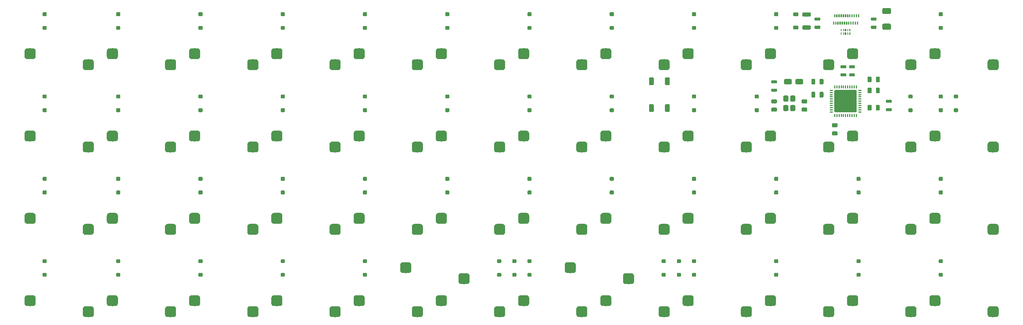
<source format=gbr>
G04 #@! TF.GenerationSoftware,KiCad,Pcbnew,(5.1.4)-1*
G04 #@! TF.CreationDate,2022-02-23T22:30:13-05:00*
G04 #@! TF.ProjectId,ortho-40percent,6f727468-6f2d-4343-9070-657263656e74,rev?*
G04 #@! TF.SameCoordinates,Original*
G04 #@! TF.FileFunction,Paste,Top*
G04 #@! TF.FilePolarity,Positive*
%FSLAX46Y46*%
G04 Gerber Fmt 4.6, Leading zero omitted, Abs format (unit mm)*
G04 Created by KiCad (PCBNEW (5.1.4)-1) date 2022-02-23 22:30:13*
%MOMM*%
%LPD*%
G04 APERTURE LIST*
%ADD10C,0.100000*%
%ADD11C,0.900000*%
%ADD12C,0.300000*%
%ADD13C,1.100000*%
%ADD14C,1.230000*%
%ADD15C,1.000000*%
%ADD16C,1.400000*%
%ADD17C,0.700000*%
%ADD18C,0.200000*%
%ADD19C,0.400000*%
%ADD20C,1.150000*%
%ADD21C,2.500000*%
%ADD22C,0.850000*%
%ADD23C,0.250000*%
%ADD24C,5.150000*%
G04 APERTURE END LIST*
D10*
G36*
X234232054Y-207046083D02*
G01*
X234253895Y-207049323D01*
X234275314Y-207054688D01*
X234296104Y-207062127D01*
X234316064Y-207071568D01*
X234335003Y-207082919D01*
X234352738Y-207096073D01*
X234369099Y-207110901D01*
X234383927Y-207127262D01*
X234397081Y-207144997D01*
X234408432Y-207163936D01*
X234417873Y-207183896D01*
X234425312Y-207204686D01*
X234430677Y-207226105D01*
X234433917Y-207247946D01*
X234435000Y-207270000D01*
X234435000Y-207720000D01*
X234433917Y-207742054D01*
X234430677Y-207763895D01*
X234425312Y-207785314D01*
X234417873Y-207806104D01*
X234408432Y-207826064D01*
X234397081Y-207845003D01*
X234383927Y-207862738D01*
X234369099Y-207879099D01*
X234352738Y-207893927D01*
X234335003Y-207907081D01*
X234316064Y-207918432D01*
X234296104Y-207927873D01*
X234275314Y-207935312D01*
X234253895Y-207940677D01*
X234232054Y-207943917D01*
X234210000Y-207945000D01*
X233710000Y-207945000D01*
X233687946Y-207943917D01*
X233666105Y-207940677D01*
X233644686Y-207935312D01*
X233623896Y-207927873D01*
X233603936Y-207918432D01*
X233584997Y-207907081D01*
X233567262Y-207893927D01*
X233550901Y-207879099D01*
X233536073Y-207862738D01*
X233522919Y-207845003D01*
X233511568Y-207826064D01*
X233502127Y-207806104D01*
X233494688Y-207785314D01*
X233489323Y-207763895D01*
X233486083Y-207742054D01*
X233485000Y-207720000D01*
X233485000Y-207270000D01*
X233486083Y-207247946D01*
X233489323Y-207226105D01*
X233494688Y-207204686D01*
X233502127Y-207183896D01*
X233511568Y-207163936D01*
X233522919Y-207144997D01*
X233536073Y-207127262D01*
X233550901Y-207110901D01*
X233567262Y-207096073D01*
X233584997Y-207082919D01*
X233603936Y-207071568D01*
X233623896Y-207062127D01*
X233644686Y-207054688D01*
X233666105Y-207049323D01*
X233687946Y-207046083D01*
X233710000Y-207045000D01*
X234210000Y-207045000D01*
X234232054Y-207046083D01*
X234232054Y-207046083D01*
G37*
D11*
X233960000Y-207495000D03*
D10*
G36*
X234232054Y-203896083D02*
G01*
X234253895Y-203899323D01*
X234275314Y-203904688D01*
X234296104Y-203912127D01*
X234316064Y-203921568D01*
X234335003Y-203932919D01*
X234352738Y-203946073D01*
X234369099Y-203960901D01*
X234383927Y-203977262D01*
X234397081Y-203994997D01*
X234408432Y-204013936D01*
X234417873Y-204033896D01*
X234425312Y-204054686D01*
X234430677Y-204076105D01*
X234433917Y-204097946D01*
X234435000Y-204120000D01*
X234435000Y-204570000D01*
X234433917Y-204592054D01*
X234430677Y-204613895D01*
X234425312Y-204635314D01*
X234417873Y-204656104D01*
X234408432Y-204676064D01*
X234397081Y-204695003D01*
X234383927Y-204712738D01*
X234369099Y-204729099D01*
X234352738Y-204743927D01*
X234335003Y-204757081D01*
X234316064Y-204768432D01*
X234296104Y-204777873D01*
X234275314Y-204785312D01*
X234253895Y-204790677D01*
X234232054Y-204793917D01*
X234210000Y-204795000D01*
X233710000Y-204795000D01*
X233687946Y-204793917D01*
X233666105Y-204790677D01*
X233644686Y-204785312D01*
X233623896Y-204777873D01*
X233603936Y-204768432D01*
X233584997Y-204757081D01*
X233567262Y-204743927D01*
X233550901Y-204729099D01*
X233536073Y-204712738D01*
X233522919Y-204695003D01*
X233511568Y-204676064D01*
X233502127Y-204656104D01*
X233494688Y-204635314D01*
X233489323Y-204613895D01*
X233486083Y-204592054D01*
X233485000Y-204570000D01*
X233485000Y-204120000D01*
X233486083Y-204097946D01*
X233489323Y-204076105D01*
X233494688Y-204054686D01*
X233502127Y-204033896D01*
X233511568Y-204013936D01*
X233522919Y-203994997D01*
X233536073Y-203977262D01*
X233550901Y-203960901D01*
X233567262Y-203946073D01*
X233584997Y-203932919D01*
X233603936Y-203921568D01*
X233623896Y-203912127D01*
X233644686Y-203904688D01*
X233666105Y-203899323D01*
X233687946Y-203896083D01*
X233710000Y-203895000D01*
X234210000Y-203895000D01*
X234232054Y-203896083D01*
X234232054Y-203896083D01*
G37*
D11*
X233960000Y-204345000D03*
D10*
G36*
X228542351Y-166370361D02*
G01*
X228549632Y-166371441D01*
X228556771Y-166373229D01*
X228563701Y-166375709D01*
X228570355Y-166378856D01*
X228576668Y-166382640D01*
X228582579Y-166387024D01*
X228588033Y-166391967D01*
X228592976Y-166397421D01*
X228597360Y-166403332D01*
X228601144Y-166409645D01*
X228604291Y-166416299D01*
X228606771Y-166423229D01*
X228608559Y-166430368D01*
X228609639Y-166437649D01*
X228610000Y-166445000D01*
X228610000Y-166995000D01*
X228609639Y-167002351D01*
X228608559Y-167009632D01*
X228606771Y-167016771D01*
X228604291Y-167023701D01*
X228601144Y-167030355D01*
X228597360Y-167036668D01*
X228592976Y-167042579D01*
X228588033Y-167048033D01*
X228582579Y-167052976D01*
X228576668Y-167057360D01*
X228570355Y-167061144D01*
X228563701Y-167064291D01*
X228556771Y-167066771D01*
X228549632Y-167068559D01*
X228542351Y-167069639D01*
X228535000Y-167070000D01*
X228385000Y-167070000D01*
X228377649Y-167069639D01*
X228370368Y-167068559D01*
X228363229Y-167066771D01*
X228356299Y-167064291D01*
X228349645Y-167061144D01*
X228343332Y-167057360D01*
X228337421Y-167052976D01*
X228331967Y-167048033D01*
X228327024Y-167042579D01*
X228322640Y-167036668D01*
X228318856Y-167030355D01*
X228315709Y-167023701D01*
X228313229Y-167016771D01*
X228311441Y-167009632D01*
X228310361Y-167002351D01*
X228310000Y-166995000D01*
X228310000Y-166445000D01*
X228310361Y-166437649D01*
X228311441Y-166430368D01*
X228313229Y-166423229D01*
X228315709Y-166416299D01*
X228318856Y-166409645D01*
X228322640Y-166403332D01*
X228327024Y-166397421D01*
X228331967Y-166391967D01*
X228337421Y-166387024D01*
X228343332Y-166382640D01*
X228349645Y-166378856D01*
X228356299Y-166375709D01*
X228363229Y-166373229D01*
X228370368Y-166371441D01*
X228377649Y-166370361D01*
X228385000Y-166370000D01*
X228535000Y-166370000D01*
X228542351Y-166370361D01*
X228542351Y-166370361D01*
G37*
D12*
X228460000Y-166720000D03*
D10*
G36*
X229042351Y-166370361D02*
G01*
X229049632Y-166371441D01*
X229056771Y-166373229D01*
X229063701Y-166375709D01*
X229070355Y-166378856D01*
X229076668Y-166382640D01*
X229082579Y-166387024D01*
X229088033Y-166391967D01*
X229092976Y-166397421D01*
X229097360Y-166403332D01*
X229101144Y-166409645D01*
X229104291Y-166416299D01*
X229106771Y-166423229D01*
X229108559Y-166430368D01*
X229109639Y-166437649D01*
X229110000Y-166445000D01*
X229110000Y-166995000D01*
X229109639Y-167002351D01*
X229108559Y-167009632D01*
X229106771Y-167016771D01*
X229104291Y-167023701D01*
X229101144Y-167030355D01*
X229097360Y-167036668D01*
X229092976Y-167042579D01*
X229088033Y-167048033D01*
X229082579Y-167052976D01*
X229076668Y-167057360D01*
X229070355Y-167061144D01*
X229063701Y-167064291D01*
X229056771Y-167066771D01*
X229049632Y-167068559D01*
X229042351Y-167069639D01*
X229035000Y-167070000D01*
X228885000Y-167070000D01*
X228877649Y-167069639D01*
X228870368Y-167068559D01*
X228863229Y-167066771D01*
X228856299Y-167064291D01*
X228849645Y-167061144D01*
X228843332Y-167057360D01*
X228837421Y-167052976D01*
X228831967Y-167048033D01*
X228827024Y-167042579D01*
X228822640Y-167036668D01*
X228818856Y-167030355D01*
X228815709Y-167023701D01*
X228813229Y-167016771D01*
X228811441Y-167009632D01*
X228810361Y-167002351D01*
X228810000Y-166995000D01*
X228810000Y-166445000D01*
X228810361Y-166437649D01*
X228811441Y-166430368D01*
X228813229Y-166423229D01*
X228815709Y-166416299D01*
X228818856Y-166409645D01*
X228822640Y-166403332D01*
X228827024Y-166397421D01*
X228831967Y-166391967D01*
X228837421Y-166387024D01*
X228843332Y-166382640D01*
X228849645Y-166378856D01*
X228856299Y-166375709D01*
X228863229Y-166373229D01*
X228870368Y-166371441D01*
X228877649Y-166370361D01*
X228885000Y-166370000D01*
X229035000Y-166370000D01*
X229042351Y-166370361D01*
X229042351Y-166370361D01*
G37*
D12*
X228960000Y-166720000D03*
D10*
G36*
X229542351Y-166370361D02*
G01*
X229549632Y-166371441D01*
X229556771Y-166373229D01*
X229563701Y-166375709D01*
X229570355Y-166378856D01*
X229576668Y-166382640D01*
X229582579Y-166387024D01*
X229588033Y-166391967D01*
X229592976Y-166397421D01*
X229597360Y-166403332D01*
X229601144Y-166409645D01*
X229604291Y-166416299D01*
X229606771Y-166423229D01*
X229608559Y-166430368D01*
X229609639Y-166437649D01*
X229610000Y-166445000D01*
X229610000Y-166995000D01*
X229609639Y-167002351D01*
X229608559Y-167009632D01*
X229606771Y-167016771D01*
X229604291Y-167023701D01*
X229601144Y-167030355D01*
X229597360Y-167036668D01*
X229592976Y-167042579D01*
X229588033Y-167048033D01*
X229582579Y-167052976D01*
X229576668Y-167057360D01*
X229570355Y-167061144D01*
X229563701Y-167064291D01*
X229556771Y-167066771D01*
X229549632Y-167068559D01*
X229542351Y-167069639D01*
X229535000Y-167070000D01*
X229385000Y-167070000D01*
X229377649Y-167069639D01*
X229370368Y-167068559D01*
X229363229Y-167066771D01*
X229356299Y-167064291D01*
X229349645Y-167061144D01*
X229343332Y-167057360D01*
X229337421Y-167052976D01*
X229331967Y-167048033D01*
X229327024Y-167042579D01*
X229322640Y-167036668D01*
X229318856Y-167030355D01*
X229315709Y-167023701D01*
X229313229Y-167016771D01*
X229311441Y-167009632D01*
X229310361Y-167002351D01*
X229310000Y-166995000D01*
X229310000Y-166445000D01*
X229310361Y-166437649D01*
X229311441Y-166430368D01*
X229313229Y-166423229D01*
X229315709Y-166416299D01*
X229318856Y-166409645D01*
X229322640Y-166403332D01*
X229327024Y-166397421D01*
X229331967Y-166391967D01*
X229337421Y-166387024D01*
X229343332Y-166382640D01*
X229349645Y-166378856D01*
X229356299Y-166375709D01*
X229363229Y-166373229D01*
X229370368Y-166371441D01*
X229377649Y-166370361D01*
X229385000Y-166370000D01*
X229535000Y-166370000D01*
X229542351Y-166370361D01*
X229542351Y-166370361D01*
G37*
D12*
X229460000Y-166720000D03*
D10*
G36*
X230042351Y-166370361D02*
G01*
X230049632Y-166371441D01*
X230056771Y-166373229D01*
X230063701Y-166375709D01*
X230070355Y-166378856D01*
X230076668Y-166382640D01*
X230082579Y-166387024D01*
X230088033Y-166391967D01*
X230092976Y-166397421D01*
X230097360Y-166403332D01*
X230101144Y-166409645D01*
X230104291Y-166416299D01*
X230106771Y-166423229D01*
X230108559Y-166430368D01*
X230109639Y-166437649D01*
X230110000Y-166445000D01*
X230110000Y-166995000D01*
X230109639Y-167002351D01*
X230108559Y-167009632D01*
X230106771Y-167016771D01*
X230104291Y-167023701D01*
X230101144Y-167030355D01*
X230097360Y-167036668D01*
X230092976Y-167042579D01*
X230088033Y-167048033D01*
X230082579Y-167052976D01*
X230076668Y-167057360D01*
X230070355Y-167061144D01*
X230063701Y-167064291D01*
X230056771Y-167066771D01*
X230049632Y-167068559D01*
X230042351Y-167069639D01*
X230035000Y-167070000D01*
X229885000Y-167070000D01*
X229877649Y-167069639D01*
X229870368Y-167068559D01*
X229863229Y-167066771D01*
X229856299Y-167064291D01*
X229849645Y-167061144D01*
X229843332Y-167057360D01*
X229837421Y-167052976D01*
X229831967Y-167048033D01*
X229827024Y-167042579D01*
X229822640Y-167036668D01*
X229818856Y-167030355D01*
X229815709Y-167023701D01*
X229813229Y-167016771D01*
X229811441Y-167009632D01*
X229810361Y-167002351D01*
X229810000Y-166995000D01*
X229810000Y-166445000D01*
X229810361Y-166437649D01*
X229811441Y-166430368D01*
X229813229Y-166423229D01*
X229815709Y-166416299D01*
X229818856Y-166409645D01*
X229822640Y-166403332D01*
X229827024Y-166397421D01*
X229831967Y-166391967D01*
X229837421Y-166387024D01*
X229843332Y-166382640D01*
X229849645Y-166378856D01*
X229856299Y-166375709D01*
X229863229Y-166373229D01*
X229870368Y-166371441D01*
X229877649Y-166370361D01*
X229885000Y-166370000D01*
X230035000Y-166370000D01*
X230042351Y-166370361D01*
X230042351Y-166370361D01*
G37*
D12*
X229960000Y-166720000D03*
D10*
G36*
X230542351Y-166370361D02*
G01*
X230549632Y-166371441D01*
X230556771Y-166373229D01*
X230563701Y-166375709D01*
X230570355Y-166378856D01*
X230576668Y-166382640D01*
X230582579Y-166387024D01*
X230588033Y-166391967D01*
X230592976Y-166397421D01*
X230597360Y-166403332D01*
X230601144Y-166409645D01*
X230604291Y-166416299D01*
X230606771Y-166423229D01*
X230608559Y-166430368D01*
X230609639Y-166437649D01*
X230610000Y-166445000D01*
X230610000Y-166995000D01*
X230609639Y-167002351D01*
X230608559Y-167009632D01*
X230606771Y-167016771D01*
X230604291Y-167023701D01*
X230601144Y-167030355D01*
X230597360Y-167036668D01*
X230592976Y-167042579D01*
X230588033Y-167048033D01*
X230582579Y-167052976D01*
X230576668Y-167057360D01*
X230570355Y-167061144D01*
X230563701Y-167064291D01*
X230556771Y-167066771D01*
X230549632Y-167068559D01*
X230542351Y-167069639D01*
X230535000Y-167070000D01*
X230385000Y-167070000D01*
X230377649Y-167069639D01*
X230370368Y-167068559D01*
X230363229Y-167066771D01*
X230356299Y-167064291D01*
X230349645Y-167061144D01*
X230343332Y-167057360D01*
X230337421Y-167052976D01*
X230331967Y-167048033D01*
X230327024Y-167042579D01*
X230322640Y-167036668D01*
X230318856Y-167030355D01*
X230315709Y-167023701D01*
X230313229Y-167016771D01*
X230311441Y-167009632D01*
X230310361Y-167002351D01*
X230310000Y-166995000D01*
X230310000Y-166445000D01*
X230310361Y-166437649D01*
X230311441Y-166430368D01*
X230313229Y-166423229D01*
X230315709Y-166416299D01*
X230318856Y-166409645D01*
X230322640Y-166403332D01*
X230327024Y-166397421D01*
X230331967Y-166391967D01*
X230337421Y-166387024D01*
X230343332Y-166382640D01*
X230349645Y-166378856D01*
X230356299Y-166375709D01*
X230363229Y-166373229D01*
X230370368Y-166371441D01*
X230377649Y-166370361D01*
X230385000Y-166370000D01*
X230535000Y-166370000D01*
X230542351Y-166370361D01*
X230542351Y-166370361D01*
G37*
D12*
X230460000Y-166720000D03*
D10*
G36*
X231042351Y-166370361D02*
G01*
X231049632Y-166371441D01*
X231056771Y-166373229D01*
X231063701Y-166375709D01*
X231070355Y-166378856D01*
X231076668Y-166382640D01*
X231082579Y-166387024D01*
X231088033Y-166391967D01*
X231092976Y-166397421D01*
X231097360Y-166403332D01*
X231101144Y-166409645D01*
X231104291Y-166416299D01*
X231106771Y-166423229D01*
X231108559Y-166430368D01*
X231109639Y-166437649D01*
X231110000Y-166445000D01*
X231110000Y-166995000D01*
X231109639Y-167002351D01*
X231108559Y-167009632D01*
X231106771Y-167016771D01*
X231104291Y-167023701D01*
X231101144Y-167030355D01*
X231097360Y-167036668D01*
X231092976Y-167042579D01*
X231088033Y-167048033D01*
X231082579Y-167052976D01*
X231076668Y-167057360D01*
X231070355Y-167061144D01*
X231063701Y-167064291D01*
X231056771Y-167066771D01*
X231049632Y-167068559D01*
X231042351Y-167069639D01*
X231035000Y-167070000D01*
X230885000Y-167070000D01*
X230877649Y-167069639D01*
X230870368Y-167068559D01*
X230863229Y-167066771D01*
X230856299Y-167064291D01*
X230849645Y-167061144D01*
X230843332Y-167057360D01*
X230837421Y-167052976D01*
X230831967Y-167048033D01*
X230827024Y-167042579D01*
X230822640Y-167036668D01*
X230818856Y-167030355D01*
X230815709Y-167023701D01*
X230813229Y-167016771D01*
X230811441Y-167009632D01*
X230810361Y-167002351D01*
X230810000Y-166995000D01*
X230810000Y-166445000D01*
X230810361Y-166437649D01*
X230811441Y-166430368D01*
X230813229Y-166423229D01*
X230815709Y-166416299D01*
X230818856Y-166409645D01*
X230822640Y-166403332D01*
X230827024Y-166397421D01*
X230831967Y-166391967D01*
X230837421Y-166387024D01*
X230843332Y-166382640D01*
X230849645Y-166378856D01*
X230856299Y-166375709D01*
X230863229Y-166373229D01*
X230870368Y-166371441D01*
X230877649Y-166370361D01*
X230885000Y-166370000D01*
X231035000Y-166370000D01*
X231042351Y-166370361D01*
X231042351Y-166370361D01*
G37*
D12*
X230960000Y-166720000D03*
D10*
G36*
X231542351Y-166370361D02*
G01*
X231549632Y-166371441D01*
X231556771Y-166373229D01*
X231563701Y-166375709D01*
X231570355Y-166378856D01*
X231576668Y-166382640D01*
X231582579Y-166387024D01*
X231588033Y-166391967D01*
X231592976Y-166397421D01*
X231597360Y-166403332D01*
X231601144Y-166409645D01*
X231604291Y-166416299D01*
X231606771Y-166423229D01*
X231608559Y-166430368D01*
X231609639Y-166437649D01*
X231610000Y-166445000D01*
X231610000Y-166995000D01*
X231609639Y-167002351D01*
X231608559Y-167009632D01*
X231606771Y-167016771D01*
X231604291Y-167023701D01*
X231601144Y-167030355D01*
X231597360Y-167036668D01*
X231592976Y-167042579D01*
X231588033Y-167048033D01*
X231582579Y-167052976D01*
X231576668Y-167057360D01*
X231570355Y-167061144D01*
X231563701Y-167064291D01*
X231556771Y-167066771D01*
X231549632Y-167068559D01*
X231542351Y-167069639D01*
X231535000Y-167070000D01*
X231385000Y-167070000D01*
X231377649Y-167069639D01*
X231370368Y-167068559D01*
X231363229Y-167066771D01*
X231356299Y-167064291D01*
X231349645Y-167061144D01*
X231343332Y-167057360D01*
X231337421Y-167052976D01*
X231331967Y-167048033D01*
X231327024Y-167042579D01*
X231322640Y-167036668D01*
X231318856Y-167030355D01*
X231315709Y-167023701D01*
X231313229Y-167016771D01*
X231311441Y-167009632D01*
X231310361Y-167002351D01*
X231310000Y-166995000D01*
X231310000Y-166445000D01*
X231310361Y-166437649D01*
X231311441Y-166430368D01*
X231313229Y-166423229D01*
X231315709Y-166416299D01*
X231318856Y-166409645D01*
X231322640Y-166403332D01*
X231327024Y-166397421D01*
X231331967Y-166391967D01*
X231337421Y-166387024D01*
X231343332Y-166382640D01*
X231349645Y-166378856D01*
X231356299Y-166375709D01*
X231363229Y-166373229D01*
X231370368Y-166371441D01*
X231377649Y-166370361D01*
X231385000Y-166370000D01*
X231535000Y-166370000D01*
X231542351Y-166370361D01*
X231542351Y-166370361D01*
G37*
D12*
X231460000Y-166720000D03*
D10*
G36*
X232042351Y-166370361D02*
G01*
X232049632Y-166371441D01*
X232056771Y-166373229D01*
X232063701Y-166375709D01*
X232070355Y-166378856D01*
X232076668Y-166382640D01*
X232082579Y-166387024D01*
X232088033Y-166391967D01*
X232092976Y-166397421D01*
X232097360Y-166403332D01*
X232101144Y-166409645D01*
X232104291Y-166416299D01*
X232106771Y-166423229D01*
X232108559Y-166430368D01*
X232109639Y-166437649D01*
X232110000Y-166445000D01*
X232110000Y-166995000D01*
X232109639Y-167002351D01*
X232108559Y-167009632D01*
X232106771Y-167016771D01*
X232104291Y-167023701D01*
X232101144Y-167030355D01*
X232097360Y-167036668D01*
X232092976Y-167042579D01*
X232088033Y-167048033D01*
X232082579Y-167052976D01*
X232076668Y-167057360D01*
X232070355Y-167061144D01*
X232063701Y-167064291D01*
X232056771Y-167066771D01*
X232049632Y-167068559D01*
X232042351Y-167069639D01*
X232035000Y-167070000D01*
X231885000Y-167070000D01*
X231877649Y-167069639D01*
X231870368Y-167068559D01*
X231863229Y-167066771D01*
X231856299Y-167064291D01*
X231849645Y-167061144D01*
X231843332Y-167057360D01*
X231837421Y-167052976D01*
X231831967Y-167048033D01*
X231827024Y-167042579D01*
X231822640Y-167036668D01*
X231818856Y-167030355D01*
X231815709Y-167023701D01*
X231813229Y-167016771D01*
X231811441Y-167009632D01*
X231810361Y-167002351D01*
X231810000Y-166995000D01*
X231810000Y-166445000D01*
X231810361Y-166437649D01*
X231811441Y-166430368D01*
X231813229Y-166423229D01*
X231815709Y-166416299D01*
X231818856Y-166409645D01*
X231822640Y-166403332D01*
X231827024Y-166397421D01*
X231831967Y-166391967D01*
X231837421Y-166387024D01*
X231843332Y-166382640D01*
X231849645Y-166378856D01*
X231856299Y-166375709D01*
X231863229Y-166373229D01*
X231870368Y-166371441D01*
X231877649Y-166370361D01*
X231885000Y-166370000D01*
X232035000Y-166370000D01*
X232042351Y-166370361D01*
X232042351Y-166370361D01*
G37*
D12*
X231960000Y-166720000D03*
D10*
G36*
X232542351Y-166370361D02*
G01*
X232549632Y-166371441D01*
X232556771Y-166373229D01*
X232563701Y-166375709D01*
X232570355Y-166378856D01*
X232576668Y-166382640D01*
X232582579Y-166387024D01*
X232588033Y-166391967D01*
X232592976Y-166397421D01*
X232597360Y-166403332D01*
X232601144Y-166409645D01*
X232604291Y-166416299D01*
X232606771Y-166423229D01*
X232608559Y-166430368D01*
X232609639Y-166437649D01*
X232610000Y-166445000D01*
X232610000Y-166995000D01*
X232609639Y-167002351D01*
X232608559Y-167009632D01*
X232606771Y-167016771D01*
X232604291Y-167023701D01*
X232601144Y-167030355D01*
X232597360Y-167036668D01*
X232592976Y-167042579D01*
X232588033Y-167048033D01*
X232582579Y-167052976D01*
X232576668Y-167057360D01*
X232570355Y-167061144D01*
X232563701Y-167064291D01*
X232556771Y-167066771D01*
X232549632Y-167068559D01*
X232542351Y-167069639D01*
X232535000Y-167070000D01*
X232385000Y-167070000D01*
X232377649Y-167069639D01*
X232370368Y-167068559D01*
X232363229Y-167066771D01*
X232356299Y-167064291D01*
X232349645Y-167061144D01*
X232343332Y-167057360D01*
X232337421Y-167052976D01*
X232331967Y-167048033D01*
X232327024Y-167042579D01*
X232322640Y-167036668D01*
X232318856Y-167030355D01*
X232315709Y-167023701D01*
X232313229Y-167016771D01*
X232311441Y-167009632D01*
X232310361Y-167002351D01*
X232310000Y-166995000D01*
X232310000Y-166445000D01*
X232310361Y-166437649D01*
X232311441Y-166430368D01*
X232313229Y-166423229D01*
X232315709Y-166416299D01*
X232318856Y-166409645D01*
X232322640Y-166403332D01*
X232327024Y-166397421D01*
X232331967Y-166391967D01*
X232337421Y-166387024D01*
X232343332Y-166382640D01*
X232349645Y-166378856D01*
X232356299Y-166375709D01*
X232363229Y-166373229D01*
X232370368Y-166371441D01*
X232377649Y-166370361D01*
X232385000Y-166370000D01*
X232535000Y-166370000D01*
X232542351Y-166370361D01*
X232542351Y-166370361D01*
G37*
D12*
X232460000Y-166720000D03*
D10*
G36*
X233042351Y-166370361D02*
G01*
X233049632Y-166371441D01*
X233056771Y-166373229D01*
X233063701Y-166375709D01*
X233070355Y-166378856D01*
X233076668Y-166382640D01*
X233082579Y-166387024D01*
X233088033Y-166391967D01*
X233092976Y-166397421D01*
X233097360Y-166403332D01*
X233101144Y-166409645D01*
X233104291Y-166416299D01*
X233106771Y-166423229D01*
X233108559Y-166430368D01*
X233109639Y-166437649D01*
X233110000Y-166445000D01*
X233110000Y-166995000D01*
X233109639Y-167002351D01*
X233108559Y-167009632D01*
X233106771Y-167016771D01*
X233104291Y-167023701D01*
X233101144Y-167030355D01*
X233097360Y-167036668D01*
X233092976Y-167042579D01*
X233088033Y-167048033D01*
X233082579Y-167052976D01*
X233076668Y-167057360D01*
X233070355Y-167061144D01*
X233063701Y-167064291D01*
X233056771Y-167066771D01*
X233049632Y-167068559D01*
X233042351Y-167069639D01*
X233035000Y-167070000D01*
X232885000Y-167070000D01*
X232877649Y-167069639D01*
X232870368Y-167068559D01*
X232863229Y-167066771D01*
X232856299Y-167064291D01*
X232849645Y-167061144D01*
X232843332Y-167057360D01*
X232837421Y-167052976D01*
X232831967Y-167048033D01*
X232827024Y-167042579D01*
X232822640Y-167036668D01*
X232818856Y-167030355D01*
X232815709Y-167023701D01*
X232813229Y-167016771D01*
X232811441Y-167009632D01*
X232810361Y-167002351D01*
X232810000Y-166995000D01*
X232810000Y-166445000D01*
X232810361Y-166437649D01*
X232811441Y-166430368D01*
X232813229Y-166423229D01*
X232815709Y-166416299D01*
X232818856Y-166409645D01*
X232822640Y-166403332D01*
X232827024Y-166397421D01*
X232831967Y-166391967D01*
X232837421Y-166387024D01*
X232843332Y-166382640D01*
X232849645Y-166378856D01*
X232856299Y-166375709D01*
X232863229Y-166373229D01*
X232870368Y-166371441D01*
X232877649Y-166370361D01*
X232885000Y-166370000D01*
X233035000Y-166370000D01*
X233042351Y-166370361D01*
X233042351Y-166370361D01*
G37*
D12*
X232960000Y-166720000D03*
D10*
G36*
X233542351Y-166370361D02*
G01*
X233549632Y-166371441D01*
X233556771Y-166373229D01*
X233563701Y-166375709D01*
X233570355Y-166378856D01*
X233576668Y-166382640D01*
X233582579Y-166387024D01*
X233588033Y-166391967D01*
X233592976Y-166397421D01*
X233597360Y-166403332D01*
X233601144Y-166409645D01*
X233604291Y-166416299D01*
X233606771Y-166423229D01*
X233608559Y-166430368D01*
X233609639Y-166437649D01*
X233610000Y-166445000D01*
X233610000Y-166995000D01*
X233609639Y-167002351D01*
X233608559Y-167009632D01*
X233606771Y-167016771D01*
X233604291Y-167023701D01*
X233601144Y-167030355D01*
X233597360Y-167036668D01*
X233592976Y-167042579D01*
X233588033Y-167048033D01*
X233582579Y-167052976D01*
X233576668Y-167057360D01*
X233570355Y-167061144D01*
X233563701Y-167064291D01*
X233556771Y-167066771D01*
X233549632Y-167068559D01*
X233542351Y-167069639D01*
X233535000Y-167070000D01*
X233385000Y-167070000D01*
X233377649Y-167069639D01*
X233370368Y-167068559D01*
X233363229Y-167066771D01*
X233356299Y-167064291D01*
X233349645Y-167061144D01*
X233343332Y-167057360D01*
X233337421Y-167052976D01*
X233331967Y-167048033D01*
X233327024Y-167042579D01*
X233322640Y-167036668D01*
X233318856Y-167030355D01*
X233315709Y-167023701D01*
X233313229Y-167016771D01*
X233311441Y-167009632D01*
X233310361Y-167002351D01*
X233310000Y-166995000D01*
X233310000Y-166445000D01*
X233310361Y-166437649D01*
X233311441Y-166430368D01*
X233313229Y-166423229D01*
X233315709Y-166416299D01*
X233318856Y-166409645D01*
X233322640Y-166403332D01*
X233327024Y-166397421D01*
X233331967Y-166391967D01*
X233337421Y-166387024D01*
X233343332Y-166382640D01*
X233349645Y-166378856D01*
X233356299Y-166375709D01*
X233363229Y-166373229D01*
X233370368Y-166371441D01*
X233377649Y-166370361D01*
X233385000Y-166370000D01*
X233535000Y-166370000D01*
X233542351Y-166370361D01*
X233542351Y-166370361D01*
G37*
D12*
X233460000Y-166720000D03*
D10*
G36*
X234042351Y-166370361D02*
G01*
X234049632Y-166371441D01*
X234056771Y-166373229D01*
X234063701Y-166375709D01*
X234070355Y-166378856D01*
X234076668Y-166382640D01*
X234082579Y-166387024D01*
X234088033Y-166391967D01*
X234092976Y-166397421D01*
X234097360Y-166403332D01*
X234101144Y-166409645D01*
X234104291Y-166416299D01*
X234106771Y-166423229D01*
X234108559Y-166430368D01*
X234109639Y-166437649D01*
X234110000Y-166445000D01*
X234110000Y-166995000D01*
X234109639Y-167002351D01*
X234108559Y-167009632D01*
X234106771Y-167016771D01*
X234104291Y-167023701D01*
X234101144Y-167030355D01*
X234097360Y-167036668D01*
X234092976Y-167042579D01*
X234088033Y-167048033D01*
X234082579Y-167052976D01*
X234076668Y-167057360D01*
X234070355Y-167061144D01*
X234063701Y-167064291D01*
X234056771Y-167066771D01*
X234049632Y-167068559D01*
X234042351Y-167069639D01*
X234035000Y-167070000D01*
X233885000Y-167070000D01*
X233877649Y-167069639D01*
X233870368Y-167068559D01*
X233863229Y-167066771D01*
X233856299Y-167064291D01*
X233849645Y-167061144D01*
X233843332Y-167057360D01*
X233837421Y-167052976D01*
X233831967Y-167048033D01*
X233827024Y-167042579D01*
X233822640Y-167036668D01*
X233818856Y-167030355D01*
X233815709Y-167023701D01*
X233813229Y-167016771D01*
X233811441Y-167009632D01*
X233810361Y-167002351D01*
X233810000Y-166995000D01*
X233810000Y-166445000D01*
X233810361Y-166437649D01*
X233811441Y-166430368D01*
X233813229Y-166423229D01*
X233815709Y-166416299D01*
X233818856Y-166409645D01*
X233822640Y-166403332D01*
X233827024Y-166397421D01*
X233831967Y-166391967D01*
X233837421Y-166387024D01*
X233843332Y-166382640D01*
X233849645Y-166378856D01*
X233856299Y-166375709D01*
X233863229Y-166373229D01*
X233870368Y-166371441D01*
X233877649Y-166370361D01*
X233885000Y-166370000D01*
X234035000Y-166370000D01*
X234042351Y-166370361D01*
X234042351Y-166370361D01*
G37*
D12*
X233960000Y-166720000D03*
D10*
G36*
X228292351Y-168070361D02*
G01*
X228299632Y-168071441D01*
X228306771Y-168073229D01*
X228313701Y-168075709D01*
X228320355Y-168078856D01*
X228326668Y-168082640D01*
X228332579Y-168087024D01*
X228338033Y-168091967D01*
X228342976Y-168097421D01*
X228347360Y-168103332D01*
X228351144Y-168109645D01*
X228354291Y-168116299D01*
X228356771Y-168123229D01*
X228358559Y-168130368D01*
X228359639Y-168137649D01*
X228360000Y-168145000D01*
X228360000Y-168695000D01*
X228359639Y-168702351D01*
X228358559Y-168709632D01*
X228356771Y-168716771D01*
X228354291Y-168723701D01*
X228351144Y-168730355D01*
X228347360Y-168736668D01*
X228342976Y-168742579D01*
X228338033Y-168748033D01*
X228332579Y-168752976D01*
X228326668Y-168757360D01*
X228320355Y-168761144D01*
X228313701Y-168764291D01*
X228306771Y-168766771D01*
X228299632Y-168768559D01*
X228292351Y-168769639D01*
X228285000Y-168770000D01*
X228135000Y-168770000D01*
X228127649Y-168769639D01*
X228120368Y-168768559D01*
X228113229Y-168766771D01*
X228106299Y-168764291D01*
X228099645Y-168761144D01*
X228093332Y-168757360D01*
X228087421Y-168752976D01*
X228081967Y-168748033D01*
X228077024Y-168742579D01*
X228072640Y-168736668D01*
X228068856Y-168730355D01*
X228065709Y-168723701D01*
X228063229Y-168716771D01*
X228061441Y-168709632D01*
X228060361Y-168702351D01*
X228060000Y-168695000D01*
X228060000Y-168145000D01*
X228060361Y-168137649D01*
X228061441Y-168130368D01*
X228063229Y-168123229D01*
X228065709Y-168116299D01*
X228068856Y-168109645D01*
X228072640Y-168103332D01*
X228077024Y-168097421D01*
X228081967Y-168091967D01*
X228087421Y-168087024D01*
X228093332Y-168082640D01*
X228099645Y-168078856D01*
X228106299Y-168075709D01*
X228113229Y-168073229D01*
X228120368Y-168071441D01*
X228127649Y-168070361D01*
X228135000Y-168070000D01*
X228285000Y-168070000D01*
X228292351Y-168070361D01*
X228292351Y-168070361D01*
G37*
D12*
X228210000Y-168420000D03*
D10*
G36*
X228792351Y-168070361D02*
G01*
X228799632Y-168071441D01*
X228806771Y-168073229D01*
X228813701Y-168075709D01*
X228820355Y-168078856D01*
X228826668Y-168082640D01*
X228832579Y-168087024D01*
X228838033Y-168091967D01*
X228842976Y-168097421D01*
X228847360Y-168103332D01*
X228851144Y-168109645D01*
X228854291Y-168116299D01*
X228856771Y-168123229D01*
X228858559Y-168130368D01*
X228859639Y-168137649D01*
X228860000Y-168145000D01*
X228860000Y-168695000D01*
X228859639Y-168702351D01*
X228858559Y-168709632D01*
X228856771Y-168716771D01*
X228854291Y-168723701D01*
X228851144Y-168730355D01*
X228847360Y-168736668D01*
X228842976Y-168742579D01*
X228838033Y-168748033D01*
X228832579Y-168752976D01*
X228826668Y-168757360D01*
X228820355Y-168761144D01*
X228813701Y-168764291D01*
X228806771Y-168766771D01*
X228799632Y-168768559D01*
X228792351Y-168769639D01*
X228785000Y-168770000D01*
X228635000Y-168770000D01*
X228627649Y-168769639D01*
X228620368Y-168768559D01*
X228613229Y-168766771D01*
X228606299Y-168764291D01*
X228599645Y-168761144D01*
X228593332Y-168757360D01*
X228587421Y-168752976D01*
X228581967Y-168748033D01*
X228577024Y-168742579D01*
X228572640Y-168736668D01*
X228568856Y-168730355D01*
X228565709Y-168723701D01*
X228563229Y-168716771D01*
X228561441Y-168709632D01*
X228560361Y-168702351D01*
X228560000Y-168695000D01*
X228560000Y-168145000D01*
X228560361Y-168137649D01*
X228561441Y-168130368D01*
X228563229Y-168123229D01*
X228565709Y-168116299D01*
X228568856Y-168109645D01*
X228572640Y-168103332D01*
X228577024Y-168097421D01*
X228581967Y-168091967D01*
X228587421Y-168087024D01*
X228593332Y-168082640D01*
X228599645Y-168078856D01*
X228606299Y-168075709D01*
X228613229Y-168073229D01*
X228620368Y-168071441D01*
X228627649Y-168070361D01*
X228635000Y-168070000D01*
X228785000Y-168070000D01*
X228792351Y-168070361D01*
X228792351Y-168070361D01*
G37*
D12*
X228710000Y-168420000D03*
D10*
G36*
X229292351Y-168070361D02*
G01*
X229299632Y-168071441D01*
X229306771Y-168073229D01*
X229313701Y-168075709D01*
X229320355Y-168078856D01*
X229326668Y-168082640D01*
X229332579Y-168087024D01*
X229338033Y-168091967D01*
X229342976Y-168097421D01*
X229347360Y-168103332D01*
X229351144Y-168109645D01*
X229354291Y-168116299D01*
X229356771Y-168123229D01*
X229358559Y-168130368D01*
X229359639Y-168137649D01*
X229360000Y-168145000D01*
X229360000Y-168695000D01*
X229359639Y-168702351D01*
X229358559Y-168709632D01*
X229356771Y-168716771D01*
X229354291Y-168723701D01*
X229351144Y-168730355D01*
X229347360Y-168736668D01*
X229342976Y-168742579D01*
X229338033Y-168748033D01*
X229332579Y-168752976D01*
X229326668Y-168757360D01*
X229320355Y-168761144D01*
X229313701Y-168764291D01*
X229306771Y-168766771D01*
X229299632Y-168768559D01*
X229292351Y-168769639D01*
X229285000Y-168770000D01*
X229135000Y-168770000D01*
X229127649Y-168769639D01*
X229120368Y-168768559D01*
X229113229Y-168766771D01*
X229106299Y-168764291D01*
X229099645Y-168761144D01*
X229093332Y-168757360D01*
X229087421Y-168752976D01*
X229081967Y-168748033D01*
X229077024Y-168742579D01*
X229072640Y-168736668D01*
X229068856Y-168730355D01*
X229065709Y-168723701D01*
X229063229Y-168716771D01*
X229061441Y-168709632D01*
X229060361Y-168702351D01*
X229060000Y-168695000D01*
X229060000Y-168145000D01*
X229060361Y-168137649D01*
X229061441Y-168130368D01*
X229063229Y-168123229D01*
X229065709Y-168116299D01*
X229068856Y-168109645D01*
X229072640Y-168103332D01*
X229077024Y-168097421D01*
X229081967Y-168091967D01*
X229087421Y-168087024D01*
X229093332Y-168082640D01*
X229099645Y-168078856D01*
X229106299Y-168075709D01*
X229113229Y-168073229D01*
X229120368Y-168071441D01*
X229127649Y-168070361D01*
X229135000Y-168070000D01*
X229285000Y-168070000D01*
X229292351Y-168070361D01*
X229292351Y-168070361D01*
G37*
D12*
X229210000Y-168420000D03*
D10*
G36*
X229792351Y-168070361D02*
G01*
X229799632Y-168071441D01*
X229806771Y-168073229D01*
X229813701Y-168075709D01*
X229820355Y-168078856D01*
X229826668Y-168082640D01*
X229832579Y-168087024D01*
X229838033Y-168091967D01*
X229842976Y-168097421D01*
X229847360Y-168103332D01*
X229851144Y-168109645D01*
X229854291Y-168116299D01*
X229856771Y-168123229D01*
X229858559Y-168130368D01*
X229859639Y-168137649D01*
X229860000Y-168145000D01*
X229860000Y-168695000D01*
X229859639Y-168702351D01*
X229858559Y-168709632D01*
X229856771Y-168716771D01*
X229854291Y-168723701D01*
X229851144Y-168730355D01*
X229847360Y-168736668D01*
X229842976Y-168742579D01*
X229838033Y-168748033D01*
X229832579Y-168752976D01*
X229826668Y-168757360D01*
X229820355Y-168761144D01*
X229813701Y-168764291D01*
X229806771Y-168766771D01*
X229799632Y-168768559D01*
X229792351Y-168769639D01*
X229785000Y-168770000D01*
X229635000Y-168770000D01*
X229627649Y-168769639D01*
X229620368Y-168768559D01*
X229613229Y-168766771D01*
X229606299Y-168764291D01*
X229599645Y-168761144D01*
X229593332Y-168757360D01*
X229587421Y-168752976D01*
X229581967Y-168748033D01*
X229577024Y-168742579D01*
X229572640Y-168736668D01*
X229568856Y-168730355D01*
X229565709Y-168723701D01*
X229563229Y-168716771D01*
X229561441Y-168709632D01*
X229560361Y-168702351D01*
X229560000Y-168695000D01*
X229560000Y-168145000D01*
X229560361Y-168137649D01*
X229561441Y-168130368D01*
X229563229Y-168123229D01*
X229565709Y-168116299D01*
X229568856Y-168109645D01*
X229572640Y-168103332D01*
X229577024Y-168097421D01*
X229581967Y-168091967D01*
X229587421Y-168087024D01*
X229593332Y-168082640D01*
X229599645Y-168078856D01*
X229606299Y-168075709D01*
X229613229Y-168073229D01*
X229620368Y-168071441D01*
X229627649Y-168070361D01*
X229635000Y-168070000D01*
X229785000Y-168070000D01*
X229792351Y-168070361D01*
X229792351Y-168070361D01*
G37*
D12*
X229710000Y-168420000D03*
D10*
G36*
X230292351Y-168070361D02*
G01*
X230299632Y-168071441D01*
X230306771Y-168073229D01*
X230313701Y-168075709D01*
X230320355Y-168078856D01*
X230326668Y-168082640D01*
X230332579Y-168087024D01*
X230338033Y-168091967D01*
X230342976Y-168097421D01*
X230347360Y-168103332D01*
X230351144Y-168109645D01*
X230354291Y-168116299D01*
X230356771Y-168123229D01*
X230358559Y-168130368D01*
X230359639Y-168137649D01*
X230360000Y-168145000D01*
X230360000Y-168695000D01*
X230359639Y-168702351D01*
X230358559Y-168709632D01*
X230356771Y-168716771D01*
X230354291Y-168723701D01*
X230351144Y-168730355D01*
X230347360Y-168736668D01*
X230342976Y-168742579D01*
X230338033Y-168748033D01*
X230332579Y-168752976D01*
X230326668Y-168757360D01*
X230320355Y-168761144D01*
X230313701Y-168764291D01*
X230306771Y-168766771D01*
X230299632Y-168768559D01*
X230292351Y-168769639D01*
X230285000Y-168770000D01*
X230135000Y-168770000D01*
X230127649Y-168769639D01*
X230120368Y-168768559D01*
X230113229Y-168766771D01*
X230106299Y-168764291D01*
X230099645Y-168761144D01*
X230093332Y-168757360D01*
X230087421Y-168752976D01*
X230081967Y-168748033D01*
X230077024Y-168742579D01*
X230072640Y-168736668D01*
X230068856Y-168730355D01*
X230065709Y-168723701D01*
X230063229Y-168716771D01*
X230061441Y-168709632D01*
X230060361Y-168702351D01*
X230060000Y-168695000D01*
X230060000Y-168145000D01*
X230060361Y-168137649D01*
X230061441Y-168130368D01*
X230063229Y-168123229D01*
X230065709Y-168116299D01*
X230068856Y-168109645D01*
X230072640Y-168103332D01*
X230077024Y-168097421D01*
X230081967Y-168091967D01*
X230087421Y-168087024D01*
X230093332Y-168082640D01*
X230099645Y-168078856D01*
X230106299Y-168075709D01*
X230113229Y-168073229D01*
X230120368Y-168071441D01*
X230127649Y-168070361D01*
X230135000Y-168070000D01*
X230285000Y-168070000D01*
X230292351Y-168070361D01*
X230292351Y-168070361D01*
G37*
D12*
X230210000Y-168420000D03*
D10*
G36*
X230792351Y-168070361D02*
G01*
X230799632Y-168071441D01*
X230806771Y-168073229D01*
X230813701Y-168075709D01*
X230820355Y-168078856D01*
X230826668Y-168082640D01*
X230832579Y-168087024D01*
X230838033Y-168091967D01*
X230842976Y-168097421D01*
X230847360Y-168103332D01*
X230851144Y-168109645D01*
X230854291Y-168116299D01*
X230856771Y-168123229D01*
X230858559Y-168130368D01*
X230859639Y-168137649D01*
X230860000Y-168145000D01*
X230860000Y-168695000D01*
X230859639Y-168702351D01*
X230858559Y-168709632D01*
X230856771Y-168716771D01*
X230854291Y-168723701D01*
X230851144Y-168730355D01*
X230847360Y-168736668D01*
X230842976Y-168742579D01*
X230838033Y-168748033D01*
X230832579Y-168752976D01*
X230826668Y-168757360D01*
X230820355Y-168761144D01*
X230813701Y-168764291D01*
X230806771Y-168766771D01*
X230799632Y-168768559D01*
X230792351Y-168769639D01*
X230785000Y-168770000D01*
X230635000Y-168770000D01*
X230627649Y-168769639D01*
X230620368Y-168768559D01*
X230613229Y-168766771D01*
X230606299Y-168764291D01*
X230599645Y-168761144D01*
X230593332Y-168757360D01*
X230587421Y-168752976D01*
X230581967Y-168748033D01*
X230577024Y-168742579D01*
X230572640Y-168736668D01*
X230568856Y-168730355D01*
X230565709Y-168723701D01*
X230563229Y-168716771D01*
X230561441Y-168709632D01*
X230560361Y-168702351D01*
X230560000Y-168695000D01*
X230560000Y-168145000D01*
X230560361Y-168137649D01*
X230561441Y-168130368D01*
X230563229Y-168123229D01*
X230565709Y-168116299D01*
X230568856Y-168109645D01*
X230572640Y-168103332D01*
X230577024Y-168097421D01*
X230581967Y-168091967D01*
X230587421Y-168087024D01*
X230593332Y-168082640D01*
X230599645Y-168078856D01*
X230606299Y-168075709D01*
X230613229Y-168073229D01*
X230620368Y-168071441D01*
X230627649Y-168070361D01*
X230635000Y-168070000D01*
X230785000Y-168070000D01*
X230792351Y-168070361D01*
X230792351Y-168070361D01*
G37*
D12*
X230710000Y-168420000D03*
D10*
G36*
X231292351Y-168070361D02*
G01*
X231299632Y-168071441D01*
X231306771Y-168073229D01*
X231313701Y-168075709D01*
X231320355Y-168078856D01*
X231326668Y-168082640D01*
X231332579Y-168087024D01*
X231338033Y-168091967D01*
X231342976Y-168097421D01*
X231347360Y-168103332D01*
X231351144Y-168109645D01*
X231354291Y-168116299D01*
X231356771Y-168123229D01*
X231358559Y-168130368D01*
X231359639Y-168137649D01*
X231360000Y-168145000D01*
X231360000Y-168695000D01*
X231359639Y-168702351D01*
X231358559Y-168709632D01*
X231356771Y-168716771D01*
X231354291Y-168723701D01*
X231351144Y-168730355D01*
X231347360Y-168736668D01*
X231342976Y-168742579D01*
X231338033Y-168748033D01*
X231332579Y-168752976D01*
X231326668Y-168757360D01*
X231320355Y-168761144D01*
X231313701Y-168764291D01*
X231306771Y-168766771D01*
X231299632Y-168768559D01*
X231292351Y-168769639D01*
X231285000Y-168770000D01*
X231135000Y-168770000D01*
X231127649Y-168769639D01*
X231120368Y-168768559D01*
X231113229Y-168766771D01*
X231106299Y-168764291D01*
X231099645Y-168761144D01*
X231093332Y-168757360D01*
X231087421Y-168752976D01*
X231081967Y-168748033D01*
X231077024Y-168742579D01*
X231072640Y-168736668D01*
X231068856Y-168730355D01*
X231065709Y-168723701D01*
X231063229Y-168716771D01*
X231061441Y-168709632D01*
X231060361Y-168702351D01*
X231060000Y-168695000D01*
X231060000Y-168145000D01*
X231060361Y-168137649D01*
X231061441Y-168130368D01*
X231063229Y-168123229D01*
X231065709Y-168116299D01*
X231068856Y-168109645D01*
X231072640Y-168103332D01*
X231077024Y-168097421D01*
X231081967Y-168091967D01*
X231087421Y-168087024D01*
X231093332Y-168082640D01*
X231099645Y-168078856D01*
X231106299Y-168075709D01*
X231113229Y-168073229D01*
X231120368Y-168071441D01*
X231127649Y-168070361D01*
X231135000Y-168070000D01*
X231285000Y-168070000D01*
X231292351Y-168070361D01*
X231292351Y-168070361D01*
G37*
D12*
X231210000Y-168420000D03*
D10*
G36*
X231792351Y-168070361D02*
G01*
X231799632Y-168071441D01*
X231806771Y-168073229D01*
X231813701Y-168075709D01*
X231820355Y-168078856D01*
X231826668Y-168082640D01*
X231832579Y-168087024D01*
X231838033Y-168091967D01*
X231842976Y-168097421D01*
X231847360Y-168103332D01*
X231851144Y-168109645D01*
X231854291Y-168116299D01*
X231856771Y-168123229D01*
X231858559Y-168130368D01*
X231859639Y-168137649D01*
X231860000Y-168145000D01*
X231860000Y-168695000D01*
X231859639Y-168702351D01*
X231858559Y-168709632D01*
X231856771Y-168716771D01*
X231854291Y-168723701D01*
X231851144Y-168730355D01*
X231847360Y-168736668D01*
X231842976Y-168742579D01*
X231838033Y-168748033D01*
X231832579Y-168752976D01*
X231826668Y-168757360D01*
X231820355Y-168761144D01*
X231813701Y-168764291D01*
X231806771Y-168766771D01*
X231799632Y-168768559D01*
X231792351Y-168769639D01*
X231785000Y-168770000D01*
X231635000Y-168770000D01*
X231627649Y-168769639D01*
X231620368Y-168768559D01*
X231613229Y-168766771D01*
X231606299Y-168764291D01*
X231599645Y-168761144D01*
X231593332Y-168757360D01*
X231587421Y-168752976D01*
X231581967Y-168748033D01*
X231577024Y-168742579D01*
X231572640Y-168736668D01*
X231568856Y-168730355D01*
X231565709Y-168723701D01*
X231563229Y-168716771D01*
X231561441Y-168709632D01*
X231560361Y-168702351D01*
X231560000Y-168695000D01*
X231560000Y-168145000D01*
X231560361Y-168137649D01*
X231561441Y-168130368D01*
X231563229Y-168123229D01*
X231565709Y-168116299D01*
X231568856Y-168109645D01*
X231572640Y-168103332D01*
X231577024Y-168097421D01*
X231581967Y-168091967D01*
X231587421Y-168087024D01*
X231593332Y-168082640D01*
X231599645Y-168078856D01*
X231606299Y-168075709D01*
X231613229Y-168073229D01*
X231620368Y-168071441D01*
X231627649Y-168070361D01*
X231635000Y-168070000D01*
X231785000Y-168070000D01*
X231792351Y-168070361D01*
X231792351Y-168070361D01*
G37*
D12*
X231710000Y-168420000D03*
D10*
G36*
X232292351Y-168070361D02*
G01*
X232299632Y-168071441D01*
X232306771Y-168073229D01*
X232313701Y-168075709D01*
X232320355Y-168078856D01*
X232326668Y-168082640D01*
X232332579Y-168087024D01*
X232338033Y-168091967D01*
X232342976Y-168097421D01*
X232347360Y-168103332D01*
X232351144Y-168109645D01*
X232354291Y-168116299D01*
X232356771Y-168123229D01*
X232358559Y-168130368D01*
X232359639Y-168137649D01*
X232360000Y-168145000D01*
X232360000Y-168695000D01*
X232359639Y-168702351D01*
X232358559Y-168709632D01*
X232356771Y-168716771D01*
X232354291Y-168723701D01*
X232351144Y-168730355D01*
X232347360Y-168736668D01*
X232342976Y-168742579D01*
X232338033Y-168748033D01*
X232332579Y-168752976D01*
X232326668Y-168757360D01*
X232320355Y-168761144D01*
X232313701Y-168764291D01*
X232306771Y-168766771D01*
X232299632Y-168768559D01*
X232292351Y-168769639D01*
X232285000Y-168770000D01*
X232135000Y-168770000D01*
X232127649Y-168769639D01*
X232120368Y-168768559D01*
X232113229Y-168766771D01*
X232106299Y-168764291D01*
X232099645Y-168761144D01*
X232093332Y-168757360D01*
X232087421Y-168752976D01*
X232081967Y-168748033D01*
X232077024Y-168742579D01*
X232072640Y-168736668D01*
X232068856Y-168730355D01*
X232065709Y-168723701D01*
X232063229Y-168716771D01*
X232061441Y-168709632D01*
X232060361Y-168702351D01*
X232060000Y-168695000D01*
X232060000Y-168145000D01*
X232060361Y-168137649D01*
X232061441Y-168130368D01*
X232063229Y-168123229D01*
X232065709Y-168116299D01*
X232068856Y-168109645D01*
X232072640Y-168103332D01*
X232077024Y-168097421D01*
X232081967Y-168091967D01*
X232087421Y-168087024D01*
X232093332Y-168082640D01*
X232099645Y-168078856D01*
X232106299Y-168075709D01*
X232113229Y-168073229D01*
X232120368Y-168071441D01*
X232127649Y-168070361D01*
X232135000Y-168070000D01*
X232285000Y-168070000D01*
X232292351Y-168070361D01*
X232292351Y-168070361D01*
G37*
D12*
X232210000Y-168420000D03*
D10*
G36*
X232792351Y-168070361D02*
G01*
X232799632Y-168071441D01*
X232806771Y-168073229D01*
X232813701Y-168075709D01*
X232820355Y-168078856D01*
X232826668Y-168082640D01*
X232832579Y-168087024D01*
X232838033Y-168091967D01*
X232842976Y-168097421D01*
X232847360Y-168103332D01*
X232851144Y-168109645D01*
X232854291Y-168116299D01*
X232856771Y-168123229D01*
X232858559Y-168130368D01*
X232859639Y-168137649D01*
X232860000Y-168145000D01*
X232860000Y-168695000D01*
X232859639Y-168702351D01*
X232858559Y-168709632D01*
X232856771Y-168716771D01*
X232854291Y-168723701D01*
X232851144Y-168730355D01*
X232847360Y-168736668D01*
X232842976Y-168742579D01*
X232838033Y-168748033D01*
X232832579Y-168752976D01*
X232826668Y-168757360D01*
X232820355Y-168761144D01*
X232813701Y-168764291D01*
X232806771Y-168766771D01*
X232799632Y-168768559D01*
X232792351Y-168769639D01*
X232785000Y-168770000D01*
X232635000Y-168770000D01*
X232627649Y-168769639D01*
X232620368Y-168768559D01*
X232613229Y-168766771D01*
X232606299Y-168764291D01*
X232599645Y-168761144D01*
X232593332Y-168757360D01*
X232587421Y-168752976D01*
X232581967Y-168748033D01*
X232577024Y-168742579D01*
X232572640Y-168736668D01*
X232568856Y-168730355D01*
X232565709Y-168723701D01*
X232563229Y-168716771D01*
X232561441Y-168709632D01*
X232560361Y-168702351D01*
X232560000Y-168695000D01*
X232560000Y-168145000D01*
X232560361Y-168137649D01*
X232561441Y-168130368D01*
X232563229Y-168123229D01*
X232565709Y-168116299D01*
X232568856Y-168109645D01*
X232572640Y-168103332D01*
X232577024Y-168097421D01*
X232581967Y-168091967D01*
X232587421Y-168087024D01*
X232593332Y-168082640D01*
X232599645Y-168078856D01*
X232606299Y-168075709D01*
X232613229Y-168073229D01*
X232620368Y-168071441D01*
X232627649Y-168070361D01*
X232635000Y-168070000D01*
X232785000Y-168070000D01*
X232792351Y-168070361D01*
X232792351Y-168070361D01*
G37*
D12*
X232710000Y-168420000D03*
D10*
G36*
X233292351Y-168070361D02*
G01*
X233299632Y-168071441D01*
X233306771Y-168073229D01*
X233313701Y-168075709D01*
X233320355Y-168078856D01*
X233326668Y-168082640D01*
X233332579Y-168087024D01*
X233338033Y-168091967D01*
X233342976Y-168097421D01*
X233347360Y-168103332D01*
X233351144Y-168109645D01*
X233354291Y-168116299D01*
X233356771Y-168123229D01*
X233358559Y-168130368D01*
X233359639Y-168137649D01*
X233360000Y-168145000D01*
X233360000Y-168695000D01*
X233359639Y-168702351D01*
X233358559Y-168709632D01*
X233356771Y-168716771D01*
X233354291Y-168723701D01*
X233351144Y-168730355D01*
X233347360Y-168736668D01*
X233342976Y-168742579D01*
X233338033Y-168748033D01*
X233332579Y-168752976D01*
X233326668Y-168757360D01*
X233320355Y-168761144D01*
X233313701Y-168764291D01*
X233306771Y-168766771D01*
X233299632Y-168768559D01*
X233292351Y-168769639D01*
X233285000Y-168770000D01*
X233135000Y-168770000D01*
X233127649Y-168769639D01*
X233120368Y-168768559D01*
X233113229Y-168766771D01*
X233106299Y-168764291D01*
X233099645Y-168761144D01*
X233093332Y-168757360D01*
X233087421Y-168752976D01*
X233081967Y-168748033D01*
X233077024Y-168742579D01*
X233072640Y-168736668D01*
X233068856Y-168730355D01*
X233065709Y-168723701D01*
X233063229Y-168716771D01*
X233061441Y-168709632D01*
X233060361Y-168702351D01*
X233060000Y-168695000D01*
X233060000Y-168145000D01*
X233060361Y-168137649D01*
X233061441Y-168130368D01*
X233063229Y-168123229D01*
X233065709Y-168116299D01*
X233068856Y-168109645D01*
X233072640Y-168103332D01*
X233077024Y-168097421D01*
X233081967Y-168091967D01*
X233087421Y-168087024D01*
X233093332Y-168082640D01*
X233099645Y-168078856D01*
X233106299Y-168075709D01*
X233113229Y-168073229D01*
X233120368Y-168071441D01*
X233127649Y-168070361D01*
X233135000Y-168070000D01*
X233285000Y-168070000D01*
X233292351Y-168070361D01*
X233292351Y-168070361D01*
G37*
D12*
X233210000Y-168420000D03*
D10*
G36*
X233792351Y-168070361D02*
G01*
X233799632Y-168071441D01*
X233806771Y-168073229D01*
X233813701Y-168075709D01*
X233820355Y-168078856D01*
X233826668Y-168082640D01*
X233832579Y-168087024D01*
X233838033Y-168091967D01*
X233842976Y-168097421D01*
X233847360Y-168103332D01*
X233851144Y-168109645D01*
X233854291Y-168116299D01*
X233856771Y-168123229D01*
X233858559Y-168130368D01*
X233859639Y-168137649D01*
X233860000Y-168145000D01*
X233860000Y-168695000D01*
X233859639Y-168702351D01*
X233858559Y-168709632D01*
X233856771Y-168716771D01*
X233854291Y-168723701D01*
X233851144Y-168730355D01*
X233847360Y-168736668D01*
X233842976Y-168742579D01*
X233838033Y-168748033D01*
X233832579Y-168752976D01*
X233826668Y-168757360D01*
X233820355Y-168761144D01*
X233813701Y-168764291D01*
X233806771Y-168766771D01*
X233799632Y-168768559D01*
X233792351Y-168769639D01*
X233785000Y-168770000D01*
X233635000Y-168770000D01*
X233627649Y-168769639D01*
X233620368Y-168768559D01*
X233613229Y-168766771D01*
X233606299Y-168764291D01*
X233599645Y-168761144D01*
X233593332Y-168757360D01*
X233587421Y-168752976D01*
X233581967Y-168748033D01*
X233577024Y-168742579D01*
X233572640Y-168736668D01*
X233568856Y-168730355D01*
X233565709Y-168723701D01*
X233563229Y-168716771D01*
X233561441Y-168709632D01*
X233560361Y-168702351D01*
X233560000Y-168695000D01*
X233560000Y-168145000D01*
X233560361Y-168137649D01*
X233561441Y-168130368D01*
X233563229Y-168123229D01*
X233565709Y-168116299D01*
X233568856Y-168109645D01*
X233572640Y-168103332D01*
X233577024Y-168097421D01*
X233581967Y-168091967D01*
X233587421Y-168087024D01*
X233593332Y-168082640D01*
X233599645Y-168078856D01*
X233606299Y-168075709D01*
X233613229Y-168073229D01*
X233620368Y-168071441D01*
X233627649Y-168070361D01*
X233635000Y-168070000D01*
X233785000Y-168070000D01*
X233792351Y-168070361D01*
X233792351Y-168070361D01*
G37*
D12*
X233710000Y-168420000D03*
D10*
G36*
X190111955Y-180921324D02*
G01*
X190138650Y-180925284D01*
X190164828Y-180931841D01*
X190190238Y-180940933D01*
X190214634Y-180952472D01*
X190237782Y-180966346D01*
X190259458Y-180982422D01*
X190279454Y-181000546D01*
X190297578Y-181020542D01*
X190313654Y-181042218D01*
X190327528Y-181065366D01*
X190339067Y-181089762D01*
X190348159Y-181115172D01*
X190354716Y-181141350D01*
X190358676Y-181168045D01*
X190360000Y-181195000D01*
X190360000Y-182445000D01*
X190358676Y-182471955D01*
X190354716Y-182498650D01*
X190348159Y-182524828D01*
X190339067Y-182550238D01*
X190327528Y-182574634D01*
X190313654Y-182597782D01*
X190297578Y-182619458D01*
X190279454Y-182639454D01*
X190259458Y-182657578D01*
X190237782Y-182673654D01*
X190214634Y-182687528D01*
X190190238Y-182699067D01*
X190164828Y-182708159D01*
X190138650Y-182714716D01*
X190111955Y-182718676D01*
X190085000Y-182720000D01*
X189535000Y-182720000D01*
X189508045Y-182718676D01*
X189481350Y-182714716D01*
X189455172Y-182708159D01*
X189429762Y-182699067D01*
X189405366Y-182687528D01*
X189382218Y-182673654D01*
X189360542Y-182657578D01*
X189340546Y-182639454D01*
X189322422Y-182619458D01*
X189306346Y-182597782D01*
X189292472Y-182574634D01*
X189280933Y-182550238D01*
X189271841Y-182524828D01*
X189265284Y-182498650D01*
X189261324Y-182471955D01*
X189260000Y-182445000D01*
X189260000Y-181195000D01*
X189261324Y-181168045D01*
X189265284Y-181141350D01*
X189271841Y-181115172D01*
X189280933Y-181089762D01*
X189292472Y-181065366D01*
X189306346Y-181042218D01*
X189322422Y-181020542D01*
X189340546Y-181000546D01*
X189360542Y-180982422D01*
X189382218Y-180966346D01*
X189405366Y-180952472D01*
X189429762Y-180940933D01*
X189455172Y-180931841D01*
X189481350Y-180925284D01*
X189508045Y-180921324D01*
X189535000Y-180920000D01*
X190085000Y-180920000D01*
X190111955Y-180921324D01*
X190111955Y-180921324D01*
G37*
D13*
X189810000Y-181820000D03*
D10*
G36*
X190111955Y-187121324D02*
G01*
X190138650Y-187125284D01*
X190164828Y-187131841D01*
X190190238Y-187140933D01*
X190214634Y-187152472D01*
X190237782Y-187166346D01*
X190259458Y-187182422D01*
X190279454Y-187200546D01*
X190297578Y-187220542D01*
X190313654Y-187242218D01*
X190327528Y-187265366D01*
X190339067Y-187289762D01*
X190348159Y-187315172D01*
X190354716Y-187341350D01*
X190358676Y-187368045D01*
X190360000Y-187395000D01*
X190360000Y-188645000D01*
X190358676Y-188671955D01*
X190354716Y-188698650D01*
X190348159Y-188724828D01*
X190339067Y-188750238D01*
X190327528Y-188774634D01*
X190313654Y-188797782D01*
X190297578Y-188819458D01*
X190279454Y-188839454D01*
X190259458Y-188857578D01*
X190237782Y-188873654D01*
X190214634Y-188887528D01*
X190190238Y-188899067D01*
X190164828Y-188908159D01*
X190138650Y-188914716D01*
X190111955Y-188918676D01*
X190085000Y-188920000D01*
X189535000Y-188920000D01*
X189508045Y-188918676D01*
X189481350Y-188914716D01*
X189455172Y-188908159D01*
X189429762Y-188899067D01*
X189405366Y-188887528D01*
X189382218Y-188873654D01*
X189360542Y-188857578D01*
X189340546Y-188839454D01*
X189322422Y-188819458D01*
X189306346Y-188797782D01*
X189292472Y-188774634D01*
X189280933Y-188750238D01*
X189271841Y-188724828D01*
X189265284Y-188698650D01*
X189261324Y-188671955D01*
X189260000Y-188645000D01*
X189260000Y-187395000D01*
X189261324Y-187368045D01*
X189265284Y-187341350D01*
X189271841Y-187315172D01*
X189280933Y-187289762D01*
X189292472Y-187265366D01*
X189306346Y-187242218D01*
X189322422Y-187220542D01*
X189340546Y-187200546D01*
X189360542Y-187182422D01*
X189382218Y-187166346D01*
X189405366Y-187152472D01*
X189429762Y-187140933D01*
X189455172Y-187131841D01*
X189481350Y-187125284D01*
X189508045Y-187121324D01*
X189535000Y-187120000D01*
X190085000Y-187120000D01*
X190111955Y-187121324D01*
X190111955Y-187121324D01*
G37*
D13*
X189810000Y-188020000D03*
D10*
G36*
X186411955Y-187121324D02*
G01*
X186438650Y-187125284D01*
X186464828Y-187131841D01*
X186490238Y-187140933D01*
X186514634Y-187152472D01*
X186537782Y-187166346D01*
X186559458Y-187182422D01*
X186579454Y-187200546D01*
X186597578Y-187220542D01*
X186613654Y-187242218D01*
X186627528Y-187265366D01*
X186639067Y-187289762D01*
X186648159Y-187315172D01*
X186654716Y-187341350D01*
X186658676Y-187368045D01*
X186660000Y-187395000D01*
X186660000Y-188645000D01*
X186658676Y-188671955D01*
X186654716Y-188698650D01*
X186648159Y-188724828D01*
X186639067Y-188750238D01*
X186627528Y-188774634D01*
X186613654Y-188797782D01*
X186597578Y-188819458D01*
X186579454Y-188839454D01*
X186559458Y-188857578D01*
X186537782Y-188873654D01*
X186514634Y-188887528D01*
X186490238Y-188899067D01*
X186464828Y-188908159D01*
X186438650Y-188914716D01*
X186411955Y-188918676D01*
X186385000Y-188920000D01*
X185835000Y-188920000D01*
X185808045Y-188918676D01*
X185781350Y-188914716D01*
X185755172Y-188908159D01*
X185729762Y-188899067D01*
X185705366Y-188887528D01*
X185682218Y-188873654D01*
X185660542Y-188857578D01*
X185640546Y-188839454D01*
X185622422Y-188819458D01*
X185606346Y-188797782D01*
X185592472Y-188774634D01*
X185580933Y-188750238D01*
X185571841Y-188724828D01*
X185565284Y-188698650D01*
X185561324Y-188671955D01*
X185560000Y-188645000D01*
X185560000Y-187395000D01*
X185561324Y-187368045D01*
X185565284Y-187341350D01*
X185571841Y-187315172D01*
X185580933Y-187289762D01*
X185592472Y-187265366D01*
X185606346Y-187242218D01*
X185622422Y-187220542D01*
X185640546Y-187200546D01*
X185660542Y-187182422D01*
X185682218Y-187166346D01*
X185705366Y-187152472D01*
X185729762Y-187140933D01*
X185755172Y-187131841D01*
X185781350Y-187125284D01*
X185808045Y-187121324D01*
X185835000Y-187120000D01*
X186385000Y-187120000D01*
X186411955Y-187121324D01*
X186411955Y-187121324D01*
G37*
D13*
X186110000Y-188020000D03*
D10*
G36*
X186411955Y-180921324D02*
G01*
X186438650Y-180925284D01*
X186464828Y-180931841D01*
X186490238Y-180940933D01*
X186514634Y-180952472D01*
X186537782Y-180966346D01*
X186559458Y-180982422D01*
X186579454Y-181000546D01*
X186597578Y-181020542D01*
X186613654Y-181042218D01*
X186627528Y-181065366D01*
X186639067Y-181089762D01*
X186648159Y-181115172D01*
X186654716Y-181141350D01*
X186658676Y-181168045D01*
X186660000Y-181195000D01*
X186660000Y-182445000D01*
X186658676Y-182471955D01*
X186654716Y-182498650D01*
X186648159Y-182524828D01*
X186639067Y-182550238D01*
X186627528Y-182574634D01*
X186613654Y-182597782D01*
X186597578Y-182619458D01*
X186579454Y-182639454D01*
X186559458Y-182657578D01*
X186537782Y-182673654D01*
X186514634Y-182687528D01*
X186490238Y-182699067D01*
X186464828Y-182708159D01*
X186438650Y-182714716D01*
X186411955Y-182718676D01*
X186385000Y-182720000D01*
X185835000Y-182720000D01*
X185808045Y-182718676D01*
X185781350Y-182714716D01*
X185755172Y-182708159D01*
X185729762Y-182699067D01*
X185705366Y-182687528D01*
X185682218Y-182673654D01*
X185660542Y-182657578D01*
X185640546Y-182639454D01*
X185622422Y-182619458D01*
X185606346Y-182597782D01*
X185592472Y-182574634D01*
X185580933Y-182550238D01*
X185571841Y-182524828D01*
X185565284Y-182498650D01*
X185561324Y-182471955D01*
X185560000Y-182445000D01*
X185560000Y-181195000D01*
X185561324Y-181168045D01*
X185565284Y-181141350D01*
X185571841Y-181115172D01*
X185580933Y-181089762D01*
X185592472Y-181065366D01*
X185606346Y-181042218D01*
X185622422Y-181020542D01*
X185640546Y-181000546D01*
X185660542Y-180982422D01*
X185682218Y-180966346D01*
X185705366Y-180952472D01*
X185729762Y-180940933D01*
X185755172Y-180931841D01*
X185781350Y-180925284D01*
X185808045Y-180921324D01*
X185835000Y-180920000D01*
X186385000Y-180920000D01*
X186411955Y-180921324D01*
X186411955Y-180921324D01*
G37*
D13*
X186110000Y-181820000D03*
D10*
G36*
X218272640Y-181306481D02*
G01*
X218302490Y-181310909D01*
X218331763Y-181318241D01*
X218360175Y-181328407D01*
X218387454Y-181341309D01*
X218413338Y-181356823D01*
X218437576Y-181374799D01*
X218459935Y-181395065D01*
X218480201Y-181417424D01*
X218498177Y-181441662D01*
X218513691Y-181467546D01*
X218526593Y-181494825D01*
X218536759Y-181523237D01*
X218544091Y-181552510D01*
X218548519Y-181582360D01*
X218550000Y-181612500D01*
X218550000Y-182227500D01*
X218548519Y-182257640D01*
X218544091Y-182287490D01*
X218536759Y-182316763D01*
X218526593Y-182345175D01*
X218513691Y-182372454D01*
X218498177Y-182398338D01*
X218480201Y-182422576D01*
X218459935Y-182444935D01*
X218437576Y-182465201D01*
X218413338Y-182483177D01*
X218387454Y-182498691D01*
X218360175Y-182511593D01*
X218331763Y-182521759D01*
X218302490Y-182529091D01*
X218272640Y-182533519D01*
X218242500Y-182535000D01*
X217057500Y-182535000D01*
X217027360Y-182533519D01*
X216997510Y-182529091D01*
X216968237Y-182521759D01*
X216939825Y-182511593D01*
X216912546Y-182498691D01*
X216886662Y-182483177D01*
X216862424Y-182465201D01*
X216840065Y-182444935D01*
X216819799Y-182422576D01*
X216801823Y-182398338D01*
X216786309Y-182372454D01*
X216773407Y-182345175D01*
X216763241Y-182316763D01*
X216755909Y-182287490D01*
X216751481Y-182257640D01*
X216750000Y-182227500D01*
X216750000Y-181612500D01*
X216751481Y-181582360D01*
X216755909Y-181552510D01*
X216763241Y-181523237D01*
X216773407Y-181494825D01*
X216786309Y-181467546D01*
X216801823Y-181441662D01*
X216819799Y-181417424D01*
X216840065Y-181395065D01*
X216862424Y-181374799D01*
X216886662Y-181356823D01*
X216912546Y-181341309D01*
X216939825Y-181328407D01*
X216968237Y-181318241D01*
X216997510Y-181310909D01*
X217027360Y-181306481D01*
X217057500Y-181305000D01*
X218242500Y-181305000D01*
X218272640Y-181306481D01*
X218272640Y-181306481D01*
G37*
D14*
X217650000Y-181920000D03*
D10*
G36*
X220892640Y-181306481D02*
G01*
X220922490Y-181310909D01*
X220951763Y-181318241D01*
X220980175Y-181328407D01*
X221007454Y-181341309D01*
X221033338Y-181356823D01*
X221057576Y-181374799D01*
X221079935Y-181395065D01*
X221100201Y-181417424D01*
X221118177Y-181441662D01*
X221133691Y-181467546D01*
X221146593Y-181494825D01*
X221156759Y-181523237D01*
X221164091Y-181552510D01*
X221168519Y-181582360D01*
X221170000Y-181612500D01*
X221170000Y-182227500D01*
X221168519Y-182257640D01*
X221164091Y-182287490D01*
X221156759Y-182316763D01*
X221146593Y-182345175D01*
X221133691Y-182372454D01*
X221118177Y-182398338D01*
X221100201Y-182422576D01*
X221079935Y-182444935D01*
X221057576Y-182465201D01*
X221033338Y-182483177D01*
X221007454Y-182498691D01*
X220980175Y-182511593D01*
X220951763Y-182521759D01*
X220922490Y-182529091D01*
X220892640Y-182533519D01*
X220862500Y-182535000D01*
X219677500Y-182535000D01*
X219647360Y-182533519D01*
X219617510Y-182529091D01*
X219588237Y-182521759D01*
X219559825Y-182511593D01*
X219532546Y-182498691D01*
X219506662Y-182483177D01*
X219482424Y-182465201D01*
X219460065Y-182444935D01*
X219439799Y-182422576D01*
X219421823Y-182398338D01*
X219406309Y-182372454D01*
X219393407Y-182345175D01*
X219383241Y-182316763D01*
X219375909Y-182287490D01*
X219371481Y-182257640D01*
X219370000Y-182227500D01*
X219370000Y-181612500D01*
X219371481Y-181582360D01*
X219375909Y-181552510D01*
X219383241Y-181523237D01*
X219393407Y-181494825D01*
X219406309Y-181467546D01*
X219421823Y-181441662D01*
X219439799Y-181417424D01*
X219460065Y-181395065D01*
X219482424Y-181374799D01*
X219506662Y-181356823D01*
X219532546Y-181341309D01*
X219559825Y-181328407D01*
X219588237Y-181318241D01*
X219617510Y-181310909D01*
X219647360Y-181306481D01*
X219677500Y-181305000D01*
X220862500Y-181305000D01*
X220892640Y-181306481D01*
X220892640Y-181306481D01*
G37*
D14*
X220270000Y-181920000D03*
D10*
G36*
X46232054Y-226046083D02*
G01*
X46253895Y-226049323D01*
X46275314Y-226054688D01*
X46296104Y-226062127D01*
X46316064Y-226071568D01*
X46335003Y-226082919D01*
X46352738Y-226096073D01*
X46369099Y-226110901D01*
X46383927Y-226127262D01*
X46397081Y-226144997D01*
X46408432Y-226163936D01*
X46417873Y-226183896D01*
X46425312Y-226204686D01*
X46430677Y-226226105D01*
X46433917Y-226247946D01*
X46435000Y-226270000D01*
X46435000Y-226720000D01*
X46433917Y-226742054D01*
X46430677Y-226763895D01*
X46425312Y-226785314D01*
X46417873Y-226806104D01*
X46408432Y-226826064D01*
X46397081Y-226845003D01*
X46383927Y-226862738D01*
X46369099Y-226879099D01*
X46352738Y-226893927D01*
X46335003Y-226907081D01*
X46316064Y-226918432D01*
X46296104Y-226927873D01*
X46275314Y-226935312D01*
X46253895Y-226940677D01*
X46232054Y-226943917D01*
X46210000Y-226945000D01*
X45710000Y-226945000D01*
X45687946Y-226943917D01*
X45666105Y-226940677D01*
X45644686Y-226935312D01*
X45623896Y-226927873D01*
X45603936Y-226918432D01*
X45584997Y-226907081D01*
X45567262Y-226893927D01*
X45550901Y-226879099D01*
X45536073Y-226862738D01*
X45522919Y-226845003D01*
X45511568Y-226826064D01*
X45502127Y-226806104D01*
X45494688Y-226785314D01*
X45489323Y-226763895D01*
X45486083Y-226742054D01*
X45485000Y-226720000D01*
X45485000Y-226270000D01*
X45486083Y-226247946D01*
X45489323Y-226226105D01*
X45494688Y-226204686D01*
X45502127Y-226183896D01*
X45511568Y-226163936D01*
X45522919Y-226144997D01*
X45536073Y-226127262D01*
X45550901Y-226110901D01*
X45567262Y-226096073D01*
X45584997Y-226082919D01*
X45603936Y-226071568D01*
X45623896Y-226062127D01*
X45644686Y-226054688D01*
X45666105Y-226049323D01*
X45687946Y-226046083D01*
X45710000Y-226045000D01*
X46210000Y-226045000D01*
X46232054Y-226046083D01*
X46232054Y-226046083D01*
G37*
D11*
X45960000Y-226495000D03*
D10*
G36*
X46232054Y-222896083D02*
G01*
X46253895Y-222899323D01*
X46275314Y-222904688D01*
X46296104Y-222912127D01*
X46316064Y-222921568D01*
X46335003Y-222932919D01*
X46352738Y-222946073D01*
X46369099Y-222960901D01*
X46383927Y-222977262D01*
X46397081Y-222994997D01*
X46408432Y-223013936D01*
X46417873Y-223033896D01*
X46425312Y-223054686D01*
X46430677Y-223076105D01*
X46433917Y-223097946D01*
X46435000Y-223120000D01*
X46435000Y-223570000D01*
X46433917Y-223592054D01*
X46430677Y-223613895D01*
X46425312Y-223635314D01*
X46417873Y-223656104D01*
X46408432Y-223676064D01*
X46397081Y-223695003D01*
X46383927Y-223712738D01*
X46369099Y-223729099D01*
X46352738Y-223743927D01*
X46335003Y-223757081D01*
X46316064Y-223768432D01*
X46296104Y-223777873D01*
X46275314Y-223785312D01*
X46253895Y-223790677D01*
X46232054Y-223793917D01*
X46210000Y-223795000D01*
X45710000Y-223795000D01*
X45687946Y-223793917D01*
X45666105Y-223790677D01*
X45644686Y-223785312D01*
X45623896Y-223777873D01*
X45603936Y-223768432D01*
X45584997Y-223757081D01*
X45567262Y-223743927D01*
X45550901Y-223729099D01*
X45536073Y-223712738D01*
X45522919Y-223695003D01*
X45511568Y-223676064D01*
X45502127Y-223656104D01*
X45494688Y-223635314D01*
X45489323Y-223613895D01*
X45486083Y-223592054D01*
X45485000Y-223570000D01*
X45485000Y-223120000D01*
X45486083Y-223097946D01*
X45489323Y-223076105D01*
X45494688Y-223054686D01*
X45502127Y-223033896D01*
X45511568Y-223013936D01*
X45522919Y-222994997D01*
X45536073Y-222977262D01*
X45550901Y-222960901D01*
X45567262Y-222946073D01*
X45584997Y-222932919D01*
X45603936Y-222921568D01*
X45623896Y-222912127D01*
X45644686Y-222904688D01*
X45666105Y-222899323D01*
X45687946Y-222896083D01*
X45710000Y-222895000D01*
X46210000Y-222895000D01*
X46232054Y-222896083D01*
X46232054Y-222896083D01*
G37*
D11*
X45960000Y-223345000D03*
D10*
G36*
X63232054Y-226046083D02*
G01*
X63253895Y-226049323D01*
X63275314Y-226054688D01*
X63296104Y-226062127D01*
X63316064Y-226071568D01*
X63335003Y-226082919D01*
X63352738Y-226096073D01*
X63369099Y-226110901D01*
X63383927Y-226127262D01*
X63397081Y-226144997D01*
X63408432Y-226163936D01*
X63417873Y-226183896D01*
X63425312Y-226204686D01*
X63430677Y-226226105D01*
X63433917Y-226247946D01*
X63435000Y-226270000D01*
X63435000Y-226720000D01*
X63433917Y-226742054D01*
X63430677Y-226763895D01*
X63425312Y-226785314D01*
X63417873Y-226806104D01*
X63408432Y-226826064D01*
X63397081Y-226845003D01*
X63383927Y-226862738D01*
X63369099Y-226879099D01*
X63352738Y-226893927D01*
X63335003Y-226907081D01*
X63316064Y-226918432D01*
X63296104Y-226927873D01*
X63275314Y-226935312D01*
X63253895Y-226940677D01*
X63232054Y-226943917D01*
X63210000Y-226945000D01*
X62710000Y-226945000D01*
X62687946Y-226943917D01*
X62666105Y-226940677D01*
X62644686Y-226935312D01*
X62623896Y-226927873D01*
X62603936Y-226918432D01*
X62584997Y-226907081D01*
X62567262Y-226893927D01*
X62550901Y-226879099D01*
X62536073Y-226862738D01*
X62522919Y-226845003D01*
X62511568Y-226826064D01*
X62502127Y-226806104D01*
X62494688Y-226785314D01*
X62489323Y-226763895D01*
X62486083Y-226742054D01*
X62485000Y-226720000D01*
X62485000Y-226270000D01*
X62486083Y-226247946D01*
X62489323Y-226226105D01*
X62494688Y-226204686D01*
X62502127Y-226183896D01*
X62511568Y-226163936D01*
X62522919Y-226144997D01*
X62536073Y-226127262D01*
X62550901Y-226110901D01*
X62567262Y-226096073D01*
X62584997Y-226082919D01*
X62603936Y-226071568D01*
X62623896Y-226062127D01*
X62644686Y-226054688D01*
X62666105Y-226049323D01*
X62687946Y-226046083D01*
X62710000Y-226045000D01*
X63210000Y-226045000D01*
X63232054Y-226046083D01*
X63232054Y-226046083D01*
G37*
D11*
X62960000Y-226495000D03*
D10*
G36*
X63232054Y-222896083D02*
G01*
X63253895Y-222899323D01*
X63275314Y-222904688D01*
X63296104Y-222912127D01*
X63316064Y-222921568D01*
X63335003Y-222932919D01*
X63352738Y-222946073D01*
X63369099Y-222960901D01*
X63383927Y-222977262D01*
X63397081Y-222994997D01*
X63408432Y-223013936D01*
X63417873Y-223033896D01*
X63425312Y-223054686D01*
X63430677Y-223076105D01*
X63433917Y-223097946D01*
X63435000Y-223120000D01*
X63435000Y-223570000D01*
X63433917Y-223592054D01*
X63430677Y-223613895D01*
X63425312Y-223635314D01*
X63417873Y-223656104D01*
X63408432Y-223676064D01*
X63397081Y-223695003D01*
X63383927Y-223712738D01*
X63369099Y-223729099D01*
X63352738Y-223743927D01*
X63335003Y-223757081D01*
X63316064Y-223768432D01*
X63296104Y-223777873D01*
X63275314Y-223785312D01*
X63253895Y-223790677D01*
X63232054Y-223793917D01*
X63210000Y-223795000D01*
X62710000Y-223795000D01*
X62687946Y-223793917D01*
X62666105Y-223790677D01*
X62644686Y-223785312D01*
X62623896Y-223777873D01*
X62603936Y-223768432D01*
X62584997Y-223757081D01*
X62567262Y-223743927D01*
X62550901Y-223729099D01*
X62536073Y-223712738D01*
X62522919Y-223695003D01*
X62511568Y-223676064D01*
X62502127Y-223656104D01*
X62494688Y-223635314D01*
X62489323Y-223613895D01*
X62486083Y-223592054D01*
X62485000Y-223570000D01*
X62485000Y-223120000D01*
X62486083Y-223097946D01*
X62489323Y-223076105D01*
X62494688Y-223054686D01*
X62502127Y-223033896D01*
X62511568Y-223013936D01*
X62522919Y-222994997D01*
X62536073Y-222977262D01*
X62550901Y-222960901D01*
X62567262Y-222946073D01*
X62584997Y-222932919D01*
X62603936Y-222921568D01*
X62623896Y-222912127D01*
X62644686Y-222904688D01*
X62666105Y-222899323D01*
X62687946Y-222896083D01*
X62710000Y-222895000D01*
X63210000Y-222895000D01*
X63232054Y-222896083D01*
X63232054Y-222896083D01*
G37*
D11*
X62960000Y-223345000D03*
D10*
G36*
X82232054Y-226046083D02*
G01*
X82253895Y-226049323D01*
X82275314Y-226054688D01*
X82296104Y-226062127D01*
X82316064Y-226071568D01*
X82335003Y-226082919D01*
X82352738Y-226096073D01*
X82369099Y-226110901D01*
X82383927Y-226127262D01*
X82397081Y-226144997D01*
X82408432Y-226163936D01*
X82417873Y-226183896D01*
X82425312Y-226204686D01*
X82430677Y-226226105D01*
X82433917Y-226247946D01*
X82435000Y-226270000D01*
X82435000Y-226720000D01*
X82433917Y-226742054D01*
X82430677Y-226763895D01*
X82425312Y-226785314D01*
X82417873Y-226806104D01*
X82408432Y-226826064D01*
X82397081Y-226845003D01*
X82383927Y-226862738D01*
X82369099Y-226879099D01*
X82352738Y-226893927D01*
X82335003Y-226907081D01*
X82316064Y-226918432D01*
X82296104Y-226927873D01*
X82275314Y-226935312D01*
X82253895Y-226940677D01*
X82232054Y-226943917D01*
X82210000Y-226945000D01*
X81710000Y-226945000D01*
X81687946Y-226943917D01*
X81666105Y-226940677D01*
X81644686Y-226935312D01*
X81623896Y-226927873D01*
X81603936Y-226918432D01*
X81584997Y-226907081D01*
X81567262Y-226893927D01*
X81550901Y-226879099D01*
X81536073Y-226862738D01*
X81522919Y-226845003D01*
X81511568Y-226826064D01*
X81502127Y-226806104D01*
X81494688Y-226785314D01*
X81489323Y-226763895D01*
X81486083Y-226742054D01*
X81485000Y-226720000D01*
X81485000Y-226270000D01*
X81486083Y-226247946D01*
X81489323Y-226226105D01*
X81494688Y-226204686D01*
X81502127Y-226183896D01*
X81511568Y-226163936D01*
X81522919Y-226144997D01*
X81536073Y-226127262D01*
X81550901Y-226110901D01*
X81567262Y-226096073D01*
X81584997Y-226082919D01*
X81603936Y-226071568D01*
X81623896Y-226062127D01*
X81644686Y-226054688D01*
X81666105Y-226049323D01*
X81687946Y-226046083D01*
X81710000Y-226045000D01*
X82210000Y-226045000D01*
X82232054Y-226046083D01*
X82232054Y-226046083D01*
G37*
D11*
X81960000Y-226495000D03*
D10*
G36*
X82232054Y-222896083D02*
G01*
X82253895Y-222899323D01*
X82275314Y-222904688D01*
X82296104Y-222912127D01*
X82316064Y-222921568D01*
X82335003Y-222932919D01*
X82352738Y-222946073D01*
X82369099Y-222960901D01*
X82383927Y-222977262D01*
X82397081Y-222994997D01*
X82408432Y-223013936D01*
X82417873Y-223033896D01*
X82425312Y-223054686D01*
X82430677Y-223076105D01*
X82433917Y-223097946D01*
X82435000Y-223120000D01*
X82435000Y-223570000D01*
X82433917Y-223592054D01*
X82430677Y-223613895D01*
X82425312Y-223635314D01*
X82417873Y-223656104D01*
X82408432Y-223676064D01*
X82397081Y-223695003D01*
X82383927Y-223712738D01*
X82369099Y-223729099D01*
X82352738Y-223743927D01*
X82335003Y-223757081D01*
X82316064Y-223768432D01*
X82296104Y-223777873D01*
X82275314Y-223785312D01*
X82253895Y-223790677D01*
X82232054Y-223793917D01*
X82210000Y-223795000D01*
X81710000Y-223795000D01*
X81687946Y-223793917D01*
X81666105Y-223790677D01*
X81644686Y-223785312D01*
X81623896Y-223777873D01*
X81603936Y-223768432D01*
X81584997Y-223757081D01*
X81567262Y-223743927D01*
X81550901Y-223729099D01*
X81536073Y-223712738D01*
X81522919Y-223695003D01*
X81511568Y-223676064D01*
X81502127Y-223656104D01*
X81494688Y-223635314D01*
X81489323Y-223613895D01*
X81486083Y-223592054D01*
X81485000Y-223570000D01*
X81485000Y-223120000D01*
X81486083Y-223097946D01*
X81489323Y-223076105D01*
X81494688Y-223054686D01*
X81502127Y-223033896D01*
X81511568Y-223013936D01*
X81522919Y-222994997D01*
X81536073Y-222977262D01*
X81550901Y-222960901D01*
X81567262Y-222946073D01*
X81584997Y-222932919D01*
X81603936Y-222921568D01*
X81623896Y-222912127D01*
X81644686Y-222904688D01*
X81666105Y-222899323D01*
X81687946Y-222896083D01*
X81710000Y-222895000D01*
X82210000Y-222895000D01*
X82232054Y-222896083D01*
X82232054Y-222896083D01*
G37*
D11*
X81960000Y-223345000D03*
D10*
G36*
X101232054Y-226046083D02*
G01*
X101253895Y-226049323D01*
X101275314Y-226054688D01*
X101296104Y-226062127D01*
X101316064Y-226071568D01*
X101335003Y-226082919D01*
X101352738Y-226096073D01*
X101369099Y-226110901D01*
X101383927Y-226127262D01*
X101397081Y-226144997D01*
X101408432Y-226163936D01*
X101417873Y-226183896D01*
X101425312Y-226204686D01*
X101430677Y-226226105D01*
X101433917Y-226247946D01*
X101435000Y-226270000D01*
X101435000Y-226720000D01*
X101433917Y-226742054D01*
X101430677Y-226763895D01*
X101425312Y-226785314D01*
X101417873Y-226806104D01*
X101408432Y-226826064D01*
X101397081Y-226845003D01*
X101383927Y-226862738D01*
X101369099Y-226879099D01*
X101352738Y-226893927D01*
X101335003Y-226907081D01*
X101316064Y-226918432D01*
X101296104Y-226927873D01*
X101275314Y-226935312D01*
X101253895Y-226940677D01*
X101232054Y-226943917D01*
X101210000Y-226945000D01*
X100710000Y-226945000D01*
X100687946Y-226943917D01*
X100666105Y-226940677D01*
X100644686Y-226935312D01*
X100623896Y-226927873D01*
X100603936Y-226918432D01*
X100584997Y-226907081D01*
X100567262Y-226893927D01*
X100550901Y-226879099D01*
X100536073Y-226862738D01*
X100522919Y-226845003D01*
X100511568Y-226826064D01*
X100502127Y-226806104D01*
X100494688Y-226785314D01*
X100489323Y-226763895D01*
X100486083Y-226742054D01*
X100485000Y-226720000D01*
X100485000Y-226270000D01*
X100486083Y-226247946D01*
X100489323Y-226226105D01*
X100494688Y-226204686D01*
X100502127Y-226183896D01*
X100511568Y-226163936D01*
X100522919Y-226144997D01*
X100536073Y-226127262D01*
X100550901Y-226110901D01*
X100567262Y-226096073D01*
X100584997Y-226082919D01*
X100603936Y-226071568D01*
X100623896Y-226062127D01*
X100644686Y-226054688D01*
X100666105Y-226049323D01*
X100687946Y-226046083D01*
X100710000Y-226045000D01*
X101210000Y-226045000D01*
X101232054Y-226046083D01*
X101232054Y-226046083D01*
G37*
D11*
X100960000Y-226495000D03*
D10*
G36*
X101232054Y-222896083D02*
G01*
X101253895Y-222899323D01*
X101275314Y-222904688D01*
X101296104Y-222912127D01*
X101316064Y-222921568D01*
X101335003Y-222932919D01*
X101352738Y-222946073D01*
X101369099Y-222960901D01*
X101383927Y-222977262D01*
X101397081Y-222994997D01*
X101408432Y-223013936D01*
X101417873Y-223033896D01*
X101425312Y-223054686D01*
X101430677Y-223076105D01*
X101433917Y-223097946D01*
X101435000Y-223120000D01*
X101435000Y-223570000D01*
X101433917Y-223592054D01*
X101430677Y-223613895D01*
X101425312Y-223635314D01*
X101417873Y-223656104D01*
X101408432Y-223676064D01*
X101397081Y-223695003D01*
X101383927Y-223712738D01*
X101369099Y-223729099D01*
X101352738Y-223743927D01*
X101335003Y-223757081D01*
X101316064Y-223768432D01*
X101296104Y-223777873D01*
X101275314Y-223785312D01*
X101253895Y-223790677D01*
X101232054Y-223793917D01*
X101210000Y-223795000D01*
X100710000Y-223795000D01*
X100687946Y-223793917D01*
X100666105Y-223790677D01*
X100644686Y-223785312D01*
X100623896Y-223777873D01*
X100603936Y-223768432D01*
X100584997Y-223757081D01*
X100567262Y-223743927D01*
X100550901Y-223729099D01*
X100536073Y-223712738D01*
X100522919Y-223695003D01*
X100511568Y-223676064D01*
X100502127Y-223656104D01*
X100494688Y-223635314D01*
X100489323Y-223613895D01*
X100486083Y-223592054D01*
X100485000Y-223570000D01*
X100485000Y-223120000D01*
X100486083Y-223097946D01*
X100489323Y-223076105D01*
X100494688Y-223054686D01*
X100502127Y-223033896D01*
X100511568Y-223013936D01*
X100522919Y-222994997D01*
X100536073Y-222977262D01*
X100550901Y-222960901D01*
X100567262Y-222946073D01*
X100584997Y-222932919D01*
X100603936Y-222921568D01*
X100623896Y-222912127D01*
X100644686Y-222904688D01*
X100666105Y-222899323D01*
X100687946Y-222896083D01*
X100710000Y-222895000D01*
X101210000Y-222895000D01*
X101232054Y-222896083D01*
X101232054Y-222896083D01*
G37*
D11*
X100960000Y-223345000D03*
D10*
G36*
X120232054Y-226046083D02*
G01*
X120253895Y-226049323D01*
X120275314Y-226054688D01*
X120296104Y-226062127D01*
X120316064Y-226071568D01*
X120335003Y-226082919D01*
X120352738Y-226096073D01*
X120369099Y-226110901D01*
X120383927Y-226127262D01*
X120397081Y-226144997D01*
X120408432Y-226163936D01*
X120417873Y-226183896D01*
X120425312Y-226204686D01*
X120430677Y-226226105D01*
X120433917Y-226247946D01*
X120435000Y-226270000D01*
X120435000Y-226720000D01*
X120433917Y-226742054D01*
X120430677Y-226763895D01*
X120425312Y-226785314D01*
X120417873Y-226806104D01*
X120408432Y-226826064D01*
X120397081Y-226845003D01*
X120383927Y-226862738D01*
X120369099Y-226879099D01*
X120352738Y-226893927D01*
X120335003Y-226907081D01*
X120316064Y-226918432D01*
X120296104Y-226927873D01*
X120275314Y-226935312D01*
X120253895Y-226940677D01*
X120232054Y-226943917D01*
X120210000Y-226945000D01*
X119710000Y-226945000D01*
X119687946Y-226943917D01*
X119666105Y-226940677D01*
X119644686Y-226935312D01*
X119623896Y-226927873D01*
X119603936Y-226918432D01*
X119584997Y-226907081D01*
X119567262Y-226893927D01*
X119550901Y-226879099D01*
X119536073Y-226862738D01*
X119522919Y-226845003D01*
X119511568Y-226826064D01*
X119502127Y-226806104D01*
X119494688Y-226785314D01*
X119489323Y-226763895D01*
X119486083Y-226742054D01*
X119485000Y-226720000D01*
X119485000Y-226270000D01*
X119486083Y-226247946D01*
X119489323Y-226226105D01*
X119494688Y-226204686D01*
X119502127Y-226183896D01*
X119511568Y-226163936D01*
X119522919Y-226144997D01*
X119536073Y-226127262D01*
X119550901Y-226110901D01*
X119567262Y-226096073D01*
X119584997Y-226082919D01*
X119603936Y-226071568D01*
X119623896Y-226062127D01*
X119644686Y-226054688D01*
X119666105Y-226049323D01*
X119687946Y-226046083D01*
X119710000Y-226045000D01*
X120210000Y-226045000D01*
X120232054Y-226046083D01*
X120232054Y-226046083D01*
G37*
D11*
X119960000Y-226495000D03*
D10*
G36*
X120232054Y-222896083D02*
G01*
X120253895Y-222899323D01*
X120275314Y-222904688D01*
X120296104Y-222912127D01*
X120316064Y-222921568D01*
X120335003Y-222932919D01*
X120352738Y-222946073D01*
X120369099Y-222960901D01*
X120383927Y-222977262D01*
X120397081Y-222994997D01*
X120408432Y-223013936D01*
X120417873Y-223033896D01*
X120425312Y-223054686D01*
X120430677Y-223076105D01*
X120433917Y-223097946D01*
X120435000Y-223120000D01*
X120435000Y-223570000D01*
X120433917Y-223592054D01*
X120430677Y-223613895D01*
X120425312Y-223635314D01*
X120417873Y-223656104D01*
X120408432Y-223676064D01*
X120397081Y-223695003D01*
X120383927Y-223712738D01*
X120369099Y-223729099D01*
X120352738Y-223743927D01*
X120335003Y-223757081D01*
X120316064Y-223768432D01*
X120296104Y-223777873D01*
X120275314Y-223785312D01*
X120253895Y-223790677D01*
X120232054Y-223793917D01*
X120210000Y-223795000D01*
X119710000Y-223795000D01*
X119687946Y-223793917D01*
X119666105Y-223790677D01*
X119644686Y-223785312D01*
X119623896Y-223777873D01*
X119603936Y-223768432D01*
X119584997Y-223757081D01*
X119567262Y-223743927D01*
X119550901Y-223729099D01*
X119536073Y-223712738D01*
X119522919Y-223695003D01*
X119511568Y-223676064D01*
X119502127Y-223656104D01*
X119494688Y-223635314D01*
X119489323Y-223613895D01*
X119486083Y-223592054D01*
X119485000Y-223570000D01*
X119485000Y-223120000D01*
X119486083Y-223097946D01*
X119489323Y-223076105D01*
X119494688Y-223054686D01*
X119502127Y-223033896D01*
X119511568Y-223013936D01*
X119522919Y-222994997D01*
X119536073Y-222977262D01*
X119550901Y-222960901D01*
X119567262Y-222946073D01*
X119584997Y-222932919D01*
X119603936Y-222921568D01*
X119623896Y-222912127D01*
X119644686Y-222904688D01*
X119666105Y-222899323D01*
X119687946Y-222896083D01*
X119710000Y-222895000D01*
X120210000Y-222895000D01*
X120232054Y-222896083D01*
X120232054Y-222896083D01*
G37*
D11*
X119960000Y-223345000D03*
D10*
G36*
X154732054Y-226046083D02*
G01*
X154753895Y-226049323D01*
X154775314Y-226054688D01*
X154796104Y-226062127D01*
X154816064Y-226071568D01*
X154835003Y-226082919D01*
X154852738Y-226096073D01*
X154869099Y-226110901D01*
X154883927Y-226127262D01*
X154897081Y-226144997D01*
X154908432Y-226163936D01*
X154917873Y-226183896D01*
X154925312Y-226204686D01*
X154930677Y-226226105D01*
X154933917Y-226247946D01*
X154935000Y-226270000D01*
X154935000Y-226720000D01*
X154933917Y-226742054D01*
X154930677Y-226763895D01*
X154925312Y-226785314D01*
X154917873Y-226806104D01*
X154908432Y-226826064D01*
X154897081Y-226845003D01*
X154883927Y-226862738D01*
X154869099Y-226879099D01*
X154852738Y-226893927D01*
X154835003Y-226907081D01*
X154816064Y-226918432D01*
X154796104Y-226927873D01*
X154775314Y-226935312D01*
X154753895Y-226940677D01*
X154732054Y-226943917D01*
X154710000Y-226945000D01*
X154210000Y-226945000D01*
X154187946Y-226943917D01*
X154166105Y-226940677D01*
X154144686Y-226935312D01*
X154123896Y-226927873D01*
X154103936Y-226918432D01*
X154084997Y-226907081D01*
X154067262Y-226893927D01*
X154050901Y-226879099D01*
X154036073Y-226862738D01*
X154022919Y-226845003D01*
X154011568Y-226826064D01*
X154002127Y-226806104D01*
X153994688Y-226785314D01*
X153989323Y-226763895D01*
X153986083Y-226742054D01*
X153985000Y-226720000D01*
X153985000Y-226270000D01*
X153986083Y-226247946D01*
X153989323Y-226226105D01*
X153994688Y-226204686D01*
X154002127Y-226183896D01*
X154011568Y-226163936D01*
X154022919Y-226144997D01*
X154036073Y-226127262D01*
X154050901Y-226110901D01*
X154067262Y-226096073D01*
X154084997Y-226082919D01*
X154103936Y-226071568D01*
X154123896Y-226062127D01*
X154144686Y-226054688D01*
X154166105Y-226049323D01*
X154187946Y-226046083D01*
X154210000Y-226045000D01*
X154710000Y-226045000D01*
X154732054Y-226046083D01*
X154732054Y-226046083D01*
G37*
D11*
X154460000Y-226495000D03*
D10*
G36*
X154732054Y-222896083D02*
G01*
X154753895Y-222899323D01*
X154775314Y-222904688D01*
X154796104Y-222912127D01*
X154816064Y-222921568D01*
X154835003Y-222932919D01*
X154852738Y-222946073D01*
X154869099Y-222960901D01*
X154883927Y-222977262D01*
X154897081Y-222994997D01*
X154908432Y-223013936D01*
X154917873Y-223033896D01*
X154925312Y-223054686D01*
X154930677Y-223076105D01*
X154933917Y-223097946D01*
X154935000Y-223120000D01*
X154935000Y-223570000D01*
X154933917Y-223592054D01*
X154930677Y-223613895D01*
X154925312Y-223635314D01*
X154917873Y-223656104D01*
X154908432Y-223676064D01*
X154897081Y-223695003D01*
X154883927Y-223712738D01*
X154869099Y-223729099D01*
X154852738Y-223743927D01*
X154835003Y-223757081D01*
X154816064Y-223768432D01*
X154796104Y-223777873D01*
X154775314Y-223785312D01*
X154753895Y-223790677D01*
X154732054Y-223793917D01*
X154710000Y-223795000D01*
X154210000Y-223795000D01*
X154187946Y-223793917D01*
X154166105Y-223790677D01*
X154144686Y-223785312D01*
X154123896Y-223777873D01*
X154103936Y-223768432D01*
X154084997Y-223757081D01*
X154067262Y-223743927D01*
X154050901Y-223729099D01*
X154036073Y-223712738D01*
X154022919Y-223695003D01*
X154011568Y-223676064D01*
X154002127Y-223656104D01*
X153994688Y-223635314D01*
X153989323Y-223613895D01*
X153986083Y-223592054D01*
X153985000Y-223570000D01*
X153985000Y-223120000D01*
X153986083Y-223097946D01*
X153989323Y-223076105D01*
X153994688Y-223054686D01*
X154002127Y-223033896D01*
X154011568Y-223013936D01*
X154022919Y-222994997D01*
X154036073Y-222977262D01*
X154050901Y-222960901D01*
X154067262Y-222946073D01*
X154084997Y-222932919D01*
X154103936Y-222921568D01*
X154123896Y-222912127D01*
X154144686Y-222904688D01*
X154166105Y-222899323D01*
X154187946Y-222896083D01*
X154210000Y-222895000D01*
X154710000Y-222895000D01*
X154732054Y-222896083D01*
X154732054Y-222896083D01*
G37*
D11*
X154460000Y-223345000D03*
D10*
G36*
X158232054Y-226046083D02*
G01*
X158253895Y-226049323D01*
X158275314Y-226054688D01*
X158296104Y-226062127D01*
X158316064Y-226071568D01*
X158335003Y-226082919D01*
X158352738Y-226096073D01*
X158369099Y-226110901D01*
X158383927Y-226127262D01*
X158397081Y-226144997D01*
X158408432Y-226163936D01*
X158417873Y-226183896D01*
X158425312Y-226204686D01*
X158430677Y-226226105D01*
X158433917Y-226247946D01*
X158435000Y-226270000D01*
X158435000Y-226720000D01*
X158433917Y-226742054D01*
X158430677Y-226763895D01*
X158425312Y-226785314D01*
X158417873Y-226806104D01*
X158408432Y-226826064D01*
X158397081Y-226845003D01*
X158383927Y-226862738D01*
X158369099Y-226879099D01*
X158352738Y-226893927D01*
X158335003Y-226907081D01*
X158316064Y-226918432D01*
X158296104Y-226927873D01*
X158275314Y-226935312D01*
X158253895Y-226940677D01*
X158232054Y-226943917D01*
X158210000Y-226945000D01*
X157710000Y-226945000D01*
X157687946Y-226943917D01*
X157666105Y-226940677D01*
X157644686Y-226935312D01*
X157623896Y-226927873D01*
X157603936Y-226918432D01*
X157584997Y-226907081D01*
X157567262Y-226893927D01*
X157550901Y-226879099D01*
X157536073Y-226862738D01*
X157522919Y-226845003D01*
X157511568Y-226826064D01*
X157502127Y-226806104D01*
X157494688Y-226785314D01*
X157489323Y-226763895D01*
X157486083Y-226742054D01*
X157485000Y-226720000D01*
X157485000Y-226270000D01*
X157486083Y-226247946D01*
X157489323Y-226226105D01*
X157494688Y-226204686D01*
X157502127Y-226183896D01*
X157511568Y-226163936D01*
X157522919Y-226144997D01*
X157536073Y-226127262D01*
X157550901Y-226110901D01*
X157567262Y-226096073D01*
X157584997Y-226082919D01*
X157603936Y-226071568D01*
X157623896Y-226062127D01*
X157644686Y-226054688D01*
X157666105Y-226049323D01*
X157687946Y-226046083D01*
X157710000Y-226045000D01*
X158210000Y-226045000D01*
X158232054Y-226046083D01*
X158232054Y-226046083D01*
G37*
D11*
X157960000Y-226495000D03*
D10*
G36*
X158232054Y-222896083D02*
G01*
X158253895Y-222899323D01*
X158275314Y-222904688D01*
X158296104Y-222912127D01*
X158316064Y-222921568D01*
X158335003Y-222932919D01*
X158352738Y-222946073D01*
X158369099Y-222960901D01*
X158383927Y-222977262D01*
X158397081Y-222994997D01*
X158408432Y-223013936D01*
X158417873Y-223033896D01*
X158425312Y-223054686D01*
X158430677Y-223076105D01*
X158433917Y-223097946D01*
X158435000Y-223120000D01*
X158435000Y-223570000D01*
X158433917Y-223592054D01*
X158430677Y-223613895D01*
X158425312Y-223635314D01*
X158417873Y-223656104D01*
X158408432Y-223676064D01*
X158397081Y-223695003D01*
X158383927Y-223712738D01*
X158369099Y-223729099D01*
X158352738Y-223743927D01*
X158335003Y-223757081D01*
X158316064Y-223768432D01*
X158296104Y-223777873D01*
X158275314Y-223785312D01*
X158253895Y-223790677D01*
X158232054Y-223793917D01*
X158210000Y-223795000D01*
X157710000Y-223795000D01*
X157687946Y-223793917D01*
X157666105Y-223790677D01*
X157644686Y-223785312D01*
X157623896Y-223777873D01*
X157603936Y-223768432D01*
X157584997Y-223757081D01*
X157567262Y-223743927D01*
X157550901Y-223729099D01*
X157536073Y-223712738D01*
X157522919Y-223695003D01*
X157511568Y-223676064D01*
X157502127Y-223656104D01*
X157494688Y-223635314D01*
X157489323Y-223613895D01*
X157486083Y-223592054D01*
X157485000Y-223570000D01*
X157485000Y-223120000D01*
X157486083Y-223097946D01*
X157489323Y-223076105D01*
X157494688Y-223054686D01*
X157502127Y-223033896D01*
X157511568Y-223013936D01*
X157522919Y-222994997D01*
X157536073Y-222977262D01*
X157550901Y-222960901D01*
X157567262Y-222946073D01*
X157584997Y-222932919D01*
X157603936Y-222921568D01*
X157623896Y-222912127D01*
X157644686Y-222904688D01*
X157666105Y-222899323D01*
X157687946Y-222896083D01*
X157710000Y-222895000D01*
X158210000Y-222895000D01*
X158232054Y-222896083D01*
X158232054Y-222896083D01*
G37*
D11*
X157960000Y-223345000D03*
D10*
G36*
X192732054Y-226046083D02*
G01*
X192753895Y-226049323D01*
X192775314Y-226054688D01*
X192796104Y-226062127D01*
X192816064Y-226071568D01*
X192835003Y-226082919D01*
X192852738Y-226096073D01*
X192869099Y-226110901D01*
X192883927Y-226127262D01*
X192897081Y-226144997D01*
X192908432Y-226163936D01*
X192917873Y-226183896D01*
X192925312Y-226204686D01*
X192930677Y-226226105D01*
X192933917Y-226247946D01*
X192935000Y-226270000D01*
X192935000Y-226720000D01*
X192933917Y-226742054D01*
X192930677Y-226763895D01*
X192925312Y-226785314D01*
X192917873Y-226806104D01*
X192908432Y-226826064D01*
X192897081Y-226845003D01*
X192883927Y-226862738D01*
X192869099Y-226879099D01*
X192852738Y-226893927D01*
X192835003Y-226907081D01*
X192816064Y-226918432D01*
X192796104Y-226927873D01*
X192775314Y-226935312D01*
X192753895Y-226940677D01*
X192732054Y-226943917D01*
X192710000Y-226945000D01*
X192210000Y-226945000D01*
X192187946Y-226943917D01*
X192166105Y-226940677D01*
X192144686Y-226935312D01*
X192123896Y-226927873D01*
X192103936Y-226918432D01*
X192084997Y-226907081D01*
X192067262Y-226893927D01*
X192050901Y-226879099D01*
X192036073Y-226862738D01*
X192022919Y-226845003D01*
X192011568Y-226826064D01*
X192002127Y-226806104D01*
X191994688Y-226785314D01*
X191989323Y-226763895D01*
X191986083Y-226742054D01*
X191985000Y-226720000D01*
X191985000Y-226270000D01*
X191986083Y-226247946D01*
X191989323Y-226226105D01*
X191994688Y-226204686D01*
X192002127Y-226183896D01*
X192011568Y-226163936D01*
X192022919Y-226144997D01*
X192036073Y-226127262D01*
X192050901Y-226110901D01*
X192067262Y-226096073D01*
X192084997Y-226082919D01*
X192103936Y-226071568D01*
X192123896Y-226062127D01*
X192144686Y-226054688D01*
X192166105Y-226049323D01*
X192187946Y-226046083D01*
X192210000Y-226045000D01*
X192710000Y-226045000D01*
X192732054Y-226046083D01*
X192732054Y-226046083D01*
G37*
D11*
X192460000Y-226495000D03*
D10*
G36*
X192732054Y-222896083D02*
G01*
X192753895Y-222899323D01*
X192775314Y-222904688D01*
X192796104Y-222912127D01*
X192816064Y-222921568D01*
X192835003Y-222932919D01*
X192852738Y-222946073D01*
X192869099Y-222960901D01*
X192883927Y-222977262D01*
X192897081Y-222994997D01*
X192908432Y-223013936D01*
X192917873Y-223033896D01*
X192925312Y-223054686D01*
X192930677Y-223076105D01*
X192933917Y-223097946D01*
X192935000Y-223120000D01*
X192935000Y-223570000D01*
X192933917Y-223592054D01*
X192930677Y-223613895D01*
X192925312Y-223635314D01*
X192917873Y-223656104D01*
X192908432Y-223676064D01*
X192897081Y-223695003D01*
X192883927Y-223712738D01*
X192869099Y-223729099D01*
X192852738Y-223743927D01*
X192835003Y-223757081D01*
X192816064Y-223768432D01*
X192796104Y-223777873D01*
X192775314Y-223785312D01*
X192753895Y-223790677D01*
X192732054Y-223793917D01*
X192710000Y-223795000D01*
X192210000Y-223795000D01*
X192187946Y-223793917D01*
X192166105Y-223790677D01*
X192144686Y-223785312D01*
X192123896Y-223777873D01*
X192103936Y-223768432D01*
X192084997Y-223757081D01*
X192067262Y-223743927D01*
X192050901Y-223729099D01*
X192036073Y-223712738D01*
X192022919Y-223695003D01*
X192011568Y-223676064D01*
X192002127Y-223656104D01*
X191994688Y-223635314D01*
X191989323Y-223613895D01*
X191986083Y-223592054D01*
X191985000Y-223570000D01*
X191985000Y-223120000D01*
X191986083Y-223097946D01*
X191989323Y-223076105D01*
X191994688Y-223054686D01*
X192002127Y-223033896D01*
X192011568Y-223013936D01*
X192022919Y-222994997D01*
X192036073Y-222977262D01*
X192050901Y-222960901D01*
X192067262Y-222946073D01*
X192084997Y-222932919D01*
X192103936Y-222921568D01*
X192123896Y-222912127D01*
X192144686Y-222904688D01*
X192166105Y-222899323D01*
X192187946Y-222896083D01*
X192210000Y-222895000D01*
X192710000Y-222895000D01*
X192732054Y-222896083D01*
X192732054Y-222896083D01*
G37*
D11*
X192460000Y-223345000D03*
D10*
G36*
X196232054Y-226046083D02*
G01*
X196253895Y-226049323D01*
X196275314Y-226054688D01*
X196296104Y-226062127D01*
X196316064Y-226071568D01*
X196335003Y-226082919D01*
X196352738Y-226096073D01*
X196369099Y-226110901D01*
X196383927Y-226127262D01*
X196397081Y-226144997D01*
X196408432Y-226163936D01*
X196417873Y-226183896D01*
X196425312Y-226204686D01*
X196430677Y-226226105D01*
X196433917Y-226247946D01*
X196435000Y-226270000D01*
X196435000Y-226720000D01*
X196433917Y-226742054D01*
X196430677Y-226763895D01*
X196425312Y-226785314D01*
X196417873Y-226806104D01*
X196408432Y-226826064D01*
X196397081Y-226845003D01*
X196383927Y-226862738D01*
X196369099Y-226879099D01*
X196352738Y-226893927D01*
X196335003Y-226907081D01*
X196316064Y-226918432D01*
X196296104Y-226927873D01*
X196275314Y-226935312D01*
X196253895Y-226940677D01*
X196232054Y-226943917D01*
X196210000Y-226945000D01*
X195710000Y-226945000D01*
X195687946Y-226943917D01*
X195666105Y-226940677D01*
X195644686Y-226935312D01*
X195623896Y-226927873D01*
X195603936Y-226918432D01*
X195584997Y-226907081D01*
X195567262Y-226893927D01*
X195550901Y-226879099D01*
X195536073Y-226862738D01*
X195522919Y-226845003D01*
X195511568Y-226826064D01*
X195502127Y-226806104D01*
X195494688Y-226785314D01*
X195489323Y-226763895D01*
X195486083Y-226742054D01*
X195485000Y-226720000D01*
X195485000Y-226270000D01*
X195486083Y-226247946D01*
X195489323Y-226226105D01*
X195494688Y-226204686D01*
X195502127Y-226183896D01*
X195511568Y-226163936D01*
X195522919Y-226144997D01*
X195536073Y-226127262D01*
X195550901Y-226110901D01*
X195567262Y-226096073D01*
X195584997Y-226082919D01*
X195603936Y-226071568D01*
X195623896Y-226062127D01*
X195644686Y-226054688D01*
X195666105Y-226049323D01*
X195687946Y-226046083D01*
X195710000Y-226045000D01*
X196210000Y-226045000D01*
X196232054Y-226046083D01*
X196232054Y-226046083D01*
G37*
D11*
X195960000Y-226495000D03*
D10*
G36*
X196232054Y-222896083D02*
G01*
X196253895Y-222899323D01*
X196275314Y-222904688D01*
X196296104Y-222912127D01*
X196316064Y-222921568D01*
X196335003Y-222932919D01*
X196352738Y-222946073D01*
X196369099Y-222960901D01*
X196383927Y-222977262D01*
X196397081Y-222994997D01*
X196408432Y-223013936D01*
X196417873Y-223033896D01*
X196425312Y-223054686D01*
X196430677Y-223076105D01*
X196433917Y-223097946D01*
X196435000Y-223120000D01*
X196435000Y-223570000D01*
X196433917Y-223592054D01*
X196430677Y-223613895D01*
X196425312Y-223635314D01*
X196417873Y-223656104D01*
X196408432Y-223676064D01*
X196397081Y-223695003D01*
X196383927Y-223712738D01*
X196369099Y-223729099D01*
X196352738Y-223743927D01*
X196335003Y-223757081D01*
X196316064Y-223768432D01*
X196296104Y-223777873D01*
X196275314Y-223785312D01*
X196253895Y-223790677D01*
X196232054Y-223793917D01*
X196210000Y-223795000D01*
X195710000Y-223795000D01*
X195687946Y-223793917D01*
X195666105Y-223790677D01*
X195644686Y-223785312D01*
X195623896Y-223777873D01*
X195603936Y-223768432D01*
X195584997Y-223757081D01*
X195567262Y-223743927D01*
X195550901Y-223729099D01*
X195536073Y-223712738D01*
X195522919Y-223695003D01*
X195511568Y-223676064D01*
X195502127Y-223656104D01*
X195494688Y-223635314D01*
X195489323Y-223613895D01*
X195486083Y-223592054D01*
X195485000Y-223570000D01*
X195485000Y-223120000D01*
X195486083Y-223097946D01*
X195489323Y-223076105D01*
X195494688Y-223054686D01*
X195502127Y-223033896D01*
X195511568Y-223013936D01*
X195522919Y-222994997D01*
X195536073Y-222977262D01*
X195550901Y-222960901D01*
X195567262Y-222946073D01*
X195584997Y-222932919D01*
X195603936Y-222921568D01*
X195623896Y-222912127D01*
X195644686Y-222904688D01*
X195666105Y-222899323D01*
X195687946Y-222896083D01*
X195710000Y-222895000D01*
X196210000Y-222895000D01*
X196232054Y-222896083D01*
X196232054Y-222896083D01*
G37*
D11*
X195960000Y-223345000D03*
D10*
G36*
X215232054Y-226046083D02*
G01*
X215253895Y-226049323D01*
X215275314Y-226054688D01*
X215296104Y-226062127D01*
X215316064Y-226071568D01*
X215335003Y-226082919D01*
X215352738Y-226096073D01*
X215369099Y-226110901D01*
X215383927Y-226127262D01*
X215397081Y-226144997D01*
X215408432Y-226163936D01*
X215417873Y-226183896D01*
X215425312Y-226204686D01*
X215430677Y-226226105D01*
X215433917Y-226247946D01*
X215435000Y-226270000D01*
X215435000Y-226720000D01*
X215433917Y-226742054D01*
X215430677Y-226763895D01*
X215425312Y-226785314D01*
X215417873Y-226806104D01*
X215408432Y-226826064D01*
X215397081Y-226845003D01*
X215383927Y-226862738D01*
X215369099Y-226879099D01*
X215352738Y-226893927D01*
X215335003Y-226907081D01*
X215316064Y-226918432D01*
X215296104Y-226927873D01*
X215275314Y-226935312D01*
X215253895Y-226940677D01*
X215232054Y-226943917D01*
X215210000Y-226945000D01*
X214710000Y-226945000D01*
X214687946Y-226943917D01*
X214666105Y-226940677D01*
X214644686Y-226935312D01*
X214623896Y-226927873D01*
X214603936Y-226918432D01*
X214584997Y-226907081D01*
X214567262Y-226893927D01*
X214550901Y-226879099D01*
X214536073Y-226862738D01*
X214522919Y-226845003D01*
X214511568Y-226826064D01*
X214502127Y-226806104D01*
X214494688Y-226785314D01*
X214489323Y-226763895D01*
X214486083Y-226742054D01*
X214485000Y-226720000D01*
X214485000Y-226270000D01*
X214486083Y-226247946D01*
X214489323Y-226226105D01*
X214494688Y-226204686D01*
X214502127Y-226183896D01*
X214511568Y-226163936D01*
X214522919Y-226144997D01*
X214536073Y-226127262D01*
X214550901Y-226110901D01*
X214567262Y-226096073D01*
X214584997Y-226082919D01*
X214603936Y-226071568D01*
X214623896Y-226062127D01*
X214644686Y-226054688D01*
X214666105Y-226049323D01*
X214687946Y-226046083D01*
X214710000Y-226045000D01*
X215210000Y-226045000D01*
X215232054Y-226046083D01*
X215232054Y-226046083D01*
G37*
D11*
X214960000Y-226495000D03*
D10*
G36*
X215232054Y-222896083D02*
G01*
X215253895Y-222899323D01*
X215275314Y-222904688D01*
X215296104Y-222912127D01*
X215316064Y-222921568D01*
X215335003Y-222932919D01*
X215352738Y-222946073D01*
X215369099Y-222960901D01*
X215383927Y-222977262D01*
X215397081Y-222994997D01*
X215408432Y-223013936D01*
X215417873Y-223033896D01*
X215425312Y-223054686D01*
X215430677Y-223076105D01*
X215433917Y-223097946D01*
X215435000Y-223120000D01*
X215435000Y-223570000D01*
X215433917Y-223592054D01*
X215430677Y-223613895D01*
X215425312Y-223635314D01*
X215417873Y-223656104D01*
X215408432Y-223676064D01*
X215397081Y-223695003D01*
X215383927Y-223712738D01*
X215369099Y-223729099D01*
X215352738Y-223743927D01*
X215335003Y-223757081D01*
X215316064Y-223768432D01*
X215296104Y-223777873D01*
X215275314Y-223785312D01*
X215253895Y-223790677D01*
X215232054Y-223793917D01*
X215210000Y-223795000D01*
X214710000Y-223795000D01*
X214687946Y-223793917D01*
X214666105Y-223790677D01*
X214644686Y-223785312D01*
X214623896Y-223777873D01*
X214603936Y-223768432D01*
X214584997Y-223757081D01*
X214567262Y-223743927D01*
X214550901Y-223729099D01*
X214536073Y-223712738D01*
X214522919Y-223695003D01*
X214511568Y-223676064D01*
X214502127Y-223656104D01*
X214494688Y-223635314D01*
X214489323Y-223613895D01*
X214486083Y-223592054D01*
X214485000Y-223570000D01*
X214485000Y-223120000D01*
X214486083Y-223097946D01*
X214489323Y-223076105D01*
X214494688Y-223054686D01*
X214502127Y-223033896D01*
X214511568Y-223013936D01*
X214522919Y-222994997D01*
X214536073Y-222977262D01*
X214550901Y-222960901D01*
X214567262Y-222946073D01*
X214584997Y-222932919D01*
X214603936Y-222921568D01*
X214623896Y-222912127D01*
X214644686Y-222904688D01*
X214666105Y-222899323D01*
X214687946Y-222896083D01*
X214710000Y-222895000D01*
X215210000Y-222895000D01*
X215232054Y-222896083D01*
X215232054Y-222896083D01*
G37*
D11*
X214960000Y-223345000D03*
D10*
G36*
X234232054Y-226046083D02*
G01*
X234253895Y-226049323D01*
X234275314Y-226054688D01*
X234296104Y-226062127D01*
X234316064Y-226071568D01*
X234335003Y-226082919D01*
X234352738Y-226096073D01*
X234369099Y-226110901D01*
X234383927Y-226127262D01*
X234397081Y-226144997D01*
X234408432Y-226163936D01*
X234417873Y-226183896D01*
X234425312Y-226204686D01*
X234430677Y-226226105D01*
X234433917Y-226247946D01*
X234435000Y-226270000D01*
X234435000Y-226720000D01*
X234433917Y-226742054D01*
X234430677Y-226763895D01*
X234425312Y-226785314D01*
X234417873Y-226806104D01*
X234408432Y-226826064D01*
X234397081Y-226845003D01*
X234383927Y-226862738D01*
X234369099Y-226879099D01*
X234352738Y-226893927D01*
X234335003Y-226907081D01*
X234316064Y-226918432D01*
X234296104Y-226927873D01*
X234275314Y-226935312D01*
X234253895Y-226940677D01*
X234232054Y-226943917D01*
X234210000Y-226945000D01*
X233710000Y-226945000D01*
X233687946Y-226943917D01*
X233666105Y-226940677D01*
X233644686Y-226935312D01*
X233623896Y-226927873D01*
X233603936Y-226918432D01*
X233584997Y-226907081D01*
X233567262Y-226893927D01*
X233550901Y-226879099D01*
X233536073Y-226862738D01*
X233522919Y-226845003D01*
X233511568Y-226826064D01*
X233502127Y-226806104D01*
X233494688Y-226785314D01*
X233489323Y-226763895D01*
X233486083Y-226742054D01*
X233485000Y-226720000D01*
X233485000Y-226270000D01*
X233486083Y-226247946D01*
X233489323Y-226226105D01*
X233494688Y-226204686D01*
X233502127Y-226183896D01*
X233511568Y-226163936D01*
X233522919Y-226144997D01*
X233536073Y-226127262D01*
X233550901Y-226110901D01*
X233567262Y-226096073D01*
X233584997Y-226082919D01*
X233603936Y-226071568D01*
X233623896Y-226062127D01*
X233644686Y-226054688D01*
X233666105Y-226049323D01*
X233687946Y-226046083D01*
X233710000Y-226045000D01*
X234210000Y-226045000D01*
X234232054Y-226046083D01*
X234232054Y-226046083D01*
G37*
D11*
X233960000Y-226495000D03*
D10*
G36*
X234232054Y-222896083D02*
G01*
X234253895Y-222899323D01*
X234275314Y-222904688D01*
X234296104Y-222912127D01*
X234316064Y-222921568D01*
X234335003Y-222932919D01*
X234352738Y-222946073D01*
X234369099Y-222960901D01*
X234383927Y-222977262D01*
X234397081Y-222994997D01*
X234408432Y-223013936D01*
X234417873Y-223033896D01*
X234425312Y-223054686D01*
X234430677Y-223076105D01*
X234433917Y-223097946D01*
X234435000Y-223120000D01*
X234435000Y-223570000D01*
X234433917Y-223592054D01*
X234430677Y-223613895D01*
X234425312Y-223635314D01*
X234417873Y-223656104D01*
X234408432Y-223676064D01*
X234397081Y-223695003D01*
X234383927Y-223712738D01*
X234369099Y-223729099D01*
X234352738Y-223743927D01*
X234335003Y-223757081D01*
X234316064Y-223768432D01*
X234296104Y-223777873D01*
X234275314Y-223785312D01*
X234253895Y-223790677D01*
X234232054Y-223793917D01*
X234210000Y-223795000D01*
X233710000Y-223795000D01*
X233687946Y-223793917D01*
X233666105Y-223790677D01*
X233644686Y-223785312D01*
X233623896Y-223777873D01*
X233603936Y-223768432D01*
X233584997Y-223757081D01*
X233567262Y-223743927D01*
X233550901Y-223729099D01*
X233536073Y-223712738D01*
X233522919Y-223695003D01*
X233511568Y-223676064D01*
X233502127Y-223656104D01*
X233494688Y-223635314D01*
X233489323Y-223613895D01*
X233486083Y-223592054D01*
X233485000Y-223570000D01*
X233485000Y-223120000D01*
X233486083Y-223097946D01*
X233489323Y-223076105D01*
X233494688Y-223054686D01*
X233502127Y-223033896D01*
X233511568Y-223013936D01*
X233522919Y-222994997D01*
X233536073Y-222977262D01*
X233550901Y-222960901D01*
X233567262Y-222946073D01*
X233584997Y-222932919D01*
X233603936Y-222921568D01*
X233623896Y-222912127D01*
X233644686Y-222904688D01*
X233666105Y-222899323D01*
X233687946Y-222896083D01*
X233710000Y-222895000D01*
X234210000Y-222895000D01*
X234232054Y-222896083D01*
X234232054Y-222896083D01*
G37*
D11*
X233960000Y-223345000D03*
D10*
G36*
X253232054Y-226046083D02*
G01*
X253253895Y-226049323D01*
X253275314Y-226054688D01*
X253296104Y-226062127D01*
X253316064Y-226071568D01*
X253335003Y-226082919D01*
X253352738Y-226096073D01*
X253369099Y-226110901D01*
X253383927Y-226127262D01*
X253397081Y-226144997D01*
X253408432Y-226163936D01*
X253417873Y-226183896D01*
X253425312Y-226204686D01*
X253430677Y-226226105D01*
X253433917Y-226247946D01*
X253435000Y-226270000D01*
X253435000Y-226720000D01*
X253433917Y-226742054D01*
X253430677Y-226763895D01*
X253425312Y-226785314D01*
X253417873Y-226806104D01*
X253408432Y-226826064D01*
X253397081Y-226845003D01*
X253383927Y-226862738D01*
X253369099Y-226879099D01*
X253352738Y-226893927D01*
X253335003Y-226907081D01*
X253316064Y-226918432D01*
X253296104Y-226927873D01*
X253275314Y-226935312D01*
X253253895Y-226940677D01*
X253232054Y-226943917D01*
X253210000Y-226945000D01*
X252710000Y-226945000D01*
X252687946Y-226943917D01*
X252666105Y-226940677D01*
X252644686Y-226935312D01*
X252623896Y-226927873D01*
X252603936Y-226918432D01*
X252584997Y-226907081D01*
X252567262Y-226893927D01*
X252550901Y-226879099D01*
X252536073Y-226862738D01*
X252522919Y-226845003D01*
X252511568Y-226826064D01*
X252502127Y-226806104D01*
X252494688Y-226785314D01*
X252489323Y-226763895D01*
X252486083Y-226742054D01*
X252485000Y-226720000D01*
X252485000Y-226270000D01*
X252486083Y-226247946D01*
X252489323Y-226226105D01*
X252494688Y-226204686D01*
X252502127Y-226183896D01*
X252511568Y-226163936D01*
X252522919Y-226144997D01*
X252536073Y-226127262D01*
X252550901Y-226110901D01*
X252567262Y-226096073D01*
X252584997Y-226082919D01*
X252603936Y-226071568D01*
X252623896Y-226062127D01*
X252644686Y-226054688D01*
X252666105Y-226049323D01*
X252687946Y-226046083D01*
X252710000Y-226045000D01*
X253210000Y-226045000D01*
X253232054Y-226046083D01*
X253232054Y-226046083D01*
G37*
D11*
X252960000Y-226495000D03*
D10*
G36*
X253232054Y-222896083D02*
G01*
X253253895Y-222899323D01*
X253275314Y-222904688D01*
X253296104Y-222912127D01*
X253316064Y-222921568D01*
X253335003Y-222932919D01*
X253352738Y-222946073D01*
X253369099Y-222960901D01*
X253383927Y-222977262D01*
X253397081Y-222994997D01*
X253408432Y-223013936D01*
X253417873Y-223033896D01*
X253425312Y-223054686D01*
X253430677Y-223076105D01*
X253433917Y-223097946D01*
X253435000Y-223120000D01*
X253435000Y-223570000D01*
X253433917Y-223592054D01*
X253430677Y-223613895D01*
X253425312Y-223635314D01*
X253417873Y-223656104D01*
X253408432Y-223676064D01*
X253397081Y-223695003D01*
X253383927Y-223712738D01*
X253369099Y-223729099D01*
X253352738Y-223743927D01*
X253335003Y-223757081D01*
X253316064Y-223768432D01*
X253296104Y-223777873D01*
X253275314Y-223785312D01*
X253253895Y-223790677D01*
X253232054Y-223793917D01*
X253210000Y-223795000D01*
X252710000Y-223795000D01*
X252687946Y-223793917D01*
X252666105Y-223790677D01*
X252644686Y-223785312D01*
X252623896Y-223777873D01*
X252603936Y-223768432D01*
X252584997Y-223757081D01*
X252567262Y-223743927D01*
X252550901Y-223729099D01*
X252536073Y-223712738D01*
X252522919Y-223695003D01*
X252511568Y-223676064D01*
X252502127Y-223656104D01*
X252494688Y-223635314D01*
X252489323Y-223613895D01*
X252486083Y-223592054D01*
X252485000Y-223570000D01*
X252485000Y-223120000D01*
X252486083Y-223097946D01*
X252489323Y-223076105D01*
X252494688Y-223054686D01*
X252502127Y-223033896D01*
X252511568Y-223013936D01*
X252522919Y-222994997D01*
X252536073Y-222977262D01*
X252550901Y-222960901D01*
X252567262Y-222946073D01*
X252584997Y-222932919D01*
X252603936Y-222921568D01*
X252623896Y-222912127D01*
X252644686Y-222904688D01*
X252666105Y-222899323D01*
X252687946Y-222896083D01*
X252710000Y-222895000D01*
X253210000Y-222895000D01*
X253232054Y-222896083D01*
X253232054Y-222896083D01*
G37*
D11*
X252960000Y-223345000D03*
D10*
G36*
X46232054Y-207046083D02*
G01*
X46253895Y-207049323D01*
X46275314Y-207054688D01*
X46296104Y-207062127D01*
X46316064Y-207071568D01*
X46335003Y-207082919D01*
X46352738Y-207096073D01*
X46369099Y-207110901D01*
X46383927Y-207127262D01*
X46397081Y-207144997D01*
X46408432Y-207163936D01*
X46417873Y-207183896D01*
X46425312Y-207204686D01*
X46430677Y-207226105D01*
X46433917Y-207247946D01*
X46435000Y-207270000D01*
X46435000Y-207720000D01*
X46433917Y-207742054D01*
X46430677Y-207763895D01*
X46425312Y-207785314D01*
X46417873Y-207806104D01*
X46408432Y-207826064D01*
X46397081Y-207845003D01*
X46383927Y-207862738D01*
X46369099Y-207879099D01*
X46352738Y-207893927D01*
X46335003Y-207907081D01*
X46316064Y-207918432D01*
X46296104Y-207927873D01*
X46275314Y-207935312D01*
X46253895Y-207940677D01*
X46232054Y-207943917D01*
X46210000Y-207945000D01*
X45710000Y-207945000D01*
X45687946Y-207943917D01*
X45666105Y-207940677D01*
X45644686Y-207935312D01*
X45623896Y-207927873D01*
X45603936Y-207918432D01*
X45584997Y-207907081D01*
X45567262Y-207893927D01*
X45550901Y-207879099D01*
X45536073Y-207862738D01*
X45522919Y-207845003D01*
X45511568Y-207826064D01*
X45502127Y-207806104D01*
X45494688Y-207785314D01*
X45489323Y-207763895D01*
X45486083Y-207742054D01*
X45485000Y-207720000D01*
X45485000Y-207270000D01*
X45486083Y-207247946D01*
X45489323Y-207226105D01*
X45494688Y-207204686D01*
X45502127Y-207183896D01*
X45511568Y-207163936D01*
X45522919Y-207144997D01*
X45536073Y-207127262D01*
X45550901Y-207110901D01*
X45567262Y-207096073D01*
X45584997Y-207082919D01*
X45603936Y-207071568D01*
X45623896Y-207062127D01*
X45644686Y-207054688D01*
X45666105Y-207049323D01*
X45687946Y-207046083D01*
X45710000Y-207045000D01*
X46210000Y-207045000D01*
X46232054Y-207046083D01*
X46232054Y-207046083D01*
G37*
D11*
X45960000Y-207495000D03*
D10*
G36*
X46232054Y-203896083D02*
G01*
X46253895Y-203899323D01*
X46275314Y-203904688D01*
X46296104Y-203912127D01*
X46316064Y-203921568D01*
X46335003Y-203932919D01*
X46352738Y-203946073D01*
X46369099Y-203960901D01*
X46383927Y-203977262D01*
X46397081Y-203994997D01*
X46408432Y-204013936D01*
X46417873Y-204033896D01*
X46425312Y-204054686D01*
X46430677Y-204076105D01*
X46433917Y-204097946D01*
X46435000Y-204120000D01*
X46435000Y-204570000D01*
X46433917Y-204592054D01*
X46430677Y-204613895D01*
X46425312Y-204635314D01*
X46417873Y-204656104D01*
X46408432Y-204676064D01*
X46397081Y-204695003D01*
X46383927Y-204712738D01*
X46369099Y-204729099D01*
X46352738Y-204743927D01*
X46335003Y-204757081D01*
X46316064Y-204768432D01*
X46296104Y-204777873D01*
X46275314Y-204785312D01*
X46253895Y-204790677D01*
X46232054Y-204793917D01*
X46210000Y-204795000D01*
X45710000Y-204795000D01*
X45687946Y-204793917D01*
X45666105Y-204790677D01*
X45644686Y-204785312D01*
X45623896Y-204777873D01*
X45603936Y-204768432D01*
X45584997Y-204757081D01*
X45567262Y-204743927D01*
X45550901Y-204729099D01*
X45536073Y-204712738D01*
X45522919Y-204695003D01*
X45511568Y-204676064D01*
X45502127Y-204656104D01*
X45494688Y-204635314D01*
X45489323Y-204613895D01*
X45486083Y-204592054D01*
X45485000Y-204570000D01*
X45485000Y-204120000D01*
X45486083Y-204097946D01*
X45489323Y-204076105D01*
X45494688Y-204054686D01*
X45502127Y-204033896D01*
X45511568Y-204013936D01*
X45522919Y-203994997D01*
X45536073Y-203977262D01*
X45550901Y-203960901D01*
X45567262Y-203946073D01*
X45584997Y-203932919D01*
X45603936Y-203921568D01*
X45623896Y-203912127D01*
X45644686Y-203904688D01*
X45666105Y-203899323D01*
X45687946Y-203896083D01*
X45710000Y-203895000D01*
X46210000Y-203895000D01*
X46232054Y-203896083D01*
X46232054Y-203896083D01*
G37*
D11*
X45960000Y-204345000D03*
D10*
G36*
X63232054Y-207046083D02*
G01*
X63253895Y-207049323D01*
X63275314Y-207054688D01*
X63296104Y-207062127D01*
X63316064Y-207071568D01*
X63335003Y-207082919D01*
X63352738Y-207096073D01*
X63369099Y-207110901D01*
X63383927Y-207127262D01*
X63397081Y-207144997D01*
X63408432Y-207163936D01*
X63417873Y-207183896D01*
X63425312Y-207204686D01*
X63430677Y-207226105D01*
X63433917Y-207247946D01*
X63435000Y-207270000D01*
X63435000Y-207720000D01*
X63433917Y-207742054D01*
X63430677Y-207763895D01*
X63425312Y-207785314D01*
X63417873Y-207806104D01*
X63408432Y-207826064D01*
X63397081Y-207845003D01*
X63383927Y-207862738D01*
X63369099Y-207879099D01*
X63352738Y-207893927D01*
X63335003Y-207907081D01*
X63316064Y-207918432D01*
X63296104Y-207927873D01*
X63275314Y-207935312D01*
X63253895Y-207940677D01*
X63232054Y-207943917D01*
X63210000Y-207945000D01*
X62710000Y-207945000D01*
X62687946Y-207943917D01*
X62666105Y-207940677D01*
X62644686Y-207935312D01*
X62623896Y-207927873D01*
X62603936Y-207918432D01*
X62584997Y-207907081D01*
X62567262Y-207893927D01*
X62550901Y-207879099D01*
X62536073Y-207862738D01*
X62522919Y-207845003D01*
X62511568Y-207826064D01*
X62502127Y-207806104D01*
X62494688Y-207785314D01*
X62489323Y-207763895D01*
X62486083Y-207742054D01*
X62485000Y-207720000D01*
X62485000Y-207270000D01*
X62486083Y-207247946D01*
X62489323Y-207226105D01*
X62494688Y-207204686D01*
X62502127Y-207183896D01*
X62511568Y-207163936D01*
X62522919Y-207144997D01*
X62536073Y-207127262D01*
X62550901Y-207110901D01*
X62567262Y-207096073D01*
X62584997Y-207082919D01*
X62603936Y-207071568D01*
X62623896Y-207062127D01*
X62644686Y-207054688D01*
X62666105Y-207049323D01*
X62687946Y-207046083D01*
X62710000Y-207045000D01*
X63210000Y-207045000D01*
X63232054Y-207046083D01*
X63232054Y-207046083D01*
G37*
D11*
X62960000Y-207495000D03*
D10*
G36*
X63232054Y-203896083D02*
G01*
X63253895Y-203899323D01*
X63275314Y-203904688D01*
X63296104Y-203912127D01*
X63316064Y-203921568D01*
X63335003Y-203932919D01*
X63352738Y-203946073D01*
X63369099Y-203960901D01*
X63383927Y-203977262D01*
X63397081Y-203994997D01*
X63408432Y-204013936D01*
X63417873Y-204033896D01*
X63425312Y-204054686D01*
X63430677Y-204076105D01*
X63433917Y-204097946D01*
X63435000Y-204120000D01*
X63435000Y-204570000D01*
X63433917Y-204592054D01*
X63430677Y-204613895D01*
X63425312Y-204635314D01*
X63417873Y-204656104D01*
X63408432Y-204676064D01*
X63397081Y-204695003D01*
X63383927Y-204712738D01*
X63369099Y-204729099D01*
X63352738Y-204743927D01*
X63335003Y-204757081D01*
X63316064Y-204768432D01*
X63296104Y-204777873D01*
X63275314Y-204785312D01*
X63253895Y-204790677D01*
X63232054Y-204793917D01*
X63210000Y-204795000D01*
X62710000Y-204795000D01*
X62687946Y-204793917D01*
X62666105Y-204790677D01*
X62644686Y-204785312D01*
X62623896Y-204777873D01*
X62603936Y-204768432D01*
X62584997Y-204757081D01*
X62567262Y-204743927D01*
X62550901Y-204729099D01*
X62536073Y-204712738D01*
X62522919Y-204695003D01*
X62511568Y-204676064D01*
X62502127Y-204656104D01*
X62494688Y-204635314D01*
X62489323Y-204613895D01*
X62486083Y-204592054D01*
X62485000Y-204570000D01*
X62485000Y-204120000D01*
X62486083Y-204097946D01*
X62489323Y-204076105D01*
X62494688Y-204054686D01*
X62502127Y-204033896D01*
X62511568Y-204013936D01*
X62522919Y-203994997D01*
X62536073Y-203977262D01*
X62550901Y-203960901D01*
X62567262Y-203946073D01*
X62584997Y-203932919D01*
X62603936Y-203921568D01*
X62623896Y-203912127D01*
X62644686Y-203904688D01*
X62666105Y-203899323D01*
X62687946Y-203896083D01*
X62710000Y-203895000D01*
X63210000Y-203895000D01*
X63232054Y-203896083D01*
X63232054Y-203896083D01*
G37*
D11*
X62960000Y-204345000D03*
D10*
G36*
X82232054Y-207046083D02*
G01*
X82253895Y-207049323D01*
X82275314Y-207054688D01*
X82296104Y-207062127D01*
X82316064Y-207071568D01*
X82335003Y-207082919D01*
X82352738Y-207096073D01*
X82369099Y-207110901D01*
X82383927Y-207127262D01*
X82397081Y-207144997D01*
X82408432Y-207163936D01*
X82417873Y-207183896D01*
X82425312Y-207204686D01*
X82430677Y-207226105D01*
X82433917Y-207247946D01*
X82435000Y-207270000D01*
X82435000Y-207720000D01*
X82433917Y-207742054D01*
X82430677Y-207763895D01*
X82425312Y-207785314D01*
X82417873Y-207806104D01*
X82408432Y-207826064D01*
X82397081Y-207845003D01*
X82383927Y-207862738D01*
X82369099Y-207879099D01*
X82352738Y-207893927D01*
X82335003Y-207907081D01*
X82316064Y-207918432D01*
X82296104Y-207927873D01*
X82275314Y-207935312D01*
X82253895Y-207940677D01*
X82232054Y-207943917D01*
X82210000Y-207945000D01*
X81710000Y-207945000D01*
X81687946Y-207943917D01*
X81666105Y-207940677D01*
X81644686Y-207935312D01*
X81623896Y-207927873D01*
X81603936Y-207918432D01*
X81584997Y-207907081D01*
X81567262Y-207893927D01*
X81550901Y-207879099D01*
X81536073Y-207862738D01*
X81522919Y-207845003D01*
X81511568Y-207826064D01*
X81502127Y-207806104D01*
X81494688Y-207785314D01*
X81489323Y-207763895D01*
X81486083Y-207742054D01*
X81485000Y-207720000D01*
X81485000Y-207270000D01*
X81486083Y-207247946D01*
X81489323Y-207226105D01*
X81494688Y-207204686D01*
X81502127Y-207183896D01*
X81511568Y-207163936D01*
X81522919Y-207144997D01*
X81536073Y-207127262D01*
X81550901Y-207110901D01*
X81567262Y-207096073D01*
X81584997Y-207082919D01*
X81603936Y-207071568D01*
X81623896Y-207062127D01*
X81644686Y-207054688D01*
X81666105Y-207049323D01*
X81687946Y-207046083D01*
X81710000Y-207045000D01*
X82210000Y-207045000D01*
X82232054Y-207046083D01*
X82232054Y-207046083D01*
G37*
D11*
X81960000Y-207495000D03*
D10*
G36*
X82232054Y-203896083D02*
G01*
X82253895Y-203899323D01*
X82275314Y-203904688D01*
X82296104Y-203912127D01*
X82316064Y-203921568D01*
X82335003Y-203932919D01*
X82352738Y-203946073D01*
X82369099Y-203960901D01*
X82383927Y-203977262D01*
X82397081Y-203994997D01*
X82408432Y-204013936D01*
X82417873Y-204033896D01*
X82425312Y-204054686D01*
X82430677Y-204076105D01*
X82433917Y-204097946D01*
X82435000Y-204120000D01*
X82435000Y-204570000D01*
X82433917Y-204592054D01*
X82430677Y-204613895D01*
X82425312Y-204635314D01*
X82417873Y-204656104D01*
X82408432Y-204676064D01*
X82397081Y-204695003D01*
X82383927Y-204712738D01*
X82369099Y-204729099D01*
X82352738Y-204743927D01*
X82335003Y-204757081D01*
X82316064Y-204768432D01*
X82296104Y-204777873D01*
X82275314Y-204785312D01*
X82253895Y-204790677D01*
X82232054Y-204793917D01*
X82210000Y-204795000D01*
X81710000Y-204795000D01*
X81687946Y-204793917D01*
X81666105Y-204790677D01*
X81644686Y-204785312D01*
X81623896Y-204777873D01*
X81603936Y-204768432D01*
X81584997Y-204757081D01*
X81567262Y-204743927D01*
X81550901Y-204729099D01*
X81536073Y-204712738D01*
X81522919Y-204695003D01*
X81511568Y-204676064D01*
X81502127Y-204656104D01*
X81494688Y-204635314D01*
X81489323Y-204613895D01*
X81486083Y-204592054D01*
X81485000Y-204570000D01*
X81485000Y-204120000D01*
X81486083Y-204097946D01*
X81489323Y-204076105D01*
X81494688Y-204054686D01*
X81502127Y-204033896D01*
X81511568Y-204013936D01*
X81522919Y-203994997D01*
X81536073Y-203977262D01*
X81550901Y-203960901D01*
X81567262Y-203946073D01*
X81584997Y-203932919D01*
X81603936Y-203921568D01*
X81623896Y-203912127D01*
X81644686Y-203904688D01*
X81666105Y-203899323D01*
X81687946Y-203896083D01*
X81710000Y-203895000D01*
X82210000Y-203895000D01*
X82232054Y-203896083D01*
X82232054Y-203896083D01*
G37*
D11*
X81960000Y-204345000D03*
D10*
G36*
X101232054Y-207046083D02*
G01*
X101253895Y-207049323D01*
X101275314Y-207054688D01*
X101296104Y-207062127D01*
X101316064Y-207071568D01*
X101335003Y-207082919D01*
X101352738Y-207096073D01*
X101369099Y-207110901D01*
X101383927Y-207127262D01*
X101397081Y-207144997D01*
X101408432Y-207163936D01*
X101417873Y-207183896D01*
X101425312Y-207204686D01*
X101430677Y-207226105D01*
X101433917Y-207247946D01*
X101435000Y-207270000D01*
X101435000Y-207720000D01*
X101433917Y-207742054D01*
X101430677Y-207763895D01*
X101425312Y-207785314D01*
X101417873Y-207806104D01*
X101408432Y-207826064D01*
X101397081Y-207845003D01*
X101383927Y-207862738D01*
X101369099Y-207879099D01*
X101352738Y-207893927D01*
X101335003Y-207907081D01*
X101316064Y-207918432D01*
X101296104Y-207927873D01*
X101275314Y-207935312D01*
X101253895Y-207940677D01*
X101232054Y-207943917D01*
X101210000Y-207945000D01*
X100710000Y-207945000D01*
X100687946Y-207943917D01*
X100666105Y-207940677D01*
X100644686Y-207935312D01*
X100623896Y-207927873D01*
X100603936Y-207918432D01*
X100584997Y-207907081D01*
X100567262Y-207893927D01*
X100550901Y-207879099D01*
X100536073Y-207862738D01*
X100522919Y-207845003D01*
X100511568Y-207826064D01*
X100502127Y-207806104D01*
X100494688Y-207785314D01*
X100489323Y-207763895D01*
X100486083Y-207742054D01*
X100485000Y-207720000D01*
X100485000Y-207270000D01*
X100486083Y-207247946D01*
X100489323Y-207226105D01*
X100494688Y-207204686D01*
X100502127Y-207183896D01*
X100511568Y-207163936D01*
X100522919Y-207144997D01*
X100536073Y-207127262D01*
X100550901Y-207110901D01*
X100567262Y-207096073D01*
X100584997Y-207082919D01*
X100603936Y-207071568D01*
X100623896Y-207062127D01*
X100644686Y-207054688D01*
X100666105Y-207049323D01*
X100687946Y-207046083D01*
X100710000Y-207045000D01*
X101210000Y-207045000D01*
X101232054Y-207046083D01*
X101232054Y-207046083D01*
G37*
D11*
X100960000Y-207495000D03*
D10*
G36*
X101232054Y-203896083D02*
G01*
X101253895Y-203899323D01*
X101275314Y-203904688D01*
X101296104Y-203912127D01*
X101316064Y-203921568D01*
X101335003Y-203932919D01*
X101352738Y-203946073D01*
X101369099Y-203960901D01*
X101383927Y-203977262D01*
X101397081Y-203994997D01*
X101408432Y-204013936D01*
X101417873Y-204033896D01*
X101425312Y-204054686D01*
X101430677Y-204076105D01*
X101433917Y-204097946D01*
X101435000Y-204120000D01*
X101435000Y-204570000D01*
X101433917Y-204592054D01*
X101430677Y-204613895D01*
X101425312Y-204635314D01*
X101417873Y-204656104D01*
X101408432Y-204676064D01*
X101397081Y-204695003D01*
X101383927Y-204712738D01*
X101369099Y-204729099D01*
X101352738Y-204743927D01*
X101335003Y-204757081D01*
X101316064Y-204768432D01*
X101296104Y-204777873D01*
X101275314Y-204785312D01*
X101253895Y-204790677D01*
X101232054Y-204793917D01*
X101210000Y-204795000D01*
X100710000Y-204795000D01*
X100687946Y-204793917D01*
X100666105Y-204790677D01*
X100644686Y-204785312D01*
X100623896Y-204777873D01*
X100603936Y-204768432D01*
X100584997Y-204757081D01*
X100567262Y-204743927D01*
X100550901Y-204729099D01*
X100536073Y-204712738D01*
X100522919Y-204695003D01*
X100511568Y-204676064D01*
X100502127Y-204656104D01*
X100494688Y-204635314D01*
X100489323Y-204613895D01*
X100486083Y-204592054D01*
X100485000Y-204570000D01*
X100485000Y-204120000D01*
X100486083Y-204097946D01*
X100489323Y-204076105D01*
X100494688Y-204054686D01*
X100502127Y-204033896D01*
X100511568Y-204013936D01*
X100522919Y-203994997D01*
X100536073Y-203977262D01*
X100550901Y-203960901D01*
X100567262Y-203946073D01*
X100584997Y-203932919D01*
X100603936Y-203921568D01*
X100623896Y-203912127D01*
X100644686Y-203904688D01*
X100666105Y-203899323D01*
X100687946Y-203896083D01*
X100710000Y-203895000D01*
X101210000Y-203895000D01*
X101232054Y-203896083D01*
X101232054Y-203896083D01*
G37*
D11*
X100960000Y-204345000D03*
D10*
G36*
X120232054Y-207046083D02*
G01*
X120253895Y-207049323D01*
X120275314Y-207054688D01*
X120296104Y-207062127D01*
X120316064Y-207071568D01*
X120335003Y-207082919D01*
X120352738Y-207096073D01*
X120369099Y-207110901D01*
X120383927Y-207127262D01*
X120397081Y-207144997D01*
X120408432Y-207163936D01*
X120417873Y-207183896D01*
X120425312Y-207204686D01*
X120430677Y-207226105D01*
X120433917Y-207247946D01*
X120435000Y-207270000D01*
X120435000Y-207720000D01*
X120433917Y-207742054D01*
X120430677Y-207763895D01*
X120425312Y-207785314D01*
X120417873Y-207806104D01*
X120408432Y-207826064D01*
X120397081Y-207845003D01*
X120383927Y-207862738D01*
X120369099Y-207879099D01*
X120352738Y-207893927D01*
X120335003Y-207907081D01*
X120316064Y-207918432D01*
X120296104Y-207927873D01*
X120275314Y-207935312D01*
X120253895Y-207940677D01*
X120232054Y-207943917D01*
X120210000Y-207945000D01*
X119710000Y-207945000D01*
X119687946Y-207943917D01*
X119666105Y-207940677D01*
X119644686Y-207935312D01*
X119623896Y-207927873D01*
X119603936Y-207918432D01*
X119584997Y-207907081D01*
X119567262Y-207893927D01*
X119550901Y-207879099D01*
X119536073Y-207862738D01*
X119522919Y-207845003D01*
X119511568Y-207826064D01*
X119502127Y-207806104D01*
X119494688Y-207785314D01*
X119489323Y-207763895D01*
X119486083Y-207742054D01*
X119485000Y-207720000D01*
X119485000Y-207270000D01*
X119486083Y-207247946D01*
X119489323Y-207226105D01*
X119494688Y-207204686D01*
X119502127Y-207183896D01*
X119511568Y-207163936D01*
X119522919Y-207144997D01*
X119536073Y-207127262D01*
X119550901Y-207110901D01*
X119567262Y-207096073D01*
X119584997Y-207082919D01*
X119603936Y-207071568D01*
X119623896Y-207062127D01*
X119644686Y-207054688D01*
X119666105Y-207049323D01*
X119687946Y-207046083D01*
X119710000Y-207045000D01*
X120210000Y-207045000D01*
X120232054Y-207046083D01*
X120232054Y-207046083D01*
G37*
D11*
X119960000Y-207495000D03*
D10*
G36*
X120232054Y-203896083D02*
G01*
X120253895Y-203899323D01*
X120275314Y-203904688D01*
X120296104Y-203912127D01*
X120316064Y-203921568D01*
X120335003Y-203932919D01*
X120352738Y-203946073D01*
X120369099Y-203960901D01*
X120383927Y-203977262D01*
X120397081Y-203994997D01*
X120408432Y-204013936D01*
X120417873Y-204033896D01*
X120425312Y-204054686D01*
X120430677Y-204076105D01*
X120433917Y-204097946D01*
X120435000Y-204120000D01*
X120435000Y-204570000D01*
X120433917Y-204592054D01*
X120430677Y-204613895D01*
X120425312Y-204635314D01*
X120417873Y-204656104D01*
X120408432Y-204676064D01*
X120397081Y-204695003D01*
X120383927Y-204712738D01*
X120369099Y-204729099D01*
X120352738Y-204743927D01*
X120335003Y-204757081D01*
X120316064Y-204768432D01*
X120296104Y-204777873D01*
X120275314Y-204785312D01*
X120253895Y-204790677D01*
X120232054Y-204793917D01*
X120210000Y-204795000D01*
X119710000Y-204795000D01*
X119687946Y-204793917D01*
X119666105Y-204790677D01*
X119644686Y-204785312D01*
X119623896Y-204777873D01*
X119603936Y-204768432D01*
X119584997Y-204757081D01*
X119567262Y-204743927D01*
X119550901Y-204729099D01*
X119536073Y-204712738D01*
X119522919Y-204695003D01*
X119511568Y-204676064D01*
X119502127Y-204656104D01*
X119494688Y-204635314D01*
X119489323Y-204613895D01*
X119486083Y-204592054D01*
X119485000Y-204570000D01*
X119485000Y-204120000D01*
X119486083Y-204097946D01*
X119489323Y-204076105D01*
X119494688Y-204054686D01*
X119502127Y-204033896D01*
X119511568Y-204013936D01*
X119522919Y-203994997D01*
X119536073Y-203977262D01*
X119550901Y-203960901D01*
X119567262Y-203946073D01*
X119584997Y-203932919D01*
X119603936Y-203921568D01*
X119623896Y-203912127D01*
X119644686Y-203904688D01*
X119666105Y-203899323D01*
X119687946Y-203896083D01*
X119710000Y-203895000D01*
X120210000Y-203895000D01*
X120232054Y-203896083D01*
X120232054Y-203896083D01*
G37*
D11*
X119960000Y-204345000D03*
D10*
G36*
X139232054Y-207046083D02*
G01*
X139253895Y-207049323D01*
X139275314Y-207054688D01*
X139296104Y-207062127D01*
X139316064Y-207071568D01*
X139335003Y-207082919D01*
X139352738Y-207096073D01*
X139369099Y-207110901D01*
X139383927Y-207127262D01*
X139397081Y-207144997D01*
X139408432Y-207163936D01*
X139417873Y-207183896D01*
X139425312Y-207204686D01*
X139430677Y-207226105D01*
X139433917Y-207247946D01*
X139435000Y-207270000D01*
X139435000Y-207720000D01*
X139433917Y-207742054D01*
X139430677Y-207763895D01*
X139425312Y-207785314D01*
X139417873Y-207806104D01*
X139408432Y-207826064D01*
X139397081Y-207845003D01*
X139383927Y-207862738D01*
X139369099Y-207879099D01*
X139352738Y-207893927D01*
X139335003Y-207907081D01*
X139316064Y-207918432D01*
X139296104Y-207927873D01*
X139275314Y-207935312D01*
X139253895Y-207940677D01*
X139232054Y-207943917D01*
X139210000Y-207945000D01*
X138710000Y-207945000D01*
X138687946Y-207943917D01*
X138666105Y-207940677D01*
X138644686Y-207935312D01*
X138623896Y-207927873D01*
X138603936Y-207918432D01*
X138584997Y-207907081D01*
X138567262Y-207893927D01*
X138550901Y-207879099D01*
X138536073Y-207862738D01*
X138522919Y-207845003D01*
X138511568Y-207826064D01*
X138502127Y-207806104D01*
X138494688Y-207785314D01*
X138489323Y-207763895D01*
X138486083Y-207742054D01*
X138485000Y-207720000D01*
X138485000Y-207270000D01*
X138486083Y-207247946D01*
X138489323Y-207226105D01*
X138494688Y-207204686D01*
X138502127Y-207183896D01*
X138511568Y-207163936D01*
X138522919Y-207144997D01*
X138536073Y-207127262D01*
X138550901Y-207110901D01*
X138567262Y-207096073D01*
X138584997Y-207082919D01*
X138603936Y-207071568D01*
X138623896Y-207062127D01*
X138644686Y-207054688D01*
X138666105Y-207049323D01*
X138687946Y-207046083D01*
X138710000Y-207045000D01*
X139210000Y-207045000D01*
X139232054Y-207046083D01*
X139232054Y-207046083D01*
G37*
D11*
X138960000Y-207495000D03*
D10*
G36*
X139232054Y-203896083D02*
G01*
X139253895Y-203899323D01*
X139275314Y-203904688D01*
X139296104Y-203912127D01*
X139316064Y-203921568D01*
X139335003Y-203932919D01*
X139352738Y-203946073D01*
X139369099Y-203960901D01*
X139383927Y-203977262D01*
X139397081Y-203994997D01*
X139408432Y-204013936D01*
X139417873Y-204033896D01*
X139425312Y-204054686D01*
X139430677Y-204076105D01*
X139433917Y-204097946D01*
X139435000Y-204120000D01*
X139435000Y-204570000D01*
X139433917Y-204592054D01*
X139430677Y-204613895D01*
X139425312Y-204635314D01*
X139417873Y-204656104D01*
X139408432Y-204676064D01*
X139397081Y-204695003D01*
X139383927Y-204712738D01*
X139369099Y-204729099D01*
X139352738Y-204743927D01*
X139335003Y-204757081D01*
X139316064Y-204768432D01*
X139296104Y-204777873D01*
X139275314Y-204785312D01*
X139253895Y-204790677D01*
X139232054Y-204793917D01*
X139210000Y-204795000D01*
X138710000Y-204795000D01*
X138687946Y-204793917D01*
X138666105Y-204790677D01*
X138644686Y-204785312D01*
X138623896Y-204777873D01*
X138603936Y-204768432D01*
X138584997Y-204757081D01*
X138567262Y-204743927D01*
X138550901Y-204729099D01*
X138536073Y-204712738D01*
X138522919Y-204695003D01*
X138511568Y-204676064D01*
X138502127Y-204656104D01*
X138494688Y-204635314D01*
X138489323Y-204613895D01*
X138486083Y-204592054D01*
X138485000Y-204570000D01*
X138485000Y-204120000D01*
X138486083Y-204097946D01*
X138489323Y-204076105D01*
X138494688Y-204054686D01*
X138502127Y-204033896D01*
X138511568Y-204013936D01*
X138522919Y-203994997D01*
X138536073Y-203977262D01*
X138550901Y-203960901D01*
X138567262Y-203946073D01*
X138584997Y-203932919D01*
X138603936Y-203921568D01*
X138623896Y-203912127D01*
X138644686Y-203904688D01*
X138666105Y-203899323D01*
X138687946Y-203896083D01*
X138710000Y-203895000D01*
X139210000Y-203895000D01*
X139232054Y-203896083D01*
X139232054Y-203896083D01*
G37*
D11*
X138960000Y-204345000D03*
D10*
G36*
X158232054Y-207046083D02*
G01*
X158253895Y-207049323D01*
X158275314Y-207054688D01*
X158296104Y-207062127D01*
X158316064Y-207071568D01*
X158335003Y-207082919D01*
X158352738Y-207096073D01*
X158369099Y-207110901D01*
X158383927Y-207127262D01*
X158397081Y-207144997D01*
X158408432Y-207163936D01*
X158417873Y-207183896D01*
X158425312Y-207204686D01*
X158430677Y-207226105D01*
X158433917Y-207247946D01*
X158435000Y-207270000D01*
X158435000Y-207720000D01*
X158433917Y-207742054D01*
X158430677Y-207763895D01*
X158425312Y-207785314D01*
X158417873Y-207806104D01*
X158408432Y-207826064D01*
X158397081Y-207845003D01*
X158383927Y-207862738D01*
X158369099Y-207879099D01*
X158352738Y-207893927D01*
X158335003Y-207907081D01*
X158316064Y-207918432D01*
X158296104Y-207927873D01*
X158275314Y-207935312D01*
X158253895Y-207940677D01*
X158232054Y-207943917D01*
X158210000Y-207945000D01*
X157710000Y-207945000D01*
X157687946Y-207943917D01*
X157666105Y-207940677D01*
X157644686Y-207935312D01*
X157623896Y-207927873D01*
X157603936Y-207918432D01*
X157584997Y-207907081D01*
X157567262Y-207893927D01*
X157550901Y-207879099D01*
X157536073Y-207862738D01*
X157522919Y-207845003D01*
X157511568Y-207826064D01*
X157502127Y-207806104D01*
X157494688Y-207785314D01*
X157489323Y-207763895D01*
X157486083Y-207742054D01*
X157485000Y-207720000D01*
X157485000Y-207270000D01*
X157486083Y-207247946D01*
X157489323Y-207226105D01*
X157494688Y-207204686D01*
X157502127Y-207183896D01*
X157511568Y-207163936D01*
X157522919Y-207144997D01*
X157536073Y-207127262D01*
X157550901Y-207110901D01*
X157567262Y-207096073D01*
X157584997Y-207082919D01*
X157603936Y-207071568D01*
X157623896Y-207062127D01*
X157644686Y-207054688D01*
X157666105Y-207049323D01*
X157687946Y-207046083D01*
X157710000Y-207045000D01*
X158210000Y-207045000D01*
X158232054Y-207046083D01*
X158232054Y-207046083D01*
G37*
D11*
X157960000Y-207495000D03*
D10*
G36*
X158232054Y-203896083D02*
G01*
X158253895Y-203899323D01*
X158275314Y-203904688D01*
X158296104Y-203912127D01*
X158316064Y-203921568D01*
X158335003Y-203932919D01*
X158352738Y-203946073D01*
X158369099Y-203960901D01*
X158383927Y-203977262D01*
X158397081Y-203994997D01*
X158408432Y-204013936D01*
X158417873Y-204033896D01*
X158425312Y-204054686D01*
X158430677Y-204076105D01*
X158433917Y-204097946D01*
X158435000Y-204120000D01*
X158435000Y-204570000D01*
X158433917Y-204592054D01*
X158430677Y-204613895D01*
X158425312Y-204635314D01*
X158417873Y-204656104D01*
X158408432Y-204676064D01*
X158397081Y-204695003D01*
X158383927Y-204712738D01*
X158369099Y-204729099D01*
X158352738Y-204743927D01*
X158335003Y-204757081D01*
X158316064Y-204768432D01*
X158296104Y-204777873D01*
X158275314Y-204785312D01*
X158253895Y-204790677D01*
X158232054Y-204793917D01*
X158210000Y-204795000D01*
X157710000Y-204795000D01*
X157687946Y-204793917D01*
X157666105Y-204790677D01*
X157644686Y-204785312D01*
X157623896Y-204777873D01*
X157603936Y-204768432D01*
X157584997Y-204757081D01*
X157567262Y-204743927D01*
X157550901Y-204729099D01*
X157536073Y-204712738D01*
X157522919Y-204695003D01*
X157511568Y-204676064D01*
X157502127Y-204656104D01*
X157494688Y-204635314D01*
X157489323Y-204613895D01*
X157486083Y-204592054D01*
X157485000Y-204570000D01*
X157485000Y-204120000D01*
X157486083Y-204097946D01*
X157489323Y-204076105D01*
X157494688Y-204054686D01*
X157502127Y-204033896D01*
X157511568Y-204013936D01*
X157522919Y-203994997D01*
X157536073Y-203977262D01*
X157550901Y-203960901D01*
X157567262Y-203946073D01*
X157584997Y-203932919D01*
X157603936Y-203921568D01*
X157623896Y-203912127D01*
X157644686Y-203904688D01*
X157666105Y-203899323D01*
X157687946Y-203896083D01*
X157710000Y-203895000D01*
X158210000Y-203895000D01*
X158232054Y-203896083D01*
X158232054Y-203896083D01*
G37*
D11*
X157960000Y-204345000D03*
D10*
G36*
X177232054Y-207046083D02*
G01*
X177253895Y-207049323D01*
X177275314Y-207054688D01*
X177296104Y-207062127D01*
X177316064Y-207071568D01*
X177335003Y-207082919D01*
X177352738Y-207096073D01*
X177369099Y-207110901D01*
X177383927Y-207127262D01*
X177397081Y-207144997D01*
X177408432Y-207163936D01*
X177417873Y-207183896D01*
X177425312Y-207204686D01*
X177430677Y-207226105D01*
X177433917Y-207247946D01*
X177435000Y-207270000D01*
X177435000Y-207720000D01*
X177433917Y-207742054D01*
X177430677Y-207763895D01*
X177425312Y-207785314D01*
X177417873Y-207806104D01*
X177408432Y-207826064D01*
X177397081Y-207845003D01*
X177383927Y-207862738D01*
X177369099Y-207879099D01*
X177352738Y-207893927D01*
X177335003Y-207907081D01*
X177316064Y-207918432D01*
X177296104Y-207927873D01*
X177275314Y-207935312D01*
X177253895Y-207940677D01*
X177232054Y-207943917D01*
X177210000Y-207945000D01*
X176710000Y-207945000D01*
X176687946Y-207943917D01*
X176666105Y-207940677D01*
X176644686Y-207935312D01*
X176623896Y-207927873D01*
X176603936Y-207918432D01*
X176584997Y-207907081D01*
X176567262Y-207893927D01*
X176550901Y-207879099D01*
X176536073Y-207862738D01*
X176522919Y-207845003D01*
X176511568Y-207826064D01*
X176502127Y-207806104D01*
X176494688Y-207785314D01*
X176489323Y-207763895D01*
X176486083Y-207742054D01*
X176485000Y-207720000D01*
X176485000Y-207270000D01*
X176486083Y-207247946D01*
X176489323Y-207226105D01*
X176494688Y-207204686D01*
X176502127Y-207183896D01*
X176511568Y-207163936D01*
X176522919Y-207144997D01*
X176536073Y-207127262D01*
X176550901Y-207110901D01*
X176567262Y-207096073D01*
X176584997Y-207082919D01*
X176603936Y-207071568D01*
X176623896Y-207062127D01*
X176644686Y-207054688D01*
X176666105Y-207049323D01*
X176687946Y-207046083D01*
X176710000Y-207045000D01*
X177210000Y-207045000D01*
X177232054Y-207046083D01*
X177232054Y-207046083D01*
G37*
D11*
X176960000Y-207495000D03*
D10*
G36*
X177232054Y-203896083D02*
G01*
X177253895Y-203899323D01*
X177275314Y-203904688D01*
X177296104Y-203912127D01*
X177316064Y-203921568D01*
X177335003Y-203932919D01*
X177352738Y-203946073D01*
X177369099Y-203960901D01*
X177383927Y-203977262D01*
X177397081Y-203994997D01*
X177408432Y-204013936D01*
X177417873Y-204033896D01*
X177425312Y-204054686D01*
X177430677Y-204076105D01*
X177433917Y-204097946D01*
X177435000Y-204120000D01*
X177435000Y-204570000D01*
X177433917Y-204592054D01*
X177430677Y-204613895D01*
X177425312Y-204635314D01*
X177417873Y-204656104D01*
X177408432Y-204676064D01*
X177397081Y-204695003D01*
X177383927Y-204712738D01*
X177369099Y-204729099D01*
X177352738Y-204743927D01*
X177335003Y-204757081D01*
X177316064Y-204768432D01*
X177296104Y-204777873D01*
X177275314Y-204785312D01*
X177253895Y-204790677D01*
X177232054Y-204793917D01*
X177210000Y-204795000D01*
X176710000Y-204795000D01*
X176687946Y-204793917D01*
X176666105Y-204790677D01*
X176644686Y-204785312D01*
X176623896Y-204777873D01*
X176603936Y-204768432D01*
X176584997Y-204757081D01*
X176567262Y-204743927D01*
X176550901Y-204729099D01*
X176536073Y-204712738D01*
X176522919Y-204695003D01*
X176511568Y-204676064D01*
X176502127Y-204656104D01*
X176494688Y-204635314D01*
X176489323Y-204613895D01*
X176486083Y-204592054D01*
X176485000Y-204570000D01*
X176485000Y-204120000D01*
X176486083Y-204097946D01*
X176489323Y-204076105D01*
X176494688Y-204054686D01*
X176502127Y-204033896D01*
X176511568Y-204013936D01*
X176522919Y-203994997D01*
X176536073Y-203977262D01*
X176550901Y-203960901D01*
X176567262Y-203946073D01*
X176584997Y-203932919D01*
X176603936Y-203921568D01*
X176623896Y-203912127D01*
X176644686Y-203904688D01*
X176666105Y-203899323D01*
X176687946Y-203896083D01*
X176710000Y-203895000D01*
X177210000Y-203895000D01*
X177232054Y-203896083D01*
X177232054Y-203896083D01*
G37*
D11*
X176960000Y-204345000D03*
D10*
G36*
X196232054Y-207046083D02*
G01*
X196253895Y-207049323D01*
X196275314Y-207054688D01*
X196296104Y-207062127D01*
X196316064Y-207071568D01*
X196335003Y-207082919D01*
X196352738Y-207096073D01*
X196369099Y-207110901D01*
X196383927Y-207127262D01*
X196397081Y-207144997D01*
X196408432Y-207163936D01*
X196417873Y-207183896D01*
X196425312Y-207204686D01*
X196430677Y-207226105D01*
X196433917Y-207247946D01*
X196435000Y-207270000D01*
X196435000Y-207720000D01*
X196433917Y-207742054D01*
X196430677Y-207763895D01*
X196425312Y-207785314D01*
X196417873Y-207806104D01*
X196408432Y-207826064D01*
X196397081Y-207845003D01*
X196383927Y-207862738D01*
X196369099Y-207879099D01*
X196352738Y-207893927D01*
X196335003Y-207907081D01*
X196316064Y-207918432D01*
X196296104Y-207927873D01*
X196275314Y-207935312D01*
X196253895Y-207940677D01*
X196232054Y-207943917D01*
X196210000Y-207945000D01*
X195710000Y-207945000D01*
X195687946Y-207943917D01*
X195666105Y-207940677D01*
X195644686Y-207935312D01*
X195623896Y-207927873D01*
X195603936Y-207918432D01*
X195584997Y-207907081D01*
X195567262Y-207893927D01*
X195550901Y-207879099D01*
X195536073Y-207862738D01*
X195522919Y-207845003D01*
X195511568Y-207826064D01*
X195502127Y-207806104D01*
X195494688Y-207785314D01*
X195489323Y-207763895D01*
X195486083Y-207742054D01*
X195485000Y-207720000D01*
X195485000Y-207270000D01*
X195486083Y-207247946D01*
X195489323Y-207226105D01*
X195494688Y-207204686D01*
X195502127Y-207183896D01*
X195511568Y-207163936D01*
X195522919Y-207144997D01*
X195536073Y-207127262D01*
X195550901Y-207110901D01*
X195567262Y-207096073D01*
X195584997Y-207082919D01*
X195603936Y-207071568D01*
X195623896Y-207062127D01*
X195644686Y-207054688D01*
X195666105Y-207049323D01*
X195687946Y-207046083D01*
X195710000Y-207045000D01*
X196210000Y-207045000D01*
X196232054Y-207046083D01*
X196232054Y-207046083D01*
G37*
D11*
X195960000Y-207495000D03*
D10*
G36*
X196232054Y-203896083D02*
G01*
X196253895Y-203899323D01*
X196275314Y-203904688D01*
X196296104Y-203912127D01*
X196316064Y-203921568D01*
X196335003Y-203932919D01*
X196352738Y-203946073D01*
X196369099Y-203960901D01*
X196383927Y-203977262D01*
X196397081Y-203994997D01*
X196408432Y-204013936D01*
X196417873Y-204033896D01*
X196425312Y-204054686D01*
X196430677Y-204076105D01*
X196433917Y-204097946D01*
X196435000Y-204120000D01*
X196435000Y-204570000D01*
X196433917Y-204592054D01*
X196430677Y-204613895D01*
X196425312Y-204635314D01*
X196417873Y-204656104D01*
X196408432Y-204676064D01*
X196397081Y-204695003D01*
X196383927Y-204712738D01*
X196369099Y-204729099D01*
X196352738Y-204743927D01*
X196335003Y-204757081D01*
X196316064Y-204768432D01*
X196296104Y-204777873D01*
X196275314Y-204785312D01*
X196253895Y-204790677D01*
X196232054Y-204793917D01*
X196210000Y-204795000D01*
X195710000Y-204795000D01*
X195687946Y-204793917D01*
X195666105Y-204790677D01*
X195644686Y-204785312D01*
X195623896Y-204777873D01*
X195603936Y-204768432D01*
X195584997Y-204757081D01*
X195567262Y-204743927D01*
X195550901Y-204729099D01*
X195536073Y-204712738D01*
X195522919Y-204695003D01*
X195511568Y-204676064D01*
X195502127Y-204656104D01*
X195494688Y-204635314D01*
X195489323Y-204613895D01*
X195486083Y-204592054D01*
X195485000Y-204570000D01*
X195485000Y-204120000D01*
X195486083Y-204097946D01*
X195489323Y-204076105D01*
X195494688Y-204054686D01*
X195502127Y-204033896D01*
X195511568Y-204013936D01*
X195522919Y-203994997D01*
X195536073Y-203977262D01*
X195550901Y-203960901D01*
X195567262Y-203946073D01*
X195584997Y-203932919D01*
X195603936Y-203921568D01*
X195623896Y-203912127D01*
X195644686Y-203904688D01*
X195666105Y-203899323D01*
X195687946Y-203896083D01*
X195710000Y-203895000D01*
X196210000Y-203895000D01*
X196232054Y-203896083D01*
X196232054Y-203896083D01*
G37*
D11*
X195960000Y-204345000D03*
D10*
G36*
X215232054Y-207046083D02*
G01*
X215253895Y-207049323D01*
X215275314Y-207054688D01*
X215296104Y-207062127D01*
X215316064Y-207071568D01*
X215335003Y-207082919D01*
X215352738Y-207096073D01*
X215369099Y-207110901D01*
X215383927Y-207127262D01*
X215397081Y-207144997D01*
X215408432Y-207163936D01*
X215417873Y-207183896D01*
X215425312Y-207204686D01*
X215430677Y-207226105D01*
X215433917Y-207247946D01*
X215435000Y-207270000D01*
X215435000Y-207720000D01*
X215433917Y-207742054D01*
X215430677Y-207763895D01*
X215425312Y-207785314D01*
X215417873Y-207806104D01*
X215408432Y-207826064D01*
X215397081Y-207845003D01*
X215383927Y-207862738D01*
X215369099Y-207879099D01*
X215352738Y-207893927D01*
X215335003Y-207907081D01*
X215316064Y-207918432D01*
X215296104Y-207927873D01*
X215275314Y-207935312D01*
X215253895Y-207940677D01*
X215232054Y-207943917D01*
X215210000Y-207945000D01*
X214710000Y-207945000D01*
X214687946Y-207943917D01*
X214666105Y-207940677D01*
X214644686Y-207935312D01*
X214623896Y-207927873D01*
X214603936Y-207918432D01*
X214584997Y-207907081D01*
X214567262Y-207893927D01*
X214550901Y-207879099D01*
X214536073Y-207862738D01*
X214522919Y-207845003D01*
X214511568Y-207826064D01*
X214502127Y-207806104D01*
X214494688Y-207785314D01*
X214489323Y-207763895D01*
X214486083Y-207742054D01*
X214485000Y-207720000D01*
X214485000Y-207270000D01*
X214486083Y-207247946D01*
X214489323Y-207226105D01*
X214494688Y-207204686D01*
X214502127Y-207183896D01*
X214511568Y-207163936D01*
X214522919Y-207144997D01*
X214536073Y-207127262D01*
X214550901Y-207110901D01*
X214567262Y-207096073D01*
X214584997Y-207082919D01*
X214603936Y-207071568D01*
X214623896Y-207062127D01*
X214644686Y-207054688D01*
X214666105Y-207049323D01*
X214687946Y-207046083D01*
X214710000Y-207045000D01*
X215210000Y-207045000D01*
X215232054Y-207046083D01*
X215232054Y-207046083D01*
G37*
D11*
X214960000Y-207495000D03*
D10*
G36*
X215232054Y-203896083D02*
G01*
X215253895Y-203899323D01*
X215275314Y-203904688D01*
X215296104Y-203912127D01*
X215316064Y-203921568D01*
X215335003Y-203932919D01*
X215352738Y-203946073D01*
X215369099Y-203960901D01*
X215383927Y-203977262D01*
X215397081Y-203994997D01*
X215408432Y-204013936D01*
X215417873Y-204033896D01*
X215425312Y-204054686D01*
X215430677Y-204076105D01*
X215433917Y-204097946D01*
X215435000Y-204120000D01*
X215435000Y-204570000D01*
X215433917Y-204592054D01*
X215430677Y-204613895D01*
X215425312Y-204635314D01*
X215417873Y-204656104D01*
X215408432Y-204676064D01*
X215397081Y-204695003D01*
X215383927Y-204712738D01*
X215369099Y-204729099D01*
X215352738Y-204743927D01*
X215335003Y-204757081D01*
X215316064Y-204768432D01*
X215296104Y-204777873D01*
X215275314Y-204785312D01*
X215253895Y-204790677D01*
X215232054Y-204793917D01*
X215210000Y-204795000D01*
X214710000Y-204795000D01*
X214687946Y-204793917D01*
X214666105Y-204790677D01*
X214644686Y-204785312D01*
X214623896Y-204777873D01*
X214603936Y-204768432D01*
X214584997Y-204757081D01*
X214567262Y-204743927D01*
X214550901Y-204729099D01*
X214536073Y-204712738D01*
X214522919Y-204695003D01*
X214511568Y-204676064D01*
X214502127Y-204656104D01*
X214494688Y-204635314D01*
X214489323Y-204613895D01*
X214486083Y-204592054D01*
X214485000Y-204570000D01*
X214485000Y-204120000D01*
X214486083Y-204097946D01*
X214489323Y-204076105D01*
X214494688Y-204054686D01*
X214502127Y-204033896D01*
X214511568Y-204013936D01*
X214522919Y-203994997D01*
X214536073Y-203977262D01*
X214550901Y-203960901D01*
X214567262Y-203946073D01*
X214584997Y-203932919D01*
X214603936Y-203921568D01*
X214623896Y-203912127D01*
X214644686Y-203904688D01*
X214666105Y-203899323D01*
X214687946Y-203896083D01*
X214710000Y-203895000D01*
X215210000Y-203895000D01*
X215232054Y-203896083D01*
X215232054Y-203896083D01*
G37*
D11*
X214960000Y-204345000D03*
D10*
G36*
X253232054Y-207046083D02*
G01*
X253253895Y-207049323D01*
X253275314Y-207054688D01*
X253296104Y-207062127D01*
X253316064Y-207071568D01*
X253335003Y-207082919D01*
X253352738Y-207096073D01*
X253369099Y-207110901D01*
X253383927Y-207127262D01*
X253397081Y-207144997D01*
X253408432Y-207163936D01*
X253417873Y-207183896D01*
X253425312Y-207204686D01*
X253430677Y-207226105D01*
X253433917Y-207247946D01*
X253435000Y-207270000D01*
X253435000Y-207720000D01*
X253433917Y-207742054D01*
X253430677Y-207763895D01*
X253425312Y-207785314D01*
X253417873Y-207806104D01*
X253408432Y-207826064D01*
X253397081Y-207845003D01*
X253383927Y-207862738D01*
X253369099Y-207879099D01*
X253352738Y-207893927D01*
X253335003Y-207907081D01*
X253316064Y-207918432D01*
X253296104Y-207927873D01*
X253275314Y-207935312D01*
X253253895Y-207940677D01*
X253232054Y-207943917D01*
X253210000Y-207945000D01*
X252710000Y-207945000D01*
X252687946Y-207943917D01*
X252666105Y-207940677D01*
X252644686Y-207935312D01*
X252623896Y-207927873D01*
X252603936Y-207918432D01*
X252584997Y-207907081D01*
X252567262Y-207893927D01*
X252550901Y-207879099D01*
X252536073Y-207862738D01*
X252522919Y-207845003D01*
X252511568Y-207826064D01*
X252502127Y-207806104D01*
X252494688Y-207785314D01*
X252489323Y-207763895D01*
X252486083Y-207742054D01*
X252485000Y-207720000D01*
X252485000Y-207270000D01*
X252486083Y-207247946D01*
X252489323Y-207226105D01*
X252494688Y-207204686D01*
X252502127Y-207183896D01*
X252511568Y-207163936D01*
X252522919Y-207144997D01*
X252536073Y-207127262D01*
X252550901Y-207110901D01*
X252567262Y-207096073D01*
X252584997Y-207082919D01*
X252603936Y-207071568D01*
X252623896Y-207062127D01*
X252644686Y-207054688D01*
X252666105Y-207049323D01*
X252687946Y-207046083D01*
X252710000Y-207045000D01*
X253210000Y-207045000D01*
X253232054Y-207046083D01*
X253232054Y-207046083D01*
G37*
D11*
X252960000Y-207495000D03*
D10*
G36*
X253232054Y-203896083D02*
G01*
X253253895Y-203899323D01*
X253275314Y-203904688D01*
X253296104Y-203912127D01*
X253316064Y-203921568D01*
X253335003Y-203932919D01*
X253352738Y-203946073D01*
X253369099Y-203960901D01*
X253383927Y-203977262D01*
X253397081Y-203994997D01*
X253408432Y-204013936D01*
X253417873Y-204033896D01*
X253425312Y-204054686D01*
X253430677Y-204076105D01*
X253433917Y-204097946D01*
X253435000Y-204120000D01*
X253435000Y-204570000D01*
X253433917Y-204592054D01*
X253430677Y-204613895D01*
X253425312Y-204635314D01*
X253417873Y-204656104D01*
X253408432Y-204676064D01*
X253397081Y-204695003D01*
X253383927Y-204712738D01*
X253369099Y-204729099D01*
X253352738Y-204743927D01*
X253335003Y-204757081D01*
X253316064Y-204768432D01*
X253296104Y-204777873D01*
X253275314Y-204785312D01*
X253253895Y-204790677D01*
X253232054Y-204793917D01*
X253210000Y-204795000D01*
X252710000Y-204795000D01*
X252687946Y-204793917D01*
X252666105Y-204790677D01*
X252644686Y-204785312D01*
X252623896Y-204777873D01*
X252603936Y-204768432D01*
X252584997Y-204757081D01*
X252567262Y-204743927D01*
X252550901Y-204729099D01*
X252536073Y-204712738D01*
X252522919Y-204695003D01*
X252511568Y-204676064D01*
X252502127Y-204656104D01*
X252494688Y-204635314D01*
X252489323Y-204613895D01*
X252486083Y-204592054D01*
X252485000Y-204570000D01*
X252485000Y-204120000D01*
X252486083Y-204097946D01*
X252489323Y-204076105D01*
X252494688Y-204054686D01*
X252502127Y-204033896D01*
X252511568Y-204013936D01*
X252522919Y-203994997D01*
X252536073Y-203977262D01*
X252550901Y-203960901D01*
X252567262Y-203946073D01*
X252584997Y-203932919D01*
X252603936Y-203921568D01*
X252623896Y-203912127D01*
X252644686Y-203904688D01*
X252666105Y-203899323D01*
X252687946Y-203896083D01*
X252710000Y-203895000D01*
X253210000Y-203895000D01*
X253232054Y-203896083D01*
X253232054Y-203896083D01*
G37*
D11*
X252960000Y-204345000D03*
D10*
G36*
X46232054Y-188046083D02*
G01*
X46253895Y-188049323D01*
X46275314Y-188054688D01*
X46296104Y-188062127D01*
X46316064Y-188071568D01*
X46335003Y-188082919D01*
X46352738Y-188096073D01*
X46369099Y-188110901D01*
X46383927Y-188127262D01*
X46397081Y-188144997D01*
X46408432Y-188163936D01*
X46417873Y-188183896D01*
X46425312Y-188204686D01*
X46430677Y-188226105D01*
X46433917Y-188247946D01*
X46435000Y-188270000D01*
X46435000Y-188720000D01*
X46433917Y-188742054D01*
X46430677Y-188763895D01*
X46425312Y-188785314D01*
X46417873Y-188806104D01*
X46408432Y-188826064D01*
X46397081Y-188845003D01*
X46383927Y-188862738D01*
X46369099Y-188879099D01*
X46352738Y-188893927D01*
X46335003Y-188907081D01*
X46316064Y-188918432D01*
X46296104Y-188927873D01*
X46275314Y-188935312D01*
X46253895Y-188940677D01*
X46232054Y-188943917D01*
X46210000Y-188945000D01*
X45710000Y-188945000D01*
X45687946Y-188943917D01*
X45666105Y-188940677D01*
X45644686Y-188935312D01*
X45623896Y-188927873D01*
X45603936Y-188918432D01*
X45584997Y-188907081D01*
X45567262Y-188893927D01*
X45550901Y-188879099D01*
X45536073Y-188862738D01*
X45522919Y-188845003D01*
X45511568Y-188826064D01*
X45502127Y-188806104D01*
X45494688Y-188785314D01*
X45489323Y-188763895D01*
X45486083Y-188742054D01*
X45485000Y-188720000D01*
X45485000Y-188270000D01*
X45486083Y-188247946D01*
X45489323Y-188226105D01*
X45494688Y-188204686D01*
X45502127Y-188183896D01*
X45511568Y-188163936D01*
X45522919Y-188144997D01*
X45536073Y-188127262D01*
X45550901Y-188110901D01*
X45567262Y-188096073D01*
X45584997Y-188082919D01*
X45603936Y-188071568D01*
X45623896Y-188062127D01*
X45644686Y-188054688D01*
X45666105Y-188049323D01*
X45687946Y-188046083D01*
X45710000Y-188045000D01*
X46210000Y-188045000D01*
X46232054Y-188046083D01*
X46232054Y-188046083D01*
G37*
D11*
X45960000Y-188495000D03*
D10*
G36*
X46232054Y-184896083D02*
G01*
X46253895Y-184899323D01*
X46275314Y-184904688D01*
X46296104Y-184912127D01*
X46316064Y-184921568D01*
X46335003Y-184932919D01*
X46352738Y-184946073D01*
X46369099Y-184960901D01*
X46383927Y-184977262D01*
X46397081Y-184994997D01*
X46408432Y-185013936D01*
X46417873Y-185033896D01*
X46425312Y-185054686D01*
X46430677Y-185076105D01*
X46433917Y-185097946D01*
X46435000Y-185120000D01*
X46435000Y-185570000D01*
X46433917Y-185592054D01*
X46430677Y-185613895D01*
X46425312Y-185635314D01*
X46417873Y-185656104D01*
X46408432Y-185676064D01*
X46397081Y-185695003D01*
X46383927Y-185712738D01*
X46369099Y-185729099D01*
X46352738Y-185743927D01*
X46335003Y-185757081D01*
X46316064Y-185768432D01*
X46296104Y-185777873D01*
X46275314Y-185785312D01*
X46253895Y-185790677D01*
X46232054Y-185793917D01*
X46210000Y-185795000D01*
X45710000Y-185795000D01*
X45687946Y-185793917D01*
X45666105Y-185790677D01*
X45644686Y-185785312D01*
X45623896Y-185777873D01*
X45603936Y-185768432D01*
X45584997Y-185757081D01*
X45567262Y-185743927D01*
X45550901Y-185729099D01*
X45536073Y-185712738D01*
X45522919Y-185695003D01*
X45511568Y-185676064D01*
X45502127Y-185656104D01*
X45494688Y-185635314D01*
X45489323Y-185613895D01*
X45486083Y-185592054D01*
X45485000Y-185570000D01*
X45485000Y-185120000D01*
X45486083Y-185097946D01*
X45489323Y-185076105D01*
X45494688Y-185054686D01*
X45502127Y-185033896D01*
X45511568Y-185013936D01*
X45522919Y-184994997D01*
X45536073Y-184977262D01*
X45550901Y-184960901D01*
X45567262Y-184946073D01*
X45584997Y-184932919D01*
X45603936Y-184921568D01*
X45623896Y-184912127D01*
X45644686Y-184904688D01*
X45666105Y-184899323D01*
X45687946Y-184896083D01*
X45710000Y-184895000D01*
X46210000Y-184895000D01*
X46232054Y-184896083D01*
X46232054Y-184896083D01*
G37*
D11*
X45960000Y-185345000D03*
D10*
G36*
X63232054Y-188046083D02*
G01*
X63253895Y-188049323D01*
X63275314Y-188054688D01*
X63296104Y-188062127D01*
X63316064Y-188071568D01*
X63335003Y-188082919D01*
X63352738Y-188096073D01*
X63369099Y-188110901D01*
X63383927Y-188127262D01*
X63397081Y-188144997D01*
X63408432Y-188163936D01*
X63417873Y-188183896D01*
X63425312Y-188204686D01*
X63430677Y-188226105D01*
X63433917Y-188247946D01*
X63435000Y-188270000D01*
X63435000Y-188720000D01*
X63433917Y-188742054D01*
X63430677Y-188763895D01*
X63425312Y-188785314D01*
X63417873Y-188806104D01*
X63408432Y-188826064D01*
X63397081Y-188845003D01*
X63383927Y-188862738D01*
X63369099Y-188879099D01*
X63352738Y-188893927D01*
X63335003Y-188907081D01*
X63316064Y-188918432D01*
X63296104Y-188927873D01*
X63275314Y-188935312D01*
X63253895Y-188940677D01*
X63232054Y-188943917D01*
X63210000Y-188945000D01*
X62710000Y-188945000D01*
X62687946Y-188943917D01*
X62666105Y-188940677D01*
X62644686Y-188935312D01*
X62623896Y-188927873D01*
X62603936Y-188918432D01*
X62584997Y-188907081D01*
X62567262Y-188893927D01*
X62550901Y-188879099D01*
X62536073Y-188862738D01*
X62522919Y-188845003D01*
X62511568Y-188826064D01*
X62502127Y-188806104D01*
X62494688Y-188785314D01*
X62489323Y-188763895D01*
X62486083Y-188742054D01*
X62485000Y-188720000D01*
X62485000Y-188270000D01*
X62486083Y-188247946D01*
X62489323Y-188226105D01*
X62494688Y-188204686D01*
X62502127Y-188183896D01*
X62511568Y-188163936D01*
X62522919Y-188144997D01*
X62536073Y-188127262D01*
X62550901Y-188110901D01*
X62567262Y-188096073D01*
X62584997Y-188082919D01*
X62603936Y-188071568D01*
X62623896Y-188062127D01*
X62644686Y-188054688D01*
X62666105Y-188049323D01*
X62687946Y-188046083D01*
X62710000Y-188045000D01*
X63210000Y-188045000D01*
X63232054Y-188046083D01*
X63232054Y-188046083D01*
G37*
D11*
X62960000Y-188495000D03*
D10*
G36*
X63232054Y-184896083D02*
G01*
X63253895Y-184899323D01*
X63275314Y-184904688D01*
X63296104Y-184912127D01*
X63316064Y-184921568D01*
X63335003Y-184932919D01*
X63352738Y-184946073D01*
X63369099Y-184960901D01*
X63383927Y-184977262D01*
X63397081Y-184994997D01*
X63408432Y-185013936D01*
X63417873Y-185033896D01*
X63425312Y-185054686D01*
X63430677Y-185076105D01*
X63433917Y-185097946D01*
X63435000Y-185120000D01*
X63435000Y-185570000D01*
X63433917Y-185592054D01*
X63430677Y-185613895D01*
X63425312Y-185635314D01*
X63417873Y-185656104D01*
X63408432Y-185676064D01*
X63397081Y-185695003D01*
X63383927Y-185712738D01*
X63369099Y-185729099D01*
X63352738Y-185743927D01*
X63335003Y-185757081D01*
X63316064Y-185768432D01*
X63296104Y-185777873D01*
X63275314Y-185785312D01*
X63253895Y-185790677D01*
X63232054Y-185793917D01*
X63210000Y-185795000D01*
X62710000Y-185795000D01*
X62687946Y-185793917D01*
X62666105Y-185790677D01*
X62644686Y-185785312D01*
X62623896Y-185777873D01*
X62603936Y-185768432D01*
X62584997Y-185757081D01*
X62567262Y-185743927D01*
X62550901Y-185729099D01*
X62536073Y-185712738D01*
X62522919Y-185695003D01*
X62511568Y-185676064D01*
X62502127Y-185656104D01*
X62494688Y-185635314D01*
X62489323Y-185613895D01*
X62486083Y-185592054D01*
X62485000Y-185570000D01*
X62485000Y-185120000D01*
X62486083Y-185097946D01*
X62489323Y-185076105D01*
X62494688Y-185054686D01*
X62502127Y-185033896D01*
X62511568Y-185013936D01*
X62522919Y-184994997D01*
X62536073Y-184977262D01*
X62550901Y-184960901D01*
X62567262Y-184946073D01*
X62584997Y-184932919D01*
X62603936Y-184921568D01*
X62623896Y-184912127D01*
X62644686Y-184904688D01*
X62666105Y-184899323D01*
X62687946Y-184896083D01*
X62710000Y-184895000D01*
X63210000Y-184895000D01*
X63232054Y-184896083D01*
X63232054Y-184896083D01*
G37*
D11*
X62960000Y-185345000D03*
D10*
G36*
X82232054Y-188046083D02*
G01*
X82253895Y-188049323D01*
X82275314Y-188054688D01*
X82296104Y-188062127D01*
X82316064Y-188071568D01*
X82335003Y-188082919D01*
X82352738Y-188096073D01*
X82369099Y-188110901D01*
X82383927Y-188127262D01*
X82397081Y-188144997D01*
X82408432Y-188163936D01*
X82417873Y-188183896D01*
X82425312Y-188204686D01*
X82430677Y-188226105D01*
X82433917Y-188247946D01*
X82435000Y-188270000D01*
X82435000Y-188720000D01*
X82433917Y-188742054D01*
X82430677Y-188763895D01*
X82425312Y-188785314D01*
X82417873Y-188806104D01*
X82408432Y-188826064D01*
X82397081Y-188845003D01*
X82383927Y-188862738D01*
X82369099Y-188879099D01*
X82352738Y-188893927D01*
X82335003Y-188907081D01*
X82316064Y-188918432D01*
X82296104Y-188927873D01*
X82275314Y-188935312D01*
X82253895Y-188940677D01*
X82232054Y-188943917D01*
X82210000Y-188945000D01*
X81710000Y-188945000D01*
X81687946Y-188943917D01*
X81666105Y-188940677D01*
X81644686Y-188935312D01*
X81623896Y-188927873D01*
X81603936Y-188918432D01*
X81584997Y-188907081D01*
X81567262Y-188893927D01*
X81550901Y-188879099D01*
X81536073Y-188862738D01*
X81522919Y-188845003D01*
X81511568Y-188826064D01*
X81502127Y-188806104D01*
X81494688Y-188785314D01*
X81489323Y-188763895D01*
X81486083Y-188742054D01*
X81485000Y-188720000D01*
X81485000Y-188270000D01*
X81486083Y-188247946D01*
X81489323Y-188226105D01*
X81494688Y-188204686D01*
X81502127Y-188183896D01*
X81511568Y-188163936D01*
X81522919Y-188144997D01*
X81536073Y-188127262D01*
X81550901Y-188110901D01*
X81567262Y-188096073D01*
X81584997Y-188082919D01*
X81603936Y-188071568D01*
X81623896Y-188062127D01*
X81644686Y-188054688D01*
X81666105Y-188049323D01*
X81687946Y-188046083D01*
X81710000Y-188045000D01*
X82210000Y-188045000D01*
X82232054Y-188046083D01*
X82232054Y-188046083D01*
G37*
D11*
X81960000Y-188495000D03*
D10*
G36*
X82232054Y-184896083D02*
G01*
X82253895Y-184899323D01*
X82275314Y-184904688D01*
X82296104Y-184912127D01*
X82316064Y-184921568D01*
X82335003Y-184932919D01*
X82352738Y-184946073D01*
X82369099Y-184960901D01*
X82383927Y-184977262D01*
X82397081Y-184994997D01*
X82408432Y-185013936D01*
X82417873Y-185033896D01*
X82425312Y-185054686D01*
X82430677Y-185076105D01*
X82433917Y-185097946D01*
X82435000Y-185120000D01*
X82435000Y-185570000D01*
X82433917Y-185592054D01*
X82430677Y-185613895D01*
X82425312Y-185635314D01*
X82417873Y-185656104D01*
X82408432Y-185676064D01*
X82397081Y-185695003D01*
X82383927Y-185712738D01*
X82369099Y-185729099D01*
X82352738Y-185743927D01*
X82335003Y-185757081D01*
X82316064Y-185768432D01*
X82296104Y-185777873D01*
X82275314Y-185785312D01*
X82253895Y-185790677D01*
X82232054Y-185793917D01*
X82210000Y-185795000D01*
X81710000Y-185795000D01*
X81687946Y-185793917D01*
X81666105Y-185790677D01*
X81644686Y-185785312D01*
X81623896Y-185777873D01*
X81603936Y-185768432D01*
X81584997Y-185757081D01*
X81567262Y-185743927D01*
X81550901Y-185729099D01*
X81536073Y-185712738D01*
X81522919Y-185695003D01*
X81511568Y-185676064D01*
X81502127Y-185656104D01*
X81494688Y-185635314D01*
X81489323Y-185613895D01*
X81486083Y-185592054D01*
X81485000Y-185570000D01*
X81485000Y-185120000D01*
X81486083Y-185097946D01*
X81489323Y-185076105D01*
X81494688Y-185054686D01*
X81502127Y-185033896D01*
X81511568Y-185013936D01*
X81522919Y-184994997D01*
X81536073Y-184977262D01*
X81550901Y-184960901D01*
X81567262Y-184946073D01*
X81584997Y-184932919D01*
X81603936Y-184921568D01*
X81623896Y-184912127D01*
X81644686Y-184904688D01*
X81666105Y-184899323D01*
X81687946Y-184896083D01*
X81710000Y-184895000D01*
X82210000Y-184895000D01*
X82232054Y-184896083D01*
X82232054Y-184896083D01*
G37*
D11*
X81960000Y-185345000D03*
D10*
G36*
X101232054Y-188046083D02*
G01*
X101253895Y-188049323D01*
X101275314Y-188054688D01*
X101296104Y-188062127D01*
X101316064Y-188071568D01*
X101335003Y-188082919D01*
X101352738Y-188096073D01*
X101369099Y-188110901D01*
X101383927Y-188127262D01*
X101397081Y-188144997D01*
X101408432Y-188163936D01*
X101417873Y-188183896D01*
X101425312Y-188204686D01*
X101430677Y-188226105D01*
X101433917Y-188247946D01*
X101435000Y-188270000D01*
X101435000Y-188720000D01*
X101433917Y-188742054D01*
X101430677Y-188763895D01*
X101425312Y-188785314D01*
X101417873Y-188806104D01*
X101408432Y-188826064D01*
X101397081Y-188845003D01*
X101383927Y-188862738D01*
X101369099Y-188879099D01*
X101352738Y-188893927D01*
X101335003Y-188907081D01*
X101316064Y-188918432D01*
X101296104Y-188927873D01*
X101275314Y-188935312D01*
X101253895Y-188940677D01*
X101232054Y-188943917D01*
X101210000Y-188945000D01*
X100710000Y-188945000D01*
X100687946Y-188943917D01*
X100666105Y-188940677D01*
X100644686Y-188935312D01*
X100623896Y-188927873D01*
X100603936Y-188918432D01*
X100584997Y-188907081D01*
X100567262Y-188893927D01*
X100550901Y-188879099D01*
X100536073Y-188862738D01*
X100522919Y-188845003D01*
X100511568Y-188826064D01*
X100502127Y-188806104D01*
X100494688Y-188785314D01*
X100489323Y-188763895D01*
X100486083Y-188742054D01*
X100485000Y-188720000D01*
X100485000Y-188270000D01*
X100486083Y-188247946D01*
X100489323Y-188226105D01*
X100494688Y-188204686D01*
X100502127Y-188183896D01*
X100511568Y-188163936D01*
X100522919Y-188144997D01*
X100536073Y-188127262D01*
X100550901Y-188110901D01*
X100567262Y-188096073D01*
X100584997Y-188082919D01*
X100603936Y-188071568D01*
X100623896Y-188062127D01*
X100644686Y-188054688D01*
X100666105Y-188049323D01*
X100687946Y-188046083D01*
X100710000Y-188045000D01*
X101210000Y-188045000D01*
X101232054Y-188046083D01*
X101232054Y-188046083D01*
G37*
D11*
X100960000Y-188495000D03*
D10*
G36*
X101232054Y-184896083D02*
G01*
X101253895Y-184899323D01*
X101275314Y-184904688D01*
X101296104Y-184912127D01*
X101316064Y-184921568D01*
X101335003Y-184932919D01*
X101352738Y-184946073D01*
X101369099Y-184960901D01*
X101383927Y-184977262D01*
X101397081Y-184994997D01*
X101408432Y-185013936D01*
X101417873Y-185033896D01*
X101425312Y-185054686D01*
X101430677Y-185076105D01*
X101433917Y-185097946D01*
X101435000Y-185120000D01*
X101435000Y-185570000D01*
X101433917Y-185592054D01*
X101430677Y-185613895D01*
X101425312Y-185635314D01*
X101417873Y-185656104D01*
X101408432Y-185676064D01*
X101397081Y-185695003D01*
X101383927Y-185712738D01*
X101369099Y-185729099D01*
X101352738Y-185743927D01*
X101335003Y-185757081D01*
X101316064Y-185768432D01*
X101296104Y-185777873D01*
X101275314Y-185785312D01*
X101253895Y-185790677D01*
X101232054Y-185793917D01*
X101210000Y-185795000D01*
X100710000Y-185795000D01*
X100687946Y-185793917D01*
X100666105Y-185790677D01*
X100644686Y-185785312D01*
X100623896Y-185777873D01*
X100603936Y-185768432D01*
X100584997Y-185757081D01*
X100567262Y-185743927D01*
X100550901Y-185729099D01*
X100536073Y-185712738D01*
X100522919Y-185695003D01*
X100511568Y-185676064D01*
X100502127Y-185656104D01*
X100494688Y-185635314D01*
X100489323Y-185613895D01*
X100486083Y-185592054D01*
X100485000Y-185570000D01*
X100485000Y-185120000D01*
X100486083Y-185097946D01*
X100489323Y-185076105D01*
X100494688Y-185054686D01*
X100502127Y-185033896D01*
X100511568Y-185013936D01*
X100522919Y-184994997D01*
X100536073Y-184977262D01*
X100550901Y-184960901D01*
X100567262Y-184946073D01*
X100584997Y-184932919D01*
X100603936Y-184921568D01*
X100623896Y-184912127D01*
X100644686Y-184904688D01*
X100666105Y-184899323D01*
X100687946Y-184896083D01*
X100710000Y-184895000D01*
X101210000Y-184895000D01*
X101232054Y-184896083D01*
X101232054Y-184896083D01*
G37*
D11*
X100960000Y-185345000D03*
D10*
G36*
X120232054Y-188046083D02*
G01*
X120253895Y-188049323D01*
X120275314Y-188054688D01*
X120296104Y-188062127D01*
X120316064Y-188071568D01*
X120335003Y-188082919D01*
X120352738Y-188096073D01*
X120369099Y-188110901D01*
X120383927Y-188127262D01*
X120397081Y-188144997D01*
X120408432Y-188163936D01*
X120417873Y-188183896D01*
X120425312Y-188204686D01*
X120430677Y-188226105D01*
X120433917Y-188247946D01*
X120435000Y-188270000D01*
X120435000Y-188720000D01*
X120433917Y-188742054D01*
X120430677Y-188763895D01*
X120425312Y-188785314D01*
X120417873Y-188806104D01*
X120408432Y-188826064D01*
X120397081Y-188845003D01*
X120383927Y-188862738D01*
X120369099Y-188879099D01*
X120352738Y-188893927D01*
X120335003Y-188907081D01*
X120316064Y-188918432D01*
X120296104Y-188927873D01*
X120275314Y-188935312D01*
X120253895Y-188940677D01*
X120232054Y-188943917D01*
X120210000Y-188945000D01*
X119710000Y-188945000D01*
X119687946Y-188943917D01*
X119666105Y-188940677D01*
X119644686Y-188935312D01*
X119623896Y-188927873D01*
X119603936Y-188918432D01*
X119584997Y-188907081D01*
X119567262Y-188893927D01*
X119550901Y-188879099D01*
X119536073Y-188862738D01*
X119522919Y-188845003D01*
X119511568Y-188826064D01*
X119502127Y-188806104D01*
X119494688Y-188785314D01*
X119489323Y-188763895D01*
X119486083Y-188742054D01*
X119485000Y-188720000D01*
X119485000Y-188270000D01*
X119486083Y-188247946D01*
X119489323Y-188226105D01*
X119494688Y-188204686D01*
X119502127Y-188183896D01*
X119511568Y-188163936D01*
X119522919Y-188144997D01*
X119536073Y-188127262D01*
X119550901Y-188110901D01*
X119567262Y-188096073D01*
X119584997Y-188082919D01*
X119603936Y-188071568D01*
X119623896Y-188062127D01*
X119644686Y-188054688D01*
X119666105Y-188049323D01*
X119687946Y-188046083D01*
X119710000Y-188045000D01*
X120210000Y-188045000D01*
X120232054Y-188046083D01*
X120232054Y-188046083D01*
G37*
D11*
X119960000Y-188495000D03*
D10*
G36*
X120232054Y-184896083D02*
G01*
X120253895Y-184899323D01*
X120275314Y-184904688D01*
X120296104Y-184912127D01*
X120316064Y-184921568D01*
X120335003Y-184932919D01*
X120352738Y-184946073D01*
X120369099Y-184960901D01*
X120383927Y-184977262D01*
X120397081Y-184994997D01*
X120408432Y-185013936D01*
X120417873Y-185033896D01*
X120425312Y-185054686D01*
X120430677Y-185076105D01*
X120433917Y-185097946D01*
X120435000Y-185120000D01*
X120435000Y-185570000D01*
X120433917Y-185592054D01*
X120430677Y-185613895D01*
X120425312Y-185635314D01*
X120417873Y-185656104D01*
X120408432Y-185676064D01*
X120397081Y-185695003D01*
X120383927Y-185712738D01*
X120369099Y-185729099D01*
X120352738Y-185743927D01*
X120335003Y-185757081D01*
X120316064Y-185768432D01*
X120296104Y-185777873D01*
X120275314Y-185785312D01*
X120253895Y-185790677D01*
X120232054Y-185793917D01*
X120210000Y-185795000D01*
X119710000Y-185795000D01*
X119687946Y-185793917D01*
X119666105Y-185790677D01*
X119644686Y-185785312D01*
X119623896Y-185777873D01*
X119603936Y-185768432D01*
X119584997Y-185757081D01*
X119567262Y-185743927D01*
X119550901Y-185729099D01*
X119536073Y-185712738D01*
X119522919Y-185695003D01*
X119511568Y-185676064D01*
X119502127Y-185656104D01*
X119494688Y-185635314D01*
X119489323Y-185613895D01*
X119486083Y-185592054D01*
X119485000Y-185570000D01*
X119485000Y-185120000D01*
X119486083Y-185097946D01*
X119489323Y-185076105D01*
X119494688Y-185054686D01*
X119502127Y-185033896D01*
X119511568Y-185013936D01*
X119522919Y-184994997D01*
X119536073Y-184977262D01*
X119550901Y-184960901D01*
X119567262Y-184946073D01*
X119584997Y-184932919D01*
X119603936Y-184921568D01*
X119623896Y-184912127D01*
X119644686Y-184904688D01*
X119666105Y-184899323D01*
X119687946Y-184896083D01*
X119710000Y-184895000D01*
X120210000Y-184895000D01*
X120232054Y-184896083D01*
X120232054Y-184896083D01*
G37*
D11*
X119960000Y-185345000D03*
D10*
G36*
X139232054Y-188046083D02*
G01*
X139253895Y-188049323D01*
X139275314Y-188054688D01*
X139296104Y-188062127D01*
X139316064Y-188071568D01*
X139335003Y-188082919D01*
X139352738Y-188096073D01*
X139369099Y-188110901D01*
X139383927Y-188127262D01*
X139397081Y-188144997D01*
X139408432Y-188163936D01*
X139417873Y-188183896D01*
X139425312Y-188204686D01*
X139430677Y-188226105D01*
X139433917Y-188247946D01*
X139435000Y-188270000D01*
X139435000Y-188720000D01*
X139433917Y-188742054D01*
X139430677Y-188763895D01*
X139425312Y-188785314D01*
X139417873Y-188806104D01*
X139408432Y-188826064D01*
X139397081Y-188845003D01*
X139383927Y-188862738D01*
X139369099Y-188879099D01*
X139352738Y-188893927D01*
X139335003Y-188907081D01*
X139316064Y-188918432D01*
X139296104Y-188927873D01*
X139275314Y-188935312D01*
X139253895Y-188940677D01*
X139232054Y-188943917D01*
X139210000Y-188945000D01*
X138710000Y-188945000D01*
X138687946Y-188943917D01*
X138666105Y-188940677D01*
X138644686Y-188935312D01*
X138623896Y-188927873D01*
X138603936Y-188918432D01*
X138584997Y-188907081D01*
X138567262Y-188893927D01*
X138550901Y-188879099D01*
X138536073Y-188862738D01*
X138522919Y-188845003D01*
X138511568Y-188826064D01*
X138502127Y-188806104D01*
X138494688Y-188785314D01*
X138489323Y-188763895D01*
X138486083Y-188742054D01*
X138485000Y-188720000D01*
X138485000Y-188270000D01*
X138486083Y-188247946D01*
X138489323Y-188226105D01*
X138494688Y-188204686D01*
X138502127Y-188183896D01*
X138511568Y-188163936D01*
X138522919Y-188144997D01*
X138536073Y-188127262D01*
X138550901Y-188110901D01*
X138567262Y-188096073D01*
X138584997Y-188082919D01*
X138603936Y-188071568D01*
X138623896Y-188062127D01*
X138644686Y-188054688D01*
X138666105Y-188049323D01*
X138687946Y-188046083D01*
X138710000Y-188045000D01*
X139210000Y-188045000D01*
X139232054Y-188046083D01*
X139232054Y-188046083D01*
G37*
D11*
X138960000Y-188495000D03*
D10*
G36*
X139232054Y-184896083D02*
G01*
X139253895Y-184899323D01*
X139275314Y-184904688D01*
X139296104Y-184912127D01*
X139316064Y-184921568D01*
X139335003Y-184932919D01*
X139352738Y-184946073D01*
X139369099Y-184960901D01*
X139383927Y-184977262D01*
X139397081Y-184994997D01*
X139408432Y-185013936D01*
X139417873Y-185033896D01*
X139425312Y-185054686D01*
X139430677Y-185076105D01*
X139433917Y-185097946D01*
X139435000Y-185120000D01*
X139435000Y-185570000D01*
X139433917Y-185592054D01*
X139430677Y-185613895D01*
X139425312Y-185635314D01*
X139417873Y-185656104D01*
X139408432Y-185676064D01*
X139397081Y-185695003D01*
X139383927Y-185712738D01*
X139369099Y-185729099D01*
X139352738Y-185743927D01*
X139335003Y-185757081D01*
X139316064Y-185768432D01*
X139296104Y-185777873D01*
X139275314Y-185785312D01*
X139253895Y-185790677D01*
X139232054Y-185793917D01*
X139210000Y-185795000D01*
X138710000Y-185795000D01*
X138687946Y-185793917D01*
X138666105Y-185790677D01*
X138644686Y-185785312D01*
X138623896Y-185777873D01*
X138603936Y-185768432D01*
X138584997Y-185757081D01*
X138567262Y-185743927D01*
X138550901Y-185729099D01*
X138536073Y-185712738D01*
X138522919Y-185695003D01*
X138511568Y-185676064D01*
X138502127Y-185656104D01*
X138494688Y-185635314D01*
X138489323Y-185613895D01*
X138486083Y-185592054D01*
X138485000Y-185570000D01*
X138485000Y-185120000D01*
X138486083Y-185097946D01*
X138489323Y-185076105D01*
X138494688Y-185054686D01*
X138502127Y-185033896D01*
X138511568Y-185013936D01*
X138522919Y-184994997D01*
X138536073Y-184977262D01*
X138550901Y-184960901D01*
X138567262Y-184946073D01*
X138584997Y-184932919D01*
X138603936Y-184921568D01*
X138623896Y-184912127D01*
X138644686Y-184904688D01*
X138666105Y-184899323D01*
X138687946Y-184896083D01*
X138710000Y-184895000D01*
X139210000Y-184895000D01*
X139232054Y-184896083D01*
X139232054Y-184896083D01*
G37*
D11*
X138960000Y-185345000D03*
D10*
G36*
X158232054Y-188046083D02*
G01*
X158253895Y-188049323D01*
X158275314Y-188054688D01*
X158296104Y-188062127D01*
X158316064Y-188071568D01*
X158335003Y-188082919D01*
X158352738Y-188096073D01*
X158369099Y-188110901D01*
X158383927Y-188127262D01*
X158397081Y-188144997D01*
X158408432Y-188163936D01*
X158417873Y-188183896D01*
X158425312Y-188204686D01*
X158430677Y-188226105D01*
X158433917Y-188247946D01*
X158435000Y-188270000D01*
X158435000Y-188720000D01*
X158433917Y-188742054D01*
X158430677Y-188763895D01*
X158425312Y-188785314D01*
X158417873Y-188806104D01*
X158408432Y-188826064D01*
X158397081Y-188845003D01*
X158383927Y-188862738D01*
X158369099Y-188879099D01*
X158352738Y-188893927D01*
X158335003Y-188907081D01*
X158316064Y-188918432D01*
X158296104Y-188927873D01*
X158275314Y-188935312D01*
X158253895Y-188940677D01*
X158232054Y-188943917D01*
X158210000Y-188945000D01*
X157710000Y-188945000D01*
X157687946Y-188943917D01*
X157666105Y-188940677D01*
X157644686Y-188935312D01*
X157623896Y-188927873D01*
X157603936Y-188918432D01*
X157584997Y-188907081D01*
X157567262Y-188893927D01*
X157550901Y-188879099D01*
X157536073Y-188862738D01*
X157522919Y-188845003D01*
X157511568Y-188826064D01*
X157502127Y-188806104D01*
X157494688Y-188785314D01*
X157489323Y-188763895D01*
X157486083Y-188742054D01*
X157485000Y-188720000D01*
X157485000Y-188270000D01*
X157486083Y-188247946D01*
X157489323Y-188226105D01*
X157494688Y-188204686D01*
X157502127Y-188183896D01*
X157511568Y-188163936D01*
X157522919Y-188144997D01*
X157536073Y-188127262D01*
X157550901Y-188110901D01*
X157567262Y-188096073D01*
X157584997Y-188082919D01*
X157603936Y-188071568D01*
X157623896Y-188062127D01*
X157644686Y-188054688D01*
X157666105Y-188049323D01*
X157687946Y-188046083D01*
X157710000Y-188045000D01*
X158210000Y-188045000D01*
X158232054Y-188046083D01*
X158232054Y-188046083D01*
G37*
D11*
X157960000Y-188495000D03*
D10*
G36*
X158232054Y-184896083D02*
G01*
X158253895Y-184899323D01*
X158275314Y-184904688D01*
X158296104Y-184912127D01*
X158316064Y-184921568D01*
X158335003Y-184932919D01*
X158352738Y-184946073D01*
X158369099Y-184960901D01*
X158383927Y-184977262D01*
X158397081Y-184994997D01*
X158408432Y-185013936D01*
X158417873Y-185033896D01*
X158425312Y-185054686D01*
X158430677Y-185076105D01*
X158433917Y-185097946D01*
X158435000Y-185120000D01*
X158435000Y-185570000D01*
X158433917Y-185592054D01*
X158430677Y-185613895D01*
X158425312Y-185635314D01*
X158417873Y-185656104D01*
X158408432Y-185676064D01*
X158397081Y-185695003D01*
X158383927Y-185712738D01*
X158369099Y-185729099D01*
X158352738Y-185743927D01*
X158335003Y-185757081D01*
X158316064Y-185768432D01*
X158296104Y-185777873D01*
X158275314Y-185785312D01*
X158253895Y-185790677D01*
X158232054Y-185793917D01*
X158210000Y-185795000D01*
X157710000Y-185795000D01*
X157687946Y-185793917D01*
X157666105Y-185790677D01*
X157644686Y-185785312D01*
X157623896Y-185777873D01*
X157603936Y-185768432D01*
X157584997Y-185757081D01*
X157567262Y-185743927D01*
X157550901Y-185729099D01*
X157536073Y-185712738D01*
X157522919Y-185695003D01*
X157511568Y-185676064D01*
X157502127Y-185656104D01*
X157494688Y-185635314D01*
X157489323Y-185613895D01*
X157486083Y-185592054D01*
X157485000Y-185570000D01*
X157485000Y-185120000D01*
X157486083Y-185097946D01*
X157489323Y-185076105D01*
X157494688Y-185054686D01*
X157502127Y-185033896D01*
X157511568Y-185013936D01*
X157522919Y-184994997D01*
X157536073Y-184977262D01*
X157550901Y-184960901D01*
X157567262Y-184946073D01*
X157584997Y-184932919D01*
X157603936Y-184921568D01*
X157623896Y-184912127D01*
X157644686Y-184904688D01*
X157666105Y-184899323D01*
X157687946Y-184896083D01*
X157710000Y-184895000D01*
X158210000Y-184895000D01*
X158232054Y-184896083D01*
X158232054Y-184896083D01*
G37*
D11*
X157960000Y-185345000D03*
D10*
G36*
X177232054Y-188046083D02*
G01*
X177253895Y-188049323D01*
X177275314Y-188054688D01*
X177296104Y-188062127D01*
X177316064Y-188071568D01*
X177335003Y-188082919D01*
X177352738Y-188096073D01*
X177369099Y-188110901D01*
X177383927Y-188127262D01*
X177397081Y-188144997D01*
X177408432Y-188163936D01*
X177417873Y-188183896D01*
X177425312Y-188204686D01*
X177430677Y-188226105D01*
X177433917Y-188247946D01*
X177435000Y-188270000D01*
X177435000Y-188720000D01*
X177433917Y-188742054D01*
X177430677Y-188763895D01*
X177425312Y-188785314D01*
X177417873Y-188806104D01*
X177408432Y-188826064D01*
X177397081Y-188845003D01*
X177383927Y-188862738D01*
X177369099Y-188879099D01*
X177352738Y-188893927D01*
X177335003Y-188907081D01*
X177316064Y-188918432D01*
X177296104Y-188927873D01*
X177275314Y-188935312D01*
X177253895Y-188940677D01*
X177232054Y-188943917D01*
X177210000Y-188945000D01*
X176710000Y-188945000D01*
X176687946Y-188943917D01*
X176666105Y-188940677D01*
X176644686Y-188935312D01*
X176623896Y-188927873D01*
X176603936Y-188918432D01*
X176584997Y-188907081D01*
X176567262Y-188893927D01*
X176550901Y-188879099D01*
X176536073Y-188862738D01*
X176522919Y-188845003D01*
X176511568Y-188826064D01*
X176502127Y-188806104D01*
X176494688Y-188785314D01*
X176489323Y-188763895D01*
X176486083Y-188742054D01*
X176485000Y-188720000D01*
X176485000Y-188270000D01*
X176486083Y-188247946D01*
X176489323Y-188226105D01*
X176494688Y-188204686D01*
X176502127Y-188183896D01*
X176511568Y-188163936D01*
X176522919Y-188144997D01*
X176536073Y-188127262D01*
X176550901Y-188110901D01*
X176567262Y-188096073D01*
X176584997Y-188082919D01*
X176603936Y-188071568D01*
X176623896Y-188062127D01*
X176644686Y-188054688D01*
X176666105Y-188049323D01*
X176687946Y-188046083D01*
X176710000Y-188045000D01*
X177210000Y-188045000D01*
X177232054Y-188046083D01*
X177232054Y-188046083D01*
G37*
D11*
X176960000Y-188495000D03*
D10*
G36*
X177232054Y-184896083D02*
G01*
X177253895Y-184899323D01*
X177275314Y-184904688D01*
X177296104Y-184912127D01*
X177316064Y-184921568D01*
X177335003Y-184932919D01*
X177352738Y-184946073D01*
X177369099Y-184960901D01*
X177383927Y-184977262D01*
X177397081Y-184994997D01*
X177408432Y-185013936D01*
X177417873Y-185033896D01*
X177425312Y-185054686D01*
X177430677Y-185076105D01*
X177433917Y-185097946D01*
X177435000Y-185120000D01*
X177435000Y-185570000D01*
X177433917Y-185592054D01*
X177430677Y-185613895D01*
X177425312Y-185635314D01*
X177417873Y-185656104D01*
X177408432Y-185676064D01*
X177397081Y-185695003D01*
X177383927Y-185712738D01*
X177369099Y-185729099D01*
X177352738Y-185743927D01*
X177335003Y-185757081D01*
X177316064Y-185768432D01*
X177296104Y-185777873D01*
X177275314Y-185785312D01*
X177253895Y-185790677D01*
X177232054Y-185793917D01*
X177210000Y-185795000D01*
X176710000Y-185795000D01*
X176687946Y-185793917D01*
X176666105Y-185790677D01*
X176644686Y-185785312D01*
X176623896Y-185777873D01*
X176603936Y-185768432D01*
X176584997Y-185757081D01*
X176567262Y-185743927D01*
X176550901Y-185729099D01*
X176536073Y-185712738D01*
X176522919Y-185695003D01*
X176511568Y-185676064D01*
X176502127Y-185656104D01*
X176494688Y-185635314D01*
X176489323Y-185613895D01*
X176486083Y-185592054D01*
X176485000Y-185570000D01*
X176485000Y-185120000D01*
X176486083Y-185097946D01*
X176489323Y-185076105D01*
X176494688Y-185054686D01*
X176502127Y-185033896D01*
X176511568Y-185013936D01*
X176522919Y-184994997D01*
X176536073Y-184977262D01*
X176550901Y-184960901D01*
X176567262Y-184946073D01*
X176584997Y-184932919D01*
X176603936Y-184921568D01*
X176623896Y-184912127D01*
X176644686Y-184904688D01*
X176666105Y-184899323D01*
X176687946Y-184896083D01*
X176710000Y-184895000D01*
X177210000Y-184895000D01*
X177232054Y-184896083D01*
X177232054Y-184896083D01*
G37*
D11*
X176960000Y-185345000D03*
D10*
G36*
X196232054Y-188046083D02*
G01*
X196253895Y-188049323D01*
X196275314Y-188054688D01*
X196296104Y-188062127D01*
X196316064Y-188071568D01*
X196335003Y-188082919D01*
X196352738Y-188096073D01*
X196369099Y-188110901D01*
X196383927Y-188127262D01*
X196397081Y-188144997D01*
X196408432Y-188163936D01*
X196417873Y-188183896D01*
X196425312Y-188204686D01*
X196430677Y-188226105D01*
X196433917Y-188247946D01*
X196435000Y-188270000D01*
X196435000Y-188720000D01*
X196433917Y-188742054D01*
X196430677Y-188763895D01*
X196425312Y-188785314D01*
X196417873Y-188806104D01*
X196408432Y-188826064D01*
X196397081Y-188845003D01*
X196383927Y-188862738D01*
X196369099Y-188879099D01*
X196352738Y-188893927D01*
X196335003Y-188907081D01*
X196316064Y-188918432D01*
X196296104Y-188927873D01*
X196275314Y-188935312D01*
X196253895Y-188940677D01*
X196232054Y-188943917D01*
X196210000Y-188945000D01*
X195710000Y-188945000D01*
X195687946Y-188943917D01*
X195666105Y-188940677D01*
X195644686Y-188935312D01*
X195623896Y-188927873D01*
X195603936Y-188918432D01*
X195584997Y-188907081D01*
X195567262Y-188893927D01*
X195550901Y-188879099D01*
X195536073Y-188862738D01*
X195522919Y-188845003D01*
X195511568Y-188826064D01*
X195502127Y-188806104D01*
X195494688Y-188785314D01*
X195489323Y-188763895D01*
X195486083Y-188742054D01*
X195485000Y-188720000D01*
X195485000Y-188270000D01*
X195486083Y-188247946D01*
X195489323Y-188226105D01*
X195494688Y-188204686D01*
X195502127Y-188183896D01*
X195511568Y-188163936D01*
X195522919Y-188144997D01*
X195536073Y-188127262D01*
X195550901Y-188110901D01*
X195567262Y-188096073D01*
X195584997Y-188082919D01*
X195603936Y-188071568D01*
X195623896Y-188062127D01*
X195644686Y-188054688D01*
X195666105Y-188049323D01*
X195687946Y-188046083D01*
X195710000Y-188045000D01*
X196210000Y-188045000D01*
X196232054Y-188046083D01*
X196232054Y-188046083D01*
G37*
D11*
X195960000Y-188495000D03*
D10*
G36*
X196232054Y-184896083D02*
G01*
X196253895Y-184899323D01*
X196275314Y-184904688D01*
X196296104Y-184912127D01*
X196316064Y-184921568D01*
X196335003Y-184932919D01*
X196352738Y-184946073D01*
X196369099Y-184960901D01*
X196383927Y-184977262D01*
X196397081Y-184994997D01*
X196408432Y-185013936D01*
X196417873Y-185033896D01*
X196425312Y-185054686D01*
X196430677Y-185076105D01*
X196433917Y-185097946D01*
X196435000Y-185120000D01*
X196435000Y-185570000D01*
X196433917Y-185592054D01*
X196430677Y-185613895D01*
X196425312Y-185635314D01*
X196417873Y-185656104D01*
X196408432Y-185676064D01*
X196397081Y-185695003D01*
X196383927Y-185712738D01*
X196369099Y-185729099D01*
X196352738Y-185743927D01*
X196335003Y-185757081D01*
X196316064Y-185768432D01*
X196296104Y-185777873D01*
X196275314Y-185785312D01*
X196253895Y-185790677D01*
X196232054Y-185793917D01*
X196210000Y-185795000D01*
X195710000Y-185795000D01*
X195687946Y-185793917D01*
X195666105Y-185790677D01*
X195644686Y-185785312D01*
X195623896Y-185777873D01*
X195603936Y-185768432D01*
X195584997Y-185757081D01*
X195567262Y-185743927D01*
X195550901Y-185729099D01*
X195536073Y-185712738D01*
X195522919Y-185695003D01*
X195511568Y-185676064D01*
X195502127Y-185656104D01*
X195494688Y-185635314D01*
X195489323Y-185613895D01*
X195486083Y-185592054D01*
X195485000Y-185570000D01*
X195485000Y-185120000D01*
X195486083Y-185097946D01*
X195489323Y-185076105D01*
X195494688Y-185054686D01*
X195502127Y-185033896D01*
X195511568Y-185013936D01*
X195522919Y-184994997D01*
X195536073Y-184977262D01*
X195550901Y-184960901D01*
X195567262Y-184946073D01*
X195584997Y-184932919D01*
X195603936Y-184921568D01*
X195623896Y-184912127D01*
X195644686Y-184904688D01*
X195666105Y-184899323D01*
X195687946Y-184896083D01*
X195710000Y-184895000D01*
X196210000Y-184895000D01*
X196232054Y-184896083D01*
X196232054Y-184896083D01*
G37*
D11*
X195960000Y-185345000D03*
D10*
G36*
X210732054Y-188046083D02*
G01*
X210753895Y-188049323D01*
X210775314Y-188054688D01*
X210796104Y-188062127D01*
X210816064Y-188071568D01*
X210835003Y-188082919D01*
X210852738Y-188096073D01*
X210869099Y-188110901D01*
X210883927Y-188127262D01*
X210897081Y-188144997D01*
X210908432Y-188163936D01*
X210917873Y-188183896D01*
X210925312Y-188204686D01*
X210930677Y-188226105D01*
X210933917Y-188247946D01*
X210935000Y-188270000D01*
X210935000Y-188720000D01*
X210933917Y-188742054D01*
X210930677Y-188763895D01*
X210925312Y-188785314D01*
X210917873Y-188806104D01*
X210908432Y-188826064D01*
X210897081Y-188845003D01*
X210883927Y-188862738D01*
X210869099Y-188879099D01*
X210852738Y-188893927D01*
X210835003Y-188907081D01*
X210816064Y-188918432D01*
X210796104Y-188927873D01*
X210775314Y-188935312D01*
X210753895Y-188940677D01*
X210732054Y-188943917D01*
X210710000Y-188945000D01*
X210210000Y-188945000D01*
X210187946Y-188943917D01*
X210166105Y-188940677D01*
X210144686Y-188935312D01*
X210123896Y-188927873D01*
X210103936Y-188918432D01*
X210084997Y-188907081D01*
X210067262Y-188893927D01*
X210050901Y-188879099D01*
X210036073Y-188862738D01*
X210022919Y-188845003D01*
X210011568Y-188826064D01*
X210002127Y-188806104D01*
X209994688Y-188785314D01*
X209989323Y-188763895D01*
X209986083Y-188742054D01*
X209985000Y-188720000D01*
X209985000Y-188270000D01*
X209986083Y-188247946D01*
X209989323Y-188226105D01*
X209994688Y-188204686D01*
X210002127Y-188183896D01*
X210011568Y-188163936D01*
X210022919Y-188144997D01*
X210036073Y-188127262D01*
X210050901Y-188110901D01*
X210067262Y-188096073D01*
X210084997Y-188082919D01*
X210103936Y-188071568D01*
X210123896Y-188062127D01*
X210144686Y-188054688D01*
X210166105Y-188049323D01*
X210187946Y-188046083D01*
X210210000Y-188045000D01*
X210710000Y-188045000D01*
X210732054Y-188046083D01*
X210732054Y-188046083D01*
G37*
D11*
X210460000Y-188495000D03*
D10*
G36*
X210732054Y-184896083D02*
G01*
X210753895Y-184899323D01*
X210775314Y-184904688D01*
X210796104Y-184912127D01*
X210816064Y-184921568D01*
X210835003Y-184932919D01*
X210852738Y-184946073D01*
X210869099Y-184960901D01*
X210883927Y-184977262D01*
X210897081Y-184994997D01*
X210908432Y-185013936D01*
X210917873Y-185033896D01*
X210925312Y-185054686D01*
X210930677Y-185076105D01*
X210933917Y-185097946D01*
X210935000Y-185120000D01*
X210935000Y-185570000D01*
X210933917Y-185592054D01*
X210930677Y-185613895D01*
X210925312Y-185635314D01*
X210917873Y-185656104D01*
X210908432Y-185676064D01*
X210897081Y-185695003D01*
X210883927Y-185712738D01*
X210869099Y-185729099D01*
X210852738Y-185743927D01*
X210835003Y-185757081D01*
X210816064Y-185768432D01*
X210796104Y-185777873D01*
X210775314Y-185785312D01*
X210753895Y-185790677D01*
X210732054Y-185793917D01*
X210710000Y-185795000D01*
X210210000Y-185795000D01*
X210187946Y-185793917D01*
X210166105Y-185790677D01*
X210144686Y-185785312D01*
X210123896Y-185777873D01*
X210103936Y-185768432D01*
X210084997Y-185757081D01*
X210067262Y-185743927D01*
X210050901Y-185729099D01*
X210036073Y-185712738D01*
X210022919Y-185695003D01*
X210011568Y-185676064D01*
X210002127Y-185656104D01*
X209994688Y-185635314D01*
X209989323Y-185613895D01*
X209986083Y-185592054D01*
X209985000Y-185570000D01*
X209985000Y-185120000D01*
X209986083Y-185097946D01*
X209989323Y-185076105D01*
X209994688Y-185054686D01*
X210002127Y-185033896D01*
X210011568Y-185013936D01*
X210022919Y-184994997D01*
X210036073Y-184977262D01*
X210050901Y-184960901D01*
X210067262Y-184946073D01*
X210084997Y-184932919D01*
X210103936Y-184921568D01*
X210123896Y-184912127D01*
X210144686Y-184904688D01*
X210166105Y-184899323D01*
X210187946Y-184896083D01*
X210210000Y-184895000D01*
X210710000Y-184895000D01*
X210732054Y-184896083D01*
X210732054Y-184896083D01*
G37*
D11*
X210460000Y-185345000D03*
D10*
G36*
X246232054Y-188046083D02*
G01*
X246253895Y-188049323D01*
X246275314Y-188054688D01*
X246296104Y-188062127D01*
X246316064Y-188071568D01*
X246335003Y-188082919D01*
X246352738Y-188096073D01*
X246369099Y-188110901D01*
X246383927Y-188127262D01*
X246397081Y-188144997D01*
X246408432Y-188163936D01*
X246417873Y-188183896D01*
X246425312Y-188204686D01*
X246430677Y-188226105D01*
X246433917Y-188247946D01*
X246435000Y-188270000D01*
X246435000Y-188720000D01*
X246433917Y-188742054D01*
X246430677Y-188763895D01*
X246425312Y-188785314D01*
X246417873Y-188806104D01*
X246408432Y-188826064D01*
X246397081Y-188845003D01*
X246383927Y-188862738D01*
X246369099Y-188879099D01*
X246352738Y-188893927D01*
X246335003Y-188907081D01*
X246316064Y-188918432D01*
X246296104Y-188927873D01*
X246275314Y-188935312D01*
X246253895Y-188940677D01*
X246232054Y-188943917D01*
X246210000Y-188945000D01*
X245710000Y-188945000D01*
X245687946Y-188943917D01*
X245666105Y-188940677D01*
X245644686Y-188935312D01*
X245623896Y-188927873D01*
X245603936Y-188918432D01*
X245584997Y-188907081D01*
X245567262Y-188893927D01*
X245550901Y-188879099D01*
X245536073Y-188862738D01*
X245522919Y-188845003D01*
X245511568Y-188826064D01*
X245502127Y-188806104D01*
X245494688Y-188785314D01*
X245489323Y-188763895D01*
X245486083Y-188742054D01*
X245485000Y-188720000D01*
X245485000Y-188270000D01*
X245486083Y-188247946D01*
X245489323Y-188226105D01*
X245494688Y-188204686D01*
X245502127Y-188183896D01*
X245511568Y-188163936D01*
X245522919Y-188144997D01*
X245536073Y-188127262D01*
X245550901Y-188110901D01*
X245567262Y-188096073D01*
X245584997Y-188082919D01*
X245603936Y-188071568D01*
X245623896Y-188062127D01*
X245644686Y-188054688D01*
X245666105Y-188049323D01*
X245687946Y-188046083D01*
X245710000Y-188045000D01*
X246210000Y-188045000D01*
X246232054Y-188046083D01*
X246232054Y-188046083D01*
G37*
D11*
X245960000Y-188495000D03*
D10*
G36*
X246232054Y-184896083D02*
G01*
X246253895Y-184899323D01*
X246275314Y-184904688D01*
X246296104Y-184912127D01*
X246316064Y-184921568D01*
X246335003Y-184932919D01*
X246352738Y-184946073D01*
X246369099Y-184960901D01*
X246383927Y-184977262D01*
X246397081Y-184994997D01*
X246408432Y-185013936D01*
X246417873Y-185033896D01*
X246425312Y-185054686D01*
X246430677Y-185076105D01*
X246433917Y-185097946D01*
X246435000Y-185120000D01*
X246435000Y-185570000D01*
X246433917Y-185592054D01*
X246430677Y-185613895D01*
X246425312Y-185635314D01*
X246417873Y-185656104D01*
X246408432Y-185676064D01*
X246397081Y-185695003D01*
X246383927Y-185712738D01*
X246369099Y-185729099D01*
X246352738Y-185743927D01*
X246335003Y-185757081D01*
X246316064Y-185768432D01*
X246296104Y-185777873D01*
X246275314Y-185785312D01*
X246253895Y-185790677D01*
X246232054Y-185793917D01*
X246210000Y-185795000D01*
X245710000Y-185795000D01*
X245687946Y-185793917D01*
X245666105Y-185790677D01*
X245644686Y-185785312D01*
X245623896Y-185777873D01*
X245603936Y-185768432D01*
X245584997Y-185757081D01*
X245567262Y-185743927D01*
X245550901Y-185729099D01*
X245536073Y-185712738D01*
X245522919Y-185695003D01*
X245511568Y-185676064D01*
X245502127Y-185656104D01*
X245494688Y-185635314D01*
X245489323Y-185613895D01*
X245486083Y-185592054D01*
X245485000Y-185570000D01*
X245485000Y-185120000D01*
X245486083Y-185097946D01*
X245489323Y-185076105D01*
X245494688Y-185054686D01*
X245502127Y-185033896D01*
X245511568Y-185013936D01*
X245522919Y-184994997D01*
X245536073Y-184977262D01*
X245550901Y-184960901D01*
X245567262Y-184946073D01*
X245584997Y-184932919D01*
X245603936Y-184921568D01*
X245623896Y-184912127D01*
X245644686Y-184904688D01*
X245666105Y-184899323D01*
X245687946Y-184896083D01*
X245710000Y-184895000D01*
X246210000Y-184895000D01*
X246232054Y-184896083D01*
X246232054Y-184896083D01*
G37*
D11*
X245960000Y-185345000D03*
D10*
G36*
X253232054Y-188046083D02*
G01*
X253253895Y-188049323D01*
X253275314Y-188054688D01*
X253296104Y-188062127D01*
X253316064Y-188071568D01*
X253335003Y-188082919D01*
X253352738Y-188096073D01*
X253369099Y-188110901D01*
X253383927Y-188127262D01*
X253397081Y-188144997D01*
X253408432Y-188163936D01*
X253417873Y-188183896D01*
X253425312Y-188204686D01*
X253430677Y-188226105D01*
X253433917Y-188247946D01*
X253435000Y-188270000D01*
X253435000Y-188720000D01*
X253433917Y-188742054D01*
X253430677Y-188763895D01*
X253425312Y-188785314D01*
X253417873Y-188806104D01*
X253408432Y-188826064D01*
X253397081Y-188845003D01*
X253383927Y-188862738D01*
X253369099Y-188879099D01*
X253352738Y-188893927D01*
X253335003Y-188907081D01*
X253316064Y-188918432D01*
X253296104Y-188927873D01*
X253275314Y-188935312D01*
X253253895Y-188940677D01*
X253232054Y-188943917D01*
X253210000Y-188945000D01*
X252710000Y-188945000D01*
X252687946Y-188943917D01*
X252666105Y-188940677D01*
X252644686Y-188935312D01*
X252623896Y-188927873D01*
X252603936Y-188918432D01*
X252584997Y-188907081D01*
X252567262Y-188893927D01*
X252550901Y-188879099D01*
X252536073Y-188862738D01*
X252522919Y-188845003D01*
X252511568Y-188826064D01*
X252502127Y-188806104D01*
X252494688Y-188785314D01*
X252489323Y-188763895D01*
X252486083Y-188742054D01*
X252485000Y-188720000D01*
X252485000Y-188270000D01*
X252486083Y-188247946D01*
X252489323Y-188226105D01*
X252494688Y-188204686D01*
X252502127Y-188183896D01*
X252511568Y-188163936D01*
X252522919Y-188144997D01*
X252536073Y-188127262D01*
X252550901Y-188110901D01*
X252567262Y-188096073D01*
X252584997Y-188082919D01*
X252603936Y-188071568D01*
X252623896Y-188062127D01*
X252644686Y-188054688D01*
X252666105Y-188049323D01*
X252687946Y-188046083D01*
X252710000Y-188045000D01*
X253210000Y-188045000D01*
X253232054Y-188046083D01*
X253232054Y-188046083D01*
G37*
D11*
X252960000Y-188495000D03*
D10*
G36*
X253232054Y-184896083D02*
G01*
X253253895Y-184899323D01*
X253275314Y-184904688D01*
X253296104Y-184912127D01*
X253316064Y-184921568D01*
X253335003Y-184932919D01*
X253352738Y-184946073D01*
X253369099Y-184960901D01*
X253383927Y-184977262D01*
X253397081Y-184994997D01*
X253408432Y-185013936D01*
X253417873Y-185033896D01*
X253425312Y-185054686D01*
X253430677Y-185076105D01*
X253433917Y-185097946D01*
X253435000Y-185120000D01*
X253435000Y-185570000D01*
X253433917Y-185592054D01*
X253430677Y-185613895D01*
X253425312Y-185635314D01*
X253417873Y-185656104D01*
X253408432Y-185676064D01*
X253397081Y-185695003D01*
X253383927Y-185712738D01*
X253369099Y-185729099D01*
X253352738Y-185743927D01*
X253335003Y-185757081D01*
X253316064Y-185768432D01*
X253296104Y-185777873D01*
X253275314Y-185785312D01*
X253253895Y-185790677D01*
X253232054Y-185793917D01*
X253210000Y-185795000D01*
X252710000Y-185795000D01*
X252687946Y-185793917D01*
X252666105Y-185790677D01*
X252644686Y-185785312D01*
X252623896Y-185777873D01*
X252603936Y-185768432D01*
X252584997Y-185757081D01*
X252567262Y-185743927D01*
X252550901Y-185729099D01*
X252536073Y-185712738D01*
X252522919Y-185695003D01*
X252511568Y-185676064D01*
X252502127Y-185656104D01*
X252494688Y-185635314D01*
X252489323Y-185613895D01*
X252486083Y-185592054D01*
X252485000Y-185570000D01*
X252485000Y-185120000D01*
X252486083Y-185097946D01*
X252489323Y-185076105D01*
X252494688Y-185054686D01*
X252502127Y-185033896D01*
X252511568Y-185013936D01*
X252522919Y-184994997D01*
X252536073Y-184977262D01*
X252550901Y-184960901D01*
X252567262Y-184946073D01*
X252584997Y-184932919D01*
X252603936Y-184921568D01*
X252623896Y-184912127D01*
X252644686Y-184904688D01*
X252666105Y-184899323D01*
X252687946Y-184896083D01*
X252710000Y-184895000D01*
X253210000Y-184895000D01*
X253232054Y-184896083D01*
X253232054Y-184896083D01*
G37*
D11*
X252960000Y-185345000D03*
D10*
G36*
X46232054Y-169046083D02*
G01*
X46253895Y-169049323D01*
X46275314Y-169054688D01*
X46296104Y-169062127D01*
X46316064Y-169071568D01*
X46335003Y-169082919D01*
X46352738Y-169096073D01*
X46369099Y-169110901D01*
X46383927Y-169127262D01*
X46397081Y-169144997D01*
X46408432Y-169163936D01*
X46417873Y-169183896D01*
X46425312Y-169204686D01*
X46430677Y-169226105D01*
X46433917Y-169247946D01*
X46435000Y-169270000D01*
X46435000Y-169720000D01*
X46433917Y-169742054D01*
X46430677Y-169763895D01*
X46425312Y-169785314D01*
X46417873Y-169806104D01*
X46408432Y-169826064D01*
X46397081Y-169845003D01*
X46383927Y-169862738D01*
X46369099Y-169879099D01*
X46352738Y-169893927D01*
X46335003Y-169907081D01*
X46316064Y-169918432D01*
X46296104Y-169927873D01*
X46275314Y-169935312D01*
X46253895Y-169940677D01*
X46232054Y-169943917D01*
X46210000Y-169945000D01*
X45710000Y-169945000D01*
X45687946Y-169943917D01*
X45666105Y-169940677D01*
X45644686Y-169935312D01*
X45623896Y-169927873D01*
X45603936Y-169918432D01*
X45584997Y-169907081D01*
X45567262Y-169893927D01*
X45550901Y-169879099D01*
X45536073Y-169862738D01*
X45522919Y-169845003D01*
X45511568Y-169826064D01*
X45502127Y-169806104D01*
X45494688Y-169785314D01*
X45489323Y-169763895D01*
X45486083Y-169742054D01*
X45485000Y-169720000D01*
X45485000Y-169270000D01*
X45486083Y-169247946D01*
X45489323Y-169226105D01*
X45494688Y-169204686D01*
X45502127Y-169183896D01*
X45511568Y-169163936D01*
X45522919Y-169144997D01*
X45536073Y-169127262D01*
X45550901Y-169110901D01*
X45567262Y-169096073D01*
X45584997Y-169082919D01*
X45603936Y-169071568D01*
X45623896Y-169062127D01*
X45644686Y-169054688D01*
X45666105Y-169049323D01*
X45687946Y-169046083D01*
X45710000Y-169045000D01*
X46210000Y-169045000D01*
X46232054Y-169046083D01*
X46232054Y-169046083D01*
G37*
D11*
X45960000Y-169495000D03*
D10*
G36*
X46232054Y-165896083D02*
G01*
X46253895Y-165899323D01*
X46275314Y-165904688D01*
X46296104Y-165912127D01*
X46316064Y-165921568D01*
X46335003Y-165932919D01*
X46352738Y-165946073D01*
X46369099Y-165960901D01*
X46383927Y-165977262D01*
X46397081Y-165994997D01*
X46408432Y-166013936D01*
X46417873Y-166033896D01*
X46425312Y-166054686D01*
X46430677Y-166076105D01*
X46433917Y-166097946D01*
X46435000Y-166120000D01*
X46435000Y-166570000D01*
X46433917Y-166592054D01*
X46430677Y-166613895D01*
X46425312Y-166635314D01*
X46417873Y-166656104D01*
X46408432Y-166676064D01*
X46397081Y-166695003D01*
X46383927Y-166712738D01*
X46369099Y-166729099D01*
X46352738Y-166743927D01*
X46335003Y-166757081D01*
X46316064Y-166768432D01*
X46296104Y-166777873D01*
X46275314Y-166785312D01*
X46253895Y-166790677D01*
X46232054Y-166793917D01*
X46210000Y-166795000D01*
X45710000Y-166795000D01*
X45687946Y-166793917D01*
X45666105Y-166790677D01*
X45644686Y-166785312D01*
X45623896Y-166777873D01*
X45603936Y-166768432D01*
X45584997Y-166757081D01*
X45567262Y-166743927D01*
X45550901Y-166729099D01*
X45536073Y-166712738D01*
X45522919Y-166695003D01*
X45511568Y-166676064D01*
X45502127Y-166656104D01*
X45494688Y-166635314D01*
X45489323Y-166613895D01*
X45486083Y-166592054D01*
X45485000Y-166570000D01*
X45485000Y-166120000D01*
X45486083Y-166097946D01*
X45489323Y-166076105D01*
X45494688Y-166054686D01*
X45502127Y-166033896D01*
X45511568Y-166013936D01*
X45522919Y-165994997D01*
X45536073Y-165977262D01*
X45550901Y-165960901D01*
X45567262Y-165946073D01*
X45584997Y-165932919D01*
X45603936Y-165921568D01*
X45623896Y-165912127D01*
X45644686Y-165904688D01*
X45666105Y-165899323D01*
X45687946Y-165896083D01*
X45710000Y-165895000D01*
X46210000Y-165895000D01*
X46232054Y-165896083D01*
X46232054Y-165896083D01*
G37*
D11*
X45960000Y-166345000D03*
D10*
G36*
X63232054Y-169046083D02*
G01*
X63253895Y-169049323D01*
X63275314Y-169054688D01*
X63296104Y-169062127D01*
X63316064Y-169071568D01*
X63335003Y-169082919D01*
X63352738Y-169096073D01*
X63369099Y-169110901D01*
X63383927Y-169127262D01*
X63397081Y-169144997D01*
X63408432Y-169163936D01*
X63417873Y-169183896D01*
X63425312Y-169204686D01*
X63430677Y-169226105D01*
X63433917Y-169247946D01*
X63435000Y-169270000D01*
X63435000Y-169720000D01*
X63433917Y-169742054D01*
X63430677Y-169763895D01*
X63425312Y-169785314D01*
X63417873Y-169806104D01*
X63408432Y-169826064D01*
X63397081Y-169845003D01*
X63383927Y-169862738D01*
X63369099Y-169879099D01*
X63352738Y-169893927D01*
X63335003Y-169907081D01*
X63316064Y-169918432D01*
X63296104Y-169927873D01*
X63275314Y-169935312D01*
X63253895Y-169940677D01*
X63232054Y-169943917D01*
X63210000Y-169945000D01*
X62710000Y-169945000D01*
X62687946Y-169943917D01*
X62666105Y-169940677D01*
X62644686Y-169935312D01*
X62623896Y-169927873D01*
X62603936Y-169918432D01*
X62584997Y-169907081D01*
X62567262Y-169893927D01*
X62550901Y-169879099D01*
X62536073Y-169862738D01*
X62522919Y-169845003D01*
X62511568Y-169826064D01*
X62502127Y-169806104D01*
X62494688Y-169785314D01*
X62489323Y-169763895D01*
X62486083Y-169742054D01*
X62485000Y-169720000D01*
X62485000Y-169270000D01*
X62486083Y-169247946D01*
X62489323Y-169226105D01*
X62494688Y-169204686D01*
X62502127Y-169183896D01*
X62511568Y-169163936D01*
X62522919Y-169144997D01*
X62536073Y-169127262D01*
X62550901Y-169110901D01*
X62567262Y-169096073D01*
X62584997Y-169082919D01*
X62603936Y-169071568D01*
X62623896Y-169062127D01*
X62644686Y-169054688D01*
X62666105Y-169049323D01*
X62687946Y-169046083D01*
X62710000Y-169045000D01*
X63210000Y-169045000D01*
X63232054Y-169046083D01*
X63232054Y-169046083D01*
G37*
D11*
X62960000Y-169495000D03*
D10*
G36*
X63232054Y-165896083D02*
G01*
X63253895Y-165899323D01*
X63275314Y-165904688D01*
X63296104Y-165912127D01*
X63316064Y-165921568D01*
X63335003Y-165932919D01*
X63352738Y-165946073D01*
X63369099Y-165960901D01*
X63383927Y-165977262D01*
X63397081Y-165994997D01*
X63408432Y-166013936D01*
X63417873Y-166033896D01*
X63425312Y-166054686D01*
X63430677Y-166076105D01*
X63433917Y-166097946D01*
X63435000Y-166120000D01*
X63435000Y-166570000D01*
X63433917Y-166592054D01*
X63430677Y-166613895D01*
X63425312Y-166635314D01*
X63417873Y-166656104D01*
X63408432Y-166676064D01*
X63397081Y-166695003D01*
X63383927Y-166712738D01*
X63369099Y-166729099D01*
X63352738Y-166743927D01*
X63335003Y-166757081D01*
X63316064Y-166768432D01*
X63296104Y-166777873D01*
X63275314Y-166785312D01*
X63253895Y-166790677D01*
X63232054Y-166793917D01*
X63210000Y-166795000D01*
X62710000Y-166795000D01*
X62687946Y-166793917D01*
X62666105Y-166790677D01*
X62644686Y-166785312D01*
X62623896Y-166777873D01*
X62603936Y-166768432D01*
X62584997Y-166757081D01*
X62567262Y-166743927D01*
X62550901Y-166729099D01*
X62536073Y-166712738D01*
X62522919Y-166695003D01*
X62511568Y-166676064D01*
X62502127Y-166656104D01*
X62494688Y-166635314D01*
X62489323Y-166613895D01*
X62486083Y-166592054D01*
X62485000Y-166570000D01*
X62485000Y-166120000D01*
X62486083Y-166097946D01*
X62489323Y-166076105D01*
X62494688Y-166054686D01*
X62502127Y-166033896D01*
X62511568Y-166013936D01*
X62522919Y-165994997D01*
X62536073Y-165977262D01*
X62550901Y-165960901D01*
X62567262Y-165946073D01*
X62584997Y-165932919D01*
X62603936Y-165921568D01*
X62623896Y-165912127D01*
X62644686Y-165904688D01*
X62666105Y-165899323D01*
X62687946Y-165896083D01*
X62710000Y-165895000D01*
X63210000Y-165895000D01*
X63232054Y-165896083D01*
X63232054Y-165896083D01*
G37*
D11*
X62960000Y-166345000D03*
D10*
G36*
X82232054Y-169046083D02*
G01*
X82253895Y-169049323D01*
X82275314Y-169054688D01*
X82296104Y-169062127D01*
X82316064Y-169071568D01*
X82335003Y-169082919D01*
X82352738Y-169096073D01*
X82369099Y-169110901D01*
X82383927Y-169127262D01*
X82397081Y-169144997D01*
X82408432Y-169163936D01*
X82417873Y-169183896D01*
X82425312Y-169204686D01*
X82430677Y-169226105D01*
X82433917Y-169247946D01*
X82435000Y-169270000D01*
X82435000Y-169720000D01*
X82433917Y-169742054D01*
X82430677Y-169763895D01*
X82425312Y-169785314D01*
X82417873Y-169806104D01*
X82408432Y-169826064D01*
X82397081Y-169845003D01*
X82383927Y-169862738D01*
X82369099Y-169879099D01*
X82352738Y-169893927D01*
X82335003Y-169907081D01*
X82316064Y-169918432D01*
X82296104Y-169927873D01*
X82275314Y-169935312D01*
X82253895Y-169940677D01*
X82232054Y-169943917D01*
X82210000Y-169945000D01*
X81710000Y-169945000D01*
X81687946Y-169943917D01*
X81666105Y-169940677D01*
X81644686Y-169935312D01*
X81623896Y-169927873D01*
X81603936Y-169918432D01*
X81584997Y-169907081D01*
X81567262Y-169893927D01*
X81550901Y-169879099D01*
X81536073Y-169862738D01*
X81522919Y-169845003D01*
X81511568Y-169826064D01*
X81502127Y-169806104D01*
X81494688Y-169785314D01*
X81489323Y-169763895D01*
X81486083Y-169742054D01*
X81485000Y-169720000D01*
X81485000Y-169270000D01*
X81486083Y-169247946D01*
X81489323Y-169226105D01*
X81494688Y-169204686D01*
X81502127Y-169183896D01*
X81511568Y-169163936D01*
X81522919Y-169144997D01*
X81536073Y-169127262D01*
X81550901Y-169110901D01*
X81567262Y-169096073D01*
X81584997Y-169082919D01*
X81603936Y-169071568D01*
X81623896Y-169062127D01*
X81644686Y-169054688D01*
X81666105Y-169049323D01*
X81687946Y-169046083D01*
X81710000Y-169045000D01*
X82210000Y-169045000D01*
X82232054Y-169046083D01*
X82232054Y-169046083D01*
G37*
D11*
X81960000Y-169495000D03*
D10*
G36*
X82232054Y-165896083D02*
G01*
X82253895Y-165899323D01*
X82275314Y-165904688D01*
X82296104Y-165912127D01*
X82316064Y-165921568D01*
X82335003Y-165932919D01*
X82352738Y-165946073D01*
X82369099Y-165960901D01*
X82383927Y-165977262D01*
X82397081Y-165994997D01*
X82408432Y-166013936D01*
X82417873Y-166033896D01*
X82425312Y-166054686D01*
X82430677Y-166076105D01*
X82433917Y-166097946D01*
X82435000Y-166120000D01*
X82435000Y-166570000D01*
X82433917Y-166592054D01*
X82430677Y-166613895D01*
X82425312Y-166635314D01*
X82417873Y-166656104D01*
X82408432Y-166676064D01*
X82397081Y-166695003D01*
X82383927Y-166712738D01*
X82369099Y-166729099D01*
X82352738Y-16674392
... [401567 chars truncated]
</source>
